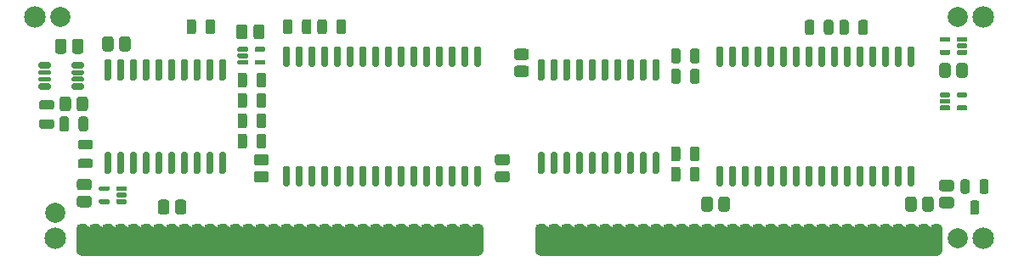
<source format=gts>
G04 #@! TF.GenerationSoftware,KiCad,Pcbnew,(5.1.10-1-10_14)*
G04 #@! TF.CreationDate,2021-07-01T19:14:09-04:00*
G04 #@! TF.ProjectId,MacIIfxRAMSIMM,4d616349-4966-4785-9241-4d53494d4d2e,rev?*
G04 #@! TF.SameCoordinates,Original*
G04 #@! TF.FileFunction,Soldermask,Top*
G04 #@! TF.FilePolarity,Negative*
%FSLAX46Y46*%
G04 Gerber Fmt 4.6, Leading zero omitted, Abs format (unit mm)*
G04 Created by KiCad (PCBNEW (5.1.10-1-10_14)) date 2021-07-01 19:14:09*
%MOMM*%
%LPD*%
G01*
G04 APERTURE LIST*
%ADD10C,0.175000*%
%ADD11C,2.150000*%
%ADD12C,2.000000*%
%ADD13C,0.100000*%
G04 APERTURE END LIST*
D10*
G36*
X163195000Y-127635000D02*
G01*
X123825000Y-127635000D01*
X123317000Y-125031500D01*
X163703000Y-125031500D01*
X163195000Y-127635000D01*
G37*
X163195000Y-127635000D02*
X123825000Y-127635000D01*
X123317000Y-125031500D01*
X163703000Y-125031500D01*
X163195000Y-127635000D01*
G36*
X117475000Y-127635000D02*
G01*
X78105000Y-127635000D01*
X77597000Y-125031500D01*
X117983000Y-125031500D01*
X117475000Y-127635000D01*
G37*
X117475000Y-127635000D02*
X78105000Y-127635000D01*
X77597000Y-125031500D01*
X117983000Y-125031500D01*
X117475000Y-127635000D01*
G36*
X163195000Y-127635000D02*
G01*
X123825000Y-127635000D01*
X123317000Y-125031500D01*
X163703000Y-125031500D01*
X163195000Y-127635000D01*
G37*
X163195000Y-127635000D02*
X123825000Y-127635000D01*
X123317000Y-125031500D01*
X163703000Y-125031500D01*
X163195000Y-127635000D01*
G36*
X117475000Y-127635000D02*
G01*
X78105000Y-127635000D01*
X77597000Y-125031500D01*
X117983000Y-125031500D01*
X117475000Y-127635000D01*
G37*
X117475000Y-127635000D02*
X78105000Y-127635000D01*
X77597000Y-125031500D01*
X117983000Y-125031500D01*
X117475000Y-127635000D01*
G36*
G01*
X77038700Y-108868150D02*
X77038700Y-108531850D01*
G75*
G02*
X77206850Y-108363700I168150J0D01*
G01*
X78093150Y-108363700D01*
G75*
G02*
X78261300Y-108531850I0J-168150D01*
G01*
X78261300Y-108868150D01*
G75*
G02*
X78093150Y-109036300I-168150J0D01*
G01*
X77206850Y-109036300D01*
G75*
G02*
X77038700Y-108868150I0J168150D01*
G01*
G37*
G36*
G01*
X77038700Y-109555650D02*
X77038700Y-109294350D01*
G75*
G02*
X77169350Y-109163700I130650J0D01*
G01*
X78130650Y-109163700D01*
G75*
G02*
X78261300Y-109294350I0J-130650D01*
G01*
X78261300Y-109555650D01*
G75*
G02*
X78130650Y-109686300I-130650J0D01*
G01*
X77169350Y-109686300D01*
G75*
G02*
X77038700Y-109555650I0J130650D01*
G01*
G37*
G36*
G01*
X77038700Y-110205650D02*
X77038700Y-109944350D01*
G75*
G02*
X77169350Y-109813700I130650J0D01*
G01*
X78130650Y-109813700D01*
G75*
G02*
X78261300Y-109944350I0J-130650D01*
G01*
X78261300Y-110205650D01*
G75*
G02*
X78130650Y-110336300I-130650J0D01*
G01*
X77169350Y-110336300D01*
G75*
G02*
X77038700Y-110205650I0J130650D01*
G01*
G37*
G36*
G01*
X77038700Y-110968150D02*
X77038700Y-110631850D01*
G75*
G02*
X77206850Y-110463700I168150J0D01*
G01*
X78093150Y-110463700D01*
G75*
G02*
X78261300Y-110631850I0J-168150D01*
G01*
X78261300Y-110968150D01*
G75*
G02*
X78093150Y-111136300I-168150J0D01*
G01*
X77206850Y-111136300D01*
G75*
G02*
X77038700Y-110968150I0J168150D01*
G01*
G37*
G36*
G01*
X73738700Y-110968150D02*
X73738700Y-110631850D01*
G75*
G02*
X73906850Y-110463700I168150J0D01*
G01*
X74793150Y-110463700D01*
G75*
G02*
X74961300Y-110631850I0J-168150D01*
G01*
X74961300Y-110968150D01*
G75*
G02*
X74793150Y-111136300I-168150J0D01*
G01*
X73906850Y-111136300D01*
G75*
G02*
X73738700Y-110968150I0J168150D01*
G01*
G37*
G36*
G01*
X73738700Y-110193150D02*
X73738700Y-109956850D01*
G75*
G02*
X73856850Y-109838700I118150J0D01*
G01*
X74843150Y-109838700D01*
G75*
G02*
X74961300Y-109956850I0J-118150D01*
G01*
X74961300Y-110193150D01*
G75*
G02*
X74843150Y-110311300I-118150J0D01*
G01*
X73856850Y-110311300D01*
G75*
G02*
X73738700Y-110193150I0J118150D01*
G01*
G37*
G36*
G01*
X73738700Y-109543150D02*
X73738700Y-109306850D01*
G75*
G02*
X73856850Y-109188700I118150J0D01*
G01*
X74843150Y-109188700D01*
G75*
G02*
X74961300Y-109306850I0J-118150D01*
G01*
X74961300Y-109543150D01*
G75*
G02*
X74843150Y-109661300I-118150J0D01*
G01*
X73856850Y-109661300D01*
G75*
G02*
X73738700Y-109543150I0J118150D01*
G01*
G37*
G36*
G01*
X73738700Y-108868150D02*
X73738700Y-108531850D01*
G75*
G02*
X73906850Y-108363700I168150J0D01*
G01*
X74793150Y-108363700D01*
G75*
G02*
X74961300Y-108531850I0J-168150D01*
G01*
X74961300Y-108868150D01*
G75*
G02*
X74793150Y-109036300I-168150J0D01*
G01*
X73906850Y-109036300D01*
G75*
G02*
X73738700Y-108868150I0J168150D01*
G01*
G37*
G36*
G01*
X141780000Y-108825500D02*
X141430000Y-108825500D01*
G75*
G02*
X141255000Y-108650500I0J175000D01*
G01*
X141255000Y-106995500D01*
G75*
G02*
X141430000Y-106820500I175000J0D01*
G01*
X141780000Y-106820500D01*
G75*
G02*
X141955000Y-106995500I0J-175000D01*
G01*
X141955000Y-108650500D01*
G75*
G02*
X141780000Y-108825500I-175000J0D01*
G01*
G37*
G36*
G01*
X143050000Y-108825500D02*
X142700000Y-108825500D01*
G75*
G02*
X142525000Y-108650500I0J175000D01*
G01*
X142525000Y-106995500D01*
G75*
G02*
X142700000Y-106820500I175000J0D01*
G01*
X143050000Y-106820500D01*
G75*
G02*
X143225000Y-106995500I0J-175000D01*
G01*
X143225000Y-108650500D01*
G75*
G02*
X143050000Y-108825500I-175000J0D01*
G01*
G37*
G36*
G01*
X144320000Y-108825500D02*
X143970000Y-108825500D01*
G75*
G02*
X143795000Y-108650500I0J175000D01*
G01*
X143795000Y-106995500D01*
G75*
G02*
X143970000Y-106820500I175000J0D01*
G01*
X144320000Y-106820500D01*
G75*
G02*
X144495000Y-106995500I0J-175000D01*
G01*
X144495000Y-108650500D01*
G75*
G02*
X144320000Y-108825500I-175000J0D01*
G01*
G37*
G36*
G01*
X145590000Y-108825500D02*
X145240000Y-108825500D01*
G75*
G02*
X145065000Y-108650500I0J175000D01*
G01*
X145065000Y-106995500D01*
G75*
G02*
X145240000Y-106820500I175000J0D01*
G01*
X145590000Y-106820500D01*
G75*
G02*
X145765000Y-106995500I0J-175000D01*
G01*
X145765000Y-108650500D01*
G75*
G02*
X145590000Y-108825500I-175000J0D01*
G01*
G37*
G36*
G01*
X146860000Y-108825500D02*
X146510000Y-108825500D01*
G75*
G02*
X146335000Y-108650500I0J175000D01*
G01*
X146335000Y-106995500D01*
G75*
G02*
X146510000Y-106820500I175000J0D01*
G01*
X146860000Y-106820500D01*
G75*
G02*
X147035000Y-106995500I0J-175000D01*
G01*
X147035000Y-108650500D01*
G75*
G02*
X146860000Y-108825500I-175000J0D01*
G01*
G37*
G36*
G01*
X148130000Y-108825500D02*
X147780000Y-108825500D01*
G75*
G02*
X147605000Y-108650500I0J175000D01*
G01*
X147605000Y-106995500D01*
G75*
G02*
X147780000Y-106820500I175000J0D01*
G01*
X148130000Y-106820500D01*
G75*
G02*
X148305000Y-106995500I0J-175000D01*
G01*
X148305000Y-108650500D01*
G75*
G02*
X148130000Y-108825500I-175000J0D01*
G01*
G37*
G36*
G01*
X149400000Y-108825500D02*
X149050000Y-108825500D01*
G75*
G02*
X148875000Y-108650500I0J175000D01*
G01*
X148875000Y-106995500D01*
G75*
G02*
X149050000Y-106820500I175000J0D01*
G01*
X149400000Y-106820500D01*
G75*
G02*
X149575000Y-106995500I0J-175000D01*
G01*
X149575000Y-108650500D01*
G75*
G02*
X149400000Y-108825500I-175000J0D01*
G01*
G37*
G36*
G01*
X150670000Y-108825500D02*
X150320000Y-108825500D01*
G75*
G02*
X150145000Y-108650500I0J175000D01*
G01*
X150145000Y-106995500D01*
G75*
G02*
X150320000Y-106820500I175000J0D01*
G01*
X150670000Y-106820500D01*
G75*
G02*
X150845000Y-106995500I0J-175000D01*
G01*
X150845000Y-108650500D01*
G75*
G02*
X150670000Y-108825500I-175000J0D01*
G01*
G37*
G36*
G01*
X151940000Y-108825500D02*
X151590000Y-108825500D01*
G75*
G02*
X151415000Y-108650500I0J175000D01*
G01*
X151415000Y-106995500D01*
G75*
G02*
X151590000Y-106820500I175000J0D01*
G01*
X151940000Y-106820500D01*
G75*
G02*
X152115000Y-106995500I0J-175000D01*
G01*
X152115000Y-108650500D01*
G75*
G02*
X151940000Y-108825500I-175000J0D01*
G01*
G37*
G36*
G01*
X153210000Y-108825500D02*
X152860000Y-108825500D01*
G75*
G02*
X152685000Y-108650500I0J175000D01*
G01*
X152685000Y-106995500D01*
G75*
G02*
X152860000Y-106820500I175000J0D01*
G01*
X153210000Y-106820500D01*
G75*
G02*
X153385000Y-106995500I0J-175000D01*
G01*
X153385000Y-108650500D01*
G75*
G02*
X153210000Y-108825500I-175000J0D01*
G01*
G37*
G36*
G01*
X154480000Y-108825500D02*
X154130000Y-108825500D01*
G75*
G02*
X153955000Y-108650500I0J175000D01*
G01*
X153955000Y-106995500D01*
G75*
G02*
X154130000Y-106820500I175000J0D01*
G01*
X154480000Y-106820500D01*
G75*
G02*
X154655000Y-106995500I0J-175000D01*
G01*
X154655000Y-108650500D01*
G75*
G02*
X154480000Y-108825500I-175000J0D01*
G01*
G37*
G36*
G01*
X155750000Y-108825500D02*
X155400000Y-108825500D01*
G75*
G02*
X155225000Y-108650500I0J175000D01*
G01*
X155225000Y-106995500D01*
G75*
G02*
X155400000Y-106820500I175000J0D01*
G01*
X155750000Y-106820500D01*
G75*
G02*
X155925000Y-106995500I0J-175000D01*
G01*
X155925000Y-108650500D01*
G75*
G02*
X155750000Y-108825500I-175000J0D01*
G01*
G37*
G36*
G01*
X157020000Y-108825500D02*
X156670000Y-108825500D01*
G75*
G02*
X156495000Y-108650500I0J175000D01*
G01*
X156495000Y-106995500D01*
G75*
G02*
X156670000Y-106820500I175000J0D01*
G01*
X157020000Y-106820500D01*
G75*
G02*
X157195000Y-106995500I0J-175000D01*
G01*
X157195000Y-108650500D01*
G75*
G02*
X157020000Y-108825500I-175000J0D01*
G01*
G37*
G36*
G01*
X158290000Y-108825500D02*
X157940000Y-108825500D01*
G75*
G02*
X157765000Y-108650500I0J175000D01*
G01*
X157765000Y-106995500D01*
G75*
G02*
X157940000Y-106820500I175000J0D01*
G01*
X158290000Y-106820500D01*
G75*
G02*
X158465000Y-106995500I0J-175000D01*
G01*
X158465000Y-108650500D01*
G75*
G02*
X158290000Y-108825500I-175000J0D01*
G01*
G37*
G36*
G01*
X159560000Y-108825500D02*
X159210000Y-108825500D01*
G75*
G02*
X159035000Y-108650500I0J175000D01*
G01*
X159035000Y-106995500D01*
G75*
G02*
X159210000Y-106820500I175000J0D01*
G01*
X159560000Y-106820500D01*
G75*
G02*
X159735000Y-106995500I0J-175000D01*
G01*
X159735000Y-108650500D01*
G75*
G02*
X159560000Y-108825500I-175000J0D01*
G01*
G37*
G36*
G01*
X160830000Y-108825500D02*
X160480000Y-108825500D01*
G75*
G02*
X160305000Y-108650500I0J175000D01*
G01*
X160305000Y-106995500D01*
G75*
G02*
X160480000Y-106820500I175000J0D01*
G01*
X160830000Y-106820500D01*
G75*
G02*
X161005000Y-106995500I0J-175000D01*
G01*
X161005000Y-108650500D01*
G75*
G02*
X160830000Y-108825500I-175000J0D01*
G01*
G37*
G36*
G01*
X160830000Y-120763500D02*
X160480000Y-120763500D01*
G75*
G02*
X160305000Y-120588500I0J175000D01*
G01*
X160305000Y-118933500D01*
G75*
G02*
X160480000Y-118758500I175000J0D01*
G01*
X160830000Y-118758500D01*
G75*
G02*
X161005000Y-118933500I0J-175000D01*
G01*
X161005000Y-120588500D01*
G75*
G02*
X160830000Y-120763500I-175000J0D01*
G01*
G37*
G36*
G01*
X159560000Y-120763500D02*
X159210000Y-120763500D01*
G75*
G02*
X159035000Y-120588500I0J175000D01*
G01*
X159035000Y-118933500D01*
G75*
G02*
X159210000Y-118758500I175000J0D01*
G01*
X159560000Y-118758500D01*
G75*
G02*
X159735000Y-118933500I0J-175000D01*
G01*
X159735000Y-120588500D01*
G75*
G02*
X159560000Y-120763500I-175000J0D01*
G01*
G37*
G36*
G01*
X158290000Y-120763500D02*
X157940000Y-120763500D01*
G75*
G02*
X157765000Y-120588500I0J175000D01*
G01*
X157765000Y-118933500D01*
G75*
G02*
X157940000Y-118758500I175000J0D01*
G01*
X158290000Y-118758500D01*
G75*
G02*
X158465000Y-118933500I0J-175000D01*
G01*
X158465000Y-120588500D01*
G75*
G02*
X158290000Y-120763500I-175000J0D01*
G01*
G37*
G36*
G01*
X157020000Y-120763500D02*
X156670000Y-120763500D01*
G75*
G02*
X156495000Y-120588500I0J175000D01*
G01*
X156495000Y-118933500D01*
G75*
G02*
X156670000Y-118758500I175000J0D01*
G01*
X157020000Y-118758500D01*
G75*
G02*
X157195000Y-118933500I0J-175000D01*
G01*
X157195000Y-120588500D01*
G75*
G02*
X157020000Y-120763500I-175000J0D01*
G01*
G37*
G36*
G01*
X155750000Y-120763500D02*
X155400000Y-120763500D01*
G75*
G02*
X155225000Y-120588500I0J175000D01*
G01*
X155225000Y-118933500D01*
G75*
G02*
X155400000Y-118758500I175000J0D01*
G01*
X155750000Y-118758500D01*
G75*
G02*
X155925000Y-118933500I0J-175000D01*
G01*
X155925000Y-120588500D01*
G75*
G02*
X155750000Y-120763500I-175000J0D01*
G01*
G37*
G36*
G01*
X154480000Y-120763500D02*
X154130000Y-120763500D01*
G75*
G02*
X153955000Y-120588500I0J175000D01*
G01*
X153955000Y-118933500D01*
G75*
G02*
X154130000Y-118758500I175000J0D01*
G01*
X154480000Y-118758500D01*
G75*
G02*
X154655000Y-118933500I0J-175000D01*
G01*
X154655000Y-120588500D01*
G75*
G02*
X154480000Y-120763500I-175000J0D01*
G01*
G37*
G36*
G01*
X153210000Y-120763500D02*
X152860000Y-120763500D01*
G75*
G02*
X152685000Y-120588500I0J175000D01*
G01*
X152685000Y-118933500D01*
G75*
G02*
X152860000Y-118758500I175000J0D01*
G01*
X153210000Y-118758500D01*
G75*
G02*
X153385000Y-118933500I0J-175000D01*
G01*
X153385000Y-120588500D01*
G75*
G02*
X153210000Y-120763500I-175000J0D01*
G01*
G37*
G36*
G01*
X151940000Y-120763500D02*
X151590000Y-120763500D01*
G75*
G02*
X151415000Y-120588500I0J175000D01*
G01*
X151415000Y-118933500D01*
G75*
G02*
X151590000Y-118758500I175000J0D01*
G01*
X151940000Y-118758500D01*
G75*
G02*
X152115000Y-118933500I0J-175000D01*
G01*
X152115000Y-120588500D01*
G75*
G02*
X151940000Y-120763500I-175000J0D01*
G01*
G37*
G36*
G01*
X150670000Y-120763500D02*
X150320000Y-120763500D01*
G75*
G02*
X150145000Y-120588500I0J175000D01*
G01*
X150145000Y-118933500D01*
G75*
G02*
X150320000Y-118758500I175000J0D01*
G01*
X150670000Y-118758500D01*
G75*
G02*
X150845000Y-118933500I0J-175000D01*
G01*
X150845000Y-120588500D01*
G75*
G02*
X150670000Y-120763500I-175000J0D01*
G01*
G37*
G36*
G01*
X149400000Y-120763500D02*
X149050000Y-120763500D01*
G75*
G02*
X148875000Y-120588500I0J175000D01*
G01*
X148875000Y-118933500D01*
G75*
G02*
X149050000Y-118758500I175000J0D01*
G01*
X149400000Y-118758500D01*
G75*
G02*
X149575000Y-118933500I0J-175000D01*
G01*
X149575000Y-120588500D01*
G75*
G02*
X149400000Y-120763500I-175000J0D01*
G01*
G37*
G36*
G01*
X148130000Y-120763500D02*
X147780000Y-120763500D01*
G75*
G02*
X147605000Y-120588500I0J175000D01*
G01*
X147605000Y-118933500D01*
G75*
G02*
X147780000Y-118758500I175000J0D01*
G01*
X148130000Y-118758500D01*
G75*
G02*
X148305000Y-118933500I0J-175000D01*
G01*
X148305000Y-120588500D01*
G75*
G02*
X148130000Y-120763500I-175000J0D01*
G01*
G37*
G36*
G01*
X146860000Y-120763500D02*
X146510000Y-120763500D01*
G75*
G02*
X146335000Y-120588500I0J175000D01*
G01*
X146335000Y-118933500D01*
G75*
G02*
X146510000Y-118758500I175000J0D01*
G01*
X146860000Y-118758500D01*
G75*
G02*
X147035000Y-118933500I0J-175000D01*
G01*
X147035000Y-120588500D01*
G75*
G02*
X146860000Y-120763500I-175000J0D01*
G01*
G37*
G36*
G01*
X145590000Y-120763500D02*
X145240000Y-120763500D01*
G75*
G02*
X145065000Y-120588500I0J175000D01*
G01*
X145065000Y-118933500D01*
G75*
G02*
X145240000Y-118758500I175000J0D01*
G01*
X145590000Y-118758500D01*
G75*
G02*
X145765000Y-118933500I0J-175000D01*
G01*
X145765000Y-120588500D01*
G75*
G02*
X145590000Y-120763500I-175000J0D01*
G01*
G37*
G36*
G01*
X144320000Y-120763500D02*
X143970000Y-120763500D01*
G75*
G02*
X143795000Y-120588500I0J175000D01*
G01*
X143795000Y-118933500D01*
G75*
G02*
X143970000Y-118758500I175000J0D01*
G01*
X144320000Y-118758500D01*
G75*
G02*
X144495000Y-118933500I0J-175000D01*
G01*
X144495000Y-120588500D01*
G75*
G02*
X144320000Y-120763500I-175000J0D01*
G01*
G37*
G36*
G01*
X143050000Y-120763500D02*
X142700000Y-120763500D01*
G75*
G02*
X142525000Y-120588500I0J175000D01*
G01*
X142525000Y-118933500D01*
G75*
G02*
X142700000Y-118758500I175000J0D01*
G01*
X143050000Y-118758500D01*
G75*
G02*
X143225000Y-118933500I0J-175000D01*
G01*
X143225000Y-120588500D01*
G75*
G02*
X143050000Y-120763500I-175000J0D01*
G01*
G37*
G36*
G01*
X141780000Y-120763500D02*
X141430000Y-120763500D01*
G75*
G02*
X141255000Y-120588500I0J175000D01*
G01*
X141255000Y-118933500D01*
G75*
G02*
X141430000Y-118758500I175000J0D01*
G01*
X141780000Y-118758500D01*
G75*
G02*
X141955000Y-118933500I0J-175000D01*
G01*
X141955000Y-120588500D01*
G75*
G02*
X141780000Y-120763500I-175000J0D01*
G01*
G37*
G36*
G01*
X98600000Y-108825500D02*
X98250000Y-108825500D01*
G75*
G02*
X98075000Y-108650500I0J175000D01*
G01*
X98075000Y-106995500D01*
G75*
G02*
X98250000Y-106820500I175000J0D01*
G01*
X98600000Y-106820500D01*
G75*
G02*
X98775000Y-106995500I0J-175000D01*
G01*
X98775000Y-108650500D01*
G75*
G02*
X98600000Y-108825500I-175000J0D01*
G01*
G37*
G36*
G01*
X99870000Y-108825500D02*
X99520000Y-108825500D01*
G75*
G02*
X99345000Y-108650500I0J175000D01*
G01*
X99345000Y-106995500D01*
G75*
G02*
X99520000Y-106820500I175000J0D01*
G01*
X99870000Y-106820500D01*
G75*
G02*
X100045000Y-106995500I0J-175000D01*
G01*
X100045000Y-108650500D01*
G75*
G02*
X99870000Y-108825500I-175000J0D01*
G01*
G37*
G36*
G01*
X101140000Y-108825500D02*
X100790000Y-108825500D01*
G75*
G02*
X100615000Y-108650500I0J175000D01*
G01*
X100615000Y-106995500D01*
G75*
G02*
X100790000Y-106820500I175000J0D01*
G01*
X101140000Y-106820500D01*
G75*
G02*
X101315000Y-106995500I0J-175000D01*
G01*
X101315000Y-108650500D01*
G75*
G02*
X101140000Y-108825500I-175000J0D01*
G01*
G37*
G36*
G01*
X102410000Y-108825500D02*
X102060000Y-108825500D01*
G75*
G02*
X101885000Y-108650500I0J175000D01*
G01*
X101885000Y-106995500D01*
G75*
G02*
X102060000Y-106820500I175000J0D01*
G01*
X102410000Y-106820500D01*
G75*
G02*
X102585000Y-106995500I0J-175000D01*
G01*
X102585000Y-108650500D01*
G75*
G02*
X102410000Y-108825500I-175000J0D01*
G01*
G37*
G36*
G01*
X103680000Y-108825500D02*
X103330000Y-108825500D01*
G75*
G02*
X103155000Y-108650500I0J175000D01*
G01*
X103155000Y-106995500D01*
G75*
G02*
X103330000Y-106820500I175000J0D01*
G01*
X103680000Y-106820500D01*
G75*
G02*
X103855000Y-106995500I0J-175000D01*
G01*
X103855000Y-108650500D01*
G75*
G02*
X103680000Y-108825500I-175000J0D01*
G01*
G37*
G36*
G01*
X104950000Y-108825500D02*
X104600000Y-108825500D01*
G75*
G02*
X104425000Y-108650500I0J175000D01*
G01*
X104425000Y-106995500D01*
G75*
G02*
X104600000Y-106820500I175000J0D01*
G01*
X104950000Y-106820500D01*
G75*
G02*
X105125000Y-106995500I0J-175000D01*
G01*
X105125000Y-108650500D01*
G75*
G02*
X104950000Y-108825500I-175000J0D01*
G01*
G37*
G36*
G01*
X106220000Y-108825500D02*
X105870000Y-108825500D01*
G75*
G02*
X105695000Y-108650500I0J175000D01*
G01*
X105695000Y-106995500D01*
G75*
G02*
X105870000Y-106820500I175000J0D01*
G01*
X106220000Y-106820500D01*
G75*
G02*
X106395000Y-106995500I0J-175000D01*
G01*
X106395000Y-108650500D01*
G75*
G02*
X106220000Y-108825500I-175000J0D01*
G01*
G37*
G36*
G01*
X107490000Y-108825500D02*
X107140000Y-108825500D01*
G75*
G02*
X106965000Y-108650500I0J175000D01*
G01*
X106965000Y-106995500D01*
G75*
G02*
X107140000Y-106820500I175000J0D01*
G01*
X107490000Y-106820500D01*
G75*
G02*
X107665000Y-106995500I0J-175000D01*
G01*
X107665000Y-108650500D01*
G75*
G02*
X107490000Y-108825500I-175000J0D01*
G01*
G37*
G36*
G01*
X108760000Y-108825500D02*
X108410000Y-108825500D01*
G75*
G02*
X108235000Y-108650500I0J175000D01*
G01*
X108235000Y-106995500D01*
G75*
G02*
X108410000Y-106820500I175000J0D01*
G01*
X108760000Y-106820500D01*
G75*
G02*
X108935000Y-106995500I0J-175000D01*
G01*
X108935000Y-108650500D01*
G75*
G02*
X108760000Y-108825500I-175000J0D01*
G01*
G37*
G36*
G01*
X110030000Y-108825500D02*
X109680000Y-108825500D01*
G75*
G02*
X109505000Y-108650500I0J175000D01*
G01*
X109505000Y-106995500D01*
G75*
G02*
X109680000Y-106820500I175000J0D01*
G01*
X110030000Y-106820500D01*
G75*
G02*
X110205000Y-106995500I0J-175000D01*
G01*
X110205000Y-108650500D01*
G75*
G02*
X110030000Y-108825500I-175000J0D01*
G01*
G37*
G36*
G01*
X111300000Y-108825500D02*
X110950000Y-108825500D01*
G75*
G02*
X110775000Y-108650500I0J175000D01*
G01*
X110775000Y-106995500D01*
G75*
G02*
X110950000Y-106820500I175000J0D01*
G01*
X111300000Y-106820500D01*
G75*
G02*
X111475000Y-106995500I0J-175000D01*
G01*
X111475000Y-108650500D01*
G75*
G02*
X111300000Y-108825500I-175000J0D01*
G01*
G37*
G36*
G01*
X112570000Y-108825500D02*
X112220000Y-108825500D01*
G75*
G02*
X112045000Y-108650500I0J175000D01*
G01*
X112045000Y-106995500D01*
G75*
G02*
X112220000Y-106820500I175000J0D01*
G01*
X112570000Y-106820500D01*
G75*
G02*
X112745000Y-106995500I0J-175000D01*
G01*
X112745000Y-108650500D01*
G75*
G02*
X112570000Y-108825500I-175000J0D01*
G01*
G37*
G36*
G01*
X113840000Y-108825500D02*
X113490000Y-108825500D01*
G75*
G02*
X113315000Y-108650500I0J175000D01*
G01*
X113315000Y-106995500D01*
G75*
G02*
X113490000Y-106820500I175000J0D01*
G01*
X113840000Y-106820500D01*
G75*
G02*
X114015000Y-106995500I0J-175000D01*
G01*
X114015000Y-108650500D01*
G75*
G02*
X113840000Y-108825500I-175000J0D01*
G01*
G37*
G36*
G01*
X115110000Y-108825500D02*
X114760000Y-108825500D01*
G75*
G02*
X114585000Y-108650500I0J175000D01*
G01*
X114585000Y-106995500D01*
G75*
G02*
X114760000Y-106820500I175000J0D01*
G01*
X115110000Y-106820500D01*
G75*
G02*
X115285000Y-106995500I0J-175000D01*
G01*
X115285000Y-108650500D01*
G75*
G02*
X115110000Y-108825500I-175000J0D01*
G01*
G37*
G36*
G01*
X116380000Y-108825500D02*
X116030000Y-108825500D01*
G75*
G02*
X115855000Y-108650500I0J175000D01*
G01*
X115855000Y-106995500D01*
G75*
G02*
X116030000Y-106820500I175000J0D01*
G01*
X116380000Y-106820500D01*
G75*
G02*
X116555000Y-106995500I0J-175000D01*
G01*
X116555000Y-108650500D01*
G75*
G02*
X116380000Y-108825500I-175000J0D01*
G01*
G37*
G36*
G01*
X117650000Y-108825500D02*
X117300000Y-108825500D01*
G75*
G02*
X117125000Y-108650500I0J175000D01*
G01*
X117125000Y-106995500D01*
G75*
G02*
X117300000Y-106820500I175000J0D01*
G01*
X117650000Y-106820500D01*
G75*
G02*
X117825000Y-106995500I0J-175000D01*
G01*
X117825000Y-108650500D01*
G75*
G02*
X117650000Y-108825500I-175000J0D01*
G01*
G37*
G36*
G01*
X117650000Y-120763500D02*
X117300000Y-120763500D01*
G75*
G02*
X117125000Y-120588500I0J175000D01*
G01*
X117125000Y-118933500D01*
G75*
G02*
X117300000Y-118758500I175000J0D01*
G01*
X117650000Y-118758500D01*
G75*
G02*
X117825000Y-118933500I0J-175000D01*
G01*
X117825000Y-120588500D01*
G75*
G02*
X117650000Y-120763500I-175000J0D01*
G01*
G37*
G36*
G01*
X116380000Y-120763500D02*
X116030000Y-120763500D01*
G75*
G02*
X115855000Y-120588500I0J175000D01*
G01*
X115855000Y-118933500D01*
G75*
G02*
X116030000Y-118758500I175000J0D01*
G01*
X116380000Y-118758500D01*
G75*
G02*
X116555000Y-118933500I0J-175000D01*
G01*
X116555000Y-120588500D01*
G75*
G02*
X116380000Y-120763500I-175000J0D01*
G01*
G37*
G36*
G01*
X115110000Y-120763500D02*
X114760000Y-120763500D01*
G75*
G02*
X114585000Y-120588500I0J175000D01*
G01*
X114585000Y-118933500D01*
G75*
G02*
X114760000Y-118758500I175000J0D01*
G01*
X115110000Y-118758500D01*
G75*
G02*
X115285000Y-118933500I0J-175000D01*
G01*
X115285000Y-120588500D01*
G75*
G02*
X115110000Y-120763500I-175000J0D01*
G01*
G37*
G36*
G01*
X113840000Y-120763500D02*
X113490000Y-120763500D01*
G75*
G02*
X113315000Y-120588500I0J175000D01*
G01*
X113315000Y-118933500D01*
G75*
G02*
X113490000Y-118758500I175000J0D01*
G01*
X113840000Y-118758500D01*
G75*
G02*
X114015000Y-118933500I0J-175000D01*
G01*
X114015000Y-120588500D01*
G75*
G02*
X113840000Y-120763500I-175000J0D01*
G01*
G37*
G36*
G01*
X112570000Y-120763500D02*
X112220000Y-120763500D01*
G75*
G02*
X112045000Y-120588500I0J175000D01*
G01*
X112045000Y-118933500D01*
G75*
G02*
X112220000Y-118758500I175000J0D01*
G01*
X112570000Y-118758500D01*
G75*
G02*
X112745000Y-118933500I0J-175000D01*
G01*
X112745000Y-120588500D01*
G75*
G02*
X112570000Y-120763500I-175000J0D01*
G01*
G37*
G36*
G01*
X111300000Y-120763500D02*
X110950000Y-120763500D01*
G75*
G02*
X110775000Y-120588500I0J175000D01*
G01*
X110775000Y-118933500D01*
G75*
G02*
X110950000Y-118758500I175000J0D01*
G01*
X111300000Y-118758500D01*
G75*
G02*
X111475000Y-118933500I0J-175000D01*
G01*
X111475000Y-120588500D01*
G75*
G02*
X111300000Y-120763500I-175000J0D01*
G01*
G37*
G36*
G01*
X110030000Y-120763500D02*
X109680000Y-120763500D01*
G75*
G02*
X109505000Y-120588500I0J175000D01*
G01*
X109505000Y-118933500D01*
G75*
G02*
X109680000Y-118758500I175000J0D01*
G01*
X110030000Y-118758500D01*
G75*
G02*
X110205000Y-118933500I0J-175000D01*
G01*
X110205000Y-120588500D01*
G75*
G02*
X110030000Y-120763500I-175000J0D01*
G01*
G37*
G36*
G01*
X108760000Y-120763500D02*
X108410000Y-120763500D01*
G75*
G02*
X108235000Y-120588500I0J175000D01*
G01*
X108235000Y-118933500D01*
G75*
G02*
X108410000Y-118758500I175000J0D01*
G01*
X108760000Y-118758500D01*
G75*
G02*
X108935000Y-118933500I0J-175000D01*
G01*
X108935000Y-120588500D01*
G75*
G02*
X108760000Y-120763500I-175000J0D01*
G01*
G37*
G36*
G01*
X107490000Y-120763500D02*
X107140000Y-120763500D01*
G75*
G02*
X106965000Y-120588500I0J175000D01*
G01*
X106965000Y-118933500D01*
G75*
G02*
X107140000Y-118758500I175000J0D01*
G01*
X107490000Y-118758500D01*
G75*
G02*
X107665000Y-118933500I0J-175000D01*
G01*
X107665000Y-120588500D01*
G75*
G02*
X107490000Y-120763500I-175000J0D01*
G01*
G37*
G36*
G01*
X106220000Y-120763500D02*
X105870000Y-120763500D01*
G75*
G02*
X105695000Y-120588500I0J175000D01*
G01*
X105695000Y-118933500D01*
G75*
G02*
X105870000Y-118758500I175000J0D01*
G01*
X106220000Y-118758500D01*
G75*
G02*
X106395000Y-118933500I0J-175000D01*
G01*
X106395000Y-120588500D01*
G75*
G02*
X106220000Y-120763500I-175000J0D01*
G01*
G37*
G36*
G01*
X104950000Y-120763500D02*
X104600000Y-120763500D01*
G75*
G02*
X104425000Y-120588500I0J175000D01*
G01*
X104425000Y-118933500D01*
G75*
G02*
X104600000Y-118758500I175000J0D01*
G01*
X104950000Y-118758500D01*
G75*
G02*
X105125000Y-118933500I0J-175000D01*
G01*
X105125000Y-120588500D01*
G75*
G02*
X104950000Y-120763500I-175000J0D01*
G01*
G37*
G36*
G01*
X103680000Y-120763500D02*
X103330000Y-120763500D01*
G75*
G02*
X103155000Y-120588500I0J175000D01*
G01*
X103155000Y-118933500D01*
G75*
G02*
X103330000Y-118758500I175000J0D01*
G01*
X103680000Y-118758500D01*
G75*
G02*
X103855000Y-118933500I0J-175000D01*
G01*
X103855000Y-120588500D01*
G75*
G02*
X103680000Y-120763500I-175000J0D01*
G01*
G37*
G36*
G01*
X102410000Y-120763500D02*
X102060000Y-120763500D01*
G75*
G02*
X101885000Y-120588500I0J175000D01*
G01*
X101885000Y-118933500D01*
G75*
G02*
X102060000Y-118758500I175000J0D01*
G01*
X102410000Y-118758500D01*
G75*
G02*
X102585000Y-118933500I0J-175000D01*
G01*
X102585000Y-120588500D01*
G75*
G02*
X102410000Y-120763500I-175000J0D01*
G01*
G37*
G36*
G01*
X101140000Y-120763500D02*
X100790000Y-120763500D01*
G75*
G02*
X100615000Y-120588500I0J175000D01*
G01*
X100615000Y-118933500D01*
G75*
G02*
X100790000Y-118758500I175000J0D01*
G01*
X101140000Y-118758500D01*
G75*
G02*
X101315000Y-118933500I0J-175000D01*
G01*
X101315000Y-120588500D01*
G75*
G02*
X101140000Y-120763500I-175000J0D01*
G01*
G37*
G36*
G01*
X99870000Y-120763500D02*
X99520000Y-120763500D01*
G75*
G02*
X99345000Y-120588500I0J175000D01*
G01*
X99345000Y-118933500D01*
G75*
G02*
X99520000Y-118758500I175000J0D01*
G01*
X99870000Y-118758500D01*
G75*
G02*
X100045000Y-118933500I0J-175000D01*
G01*
X100045000Y-120588500D01*
G75*
G02*
X99870000Y-120763500I-175000J0D01*
G01*
G37*
G36*
G01*
X98600000Y-120763500D02*
X98250000Y-120763500D01*
G75*
G02*
X98075000Y-120588500I0J175000D01*
G01*
X98075000Y-118933500D01*
G75*
G02*
X98250000Y-118758500I175000J0D01*
G01*
X98600000Y-118758500D01*
G75*
G02*
X98775000Y-118933500I0J-175000D01*
G01*
X98775000Y-120588500D01*
G75*
G02*
X98600000Y-120763500I-175000J0D01*
G01*
G37*
G36*
G01*
X155415000Y-105414500D02*
X155415000Y-104389500D01*
G75*
G02*
X155652500Y-104152000I237500J0D01*
G01*
X156127500Y-104152000D01*
G75*
G02*
X156365000Y-104389500I0J-237500D01*
G01*
X156365000Y-105414500D01*
G75*
G02*
X156127500Y-105652000I-237500J0D01*
G01*
X155652500Y-105652000D01*
G75*
G02*
X155415000Y-105414500I0J237500D01*
G01*
G37*
G36*
G01*
X153515000Y-105414500D02*
X153515000Y-104389500D01*
G75*
G02*
X153752500Y-104152000I237500J0D01*
G01*
X154227500Y-104152000D01*
G75*
G02*
X154465000Y-104389500I0J-237500D01*
G01*
X154465000Y-105414500D01*
G75*
G02*
X154227500Y-105652000I-237500J0D01*
G01*
X153752500Y-105652000D01*
G75*
G02*
X153515000Y-105414500I0J237500D01*
G01*
G37*
G36*
G01*
X91341000Y-104326000D02*
X91341000Y-105351000D01*
G75*
G02*
X91103500Y-105588500I-237500J0D01*
G01*
X90628500Y-105588500D01*
G75*
G02*
X90391000Y-105351000I0J237500D01*
G01*
X90391000Y-104326000D01*
G75*
G02*
X90628500Y-104088500I237500J0D01*
G01*
X91103500Y-104088500D01*
G75*
G02*
X91341000Y-104326000I0J-237500D01*
G01*
G37*
G36*
G01*
X89441000Y-104326000D02*
X89441000Y-105351000D01*
G75*
G02*
X89203500Y-105588500I-237500J0D01*
G01*
X88728500Y-105588500D01*
G75*
G02*
X88491000Y-105351000I0J237500D01*
G01*
X88491000Y-104326000D01*
G75*
G02*
X88728500Y-104088500I237500J0D01*
G01*
X89203500Y-104088500D01*
G75*
G02*
X89441000Y-104326000I0J-237500D01*
G01*
G37*
G36*
G01*
X96275000Y-104887500D02*
X96275000Y-105812500D01*
G75*
G02*
X95987500Y-106100000I-287500J0D01*
G01*
X95412500Y-106100000D01*
G75*
G02*
X95125000Y-105812500I0J287500D01*
G01*
X95125000Y-104887500D01*
G75*
G02*
X95412500Y-104600000I287500J0D01*
G01*
X95987500Y-104600000D01*
G75*
G02*
X96275000Y-104887500I0J-287500D01*
G01*
G37*
G36*
G01*
X94575000Y-104887500D02*
X94575000Y-105812500D01*
G75*
G02*
X94287500Y-106100000I-287500J0D01*
G01*
X93712500Y-106100000D01*
G75*
G02*
X93425000Y-105812500I0J287500D01*
G01*
X93425000Y-104887500D01*
G75*
G02*
X93712500Y-104600000I287500J0D01*
G01*
X94287500Y-104600000D01*
G75*
G02*
X94575000Y-104887500I0J-287500D01*
G01*
G37*
G36*
G01*
X99979500Y-105351000D02*
X99979500Y-104326000D01*
G75*
G02*
X100217000Y-104088500I237500J0D01*
G01*
X100692000Y-104088500D01*
G75*
G02*
X100929500Y-104326000I0J-237500D01*
G01*
X100929500Y-105351000D01*
G75*
G02*
X100692000Y-105588500I-237500J0D01*
G01*
X100217000Y-105588500D01*
G75*
G02*
X99979500Y-105351000I0J237500D01*
G01*
G37*
G36*
G01*
X98079500Y-105351000D02*
X98079500Y-104326000D01*
G75*
G02*
X98317000Y-104088500I237500J0D01*
G01*
X98792000Y-104088500D01*
G75*
G02*
X99029500Y-104326000I0J-237500D01*
G01*
X99029500Y-105351000D01*
G75*
G02*
X98792000Y-105588500I-237500J0D01*
G01*
X98317000Y-105588500D01*
G75*
G02*
X98079500Y-105351000I0J237500D01*
G01*
G37*
G36*
G01*
X104358500Y-104326000D02*
X104358500Y-105351000D01*
G75*
G02*
X104121000Y-105588500I-237500J0D01*
G01*
X103646000Y-105588500D01*
G75*
G02*
X103408500Y-105351000I0J237500D01*
G01*
X103408500Y-104326000D01*
G75*
G02*
X103646000Y-104088500I237500J0D01*
G01*
X104121000Y-104088500D01*
G75*
G02*
X104358500Y-104326000I0J-237500D01*
G01*
G37*
G36*
G01*
X102458500Y-104326000D02*
X102458500Y-105351000D01*
G75*
G02*
X102221000Y-105588500I-237500J0D01*
G01*
X101746000Y-105588500D01*
G75*
G02*
X101508500Y-105351000I0J237500D01*
G01*
X101508500Y-104326000D01*
G75*
G02*
X101746000Y-104088500I237500J0D01*
G01*
X102221000Y-104088500D01*
G75*
G02*
X102458500Y-104326000I0J-237500D01*
G01*
G37*
G36*
G01*
X150086000Y-105414500D02*
X150086000Y-104389500D01*
G75*
G02*
X150323500Y-104152000I237500J0D01*
G01*
X150798500Y-104152000D01*
G75*
G02*
X151036000Y-104389500I0J-237500D01*
G01*
X151036000Y-105414500D01*
G75*
G02*
X150798500Y-105652000I-237500J0D01*
G01*
X150323500Y-105652000D01*
G75*
G02*
X150086000Y-105414500I0J237500D01*
G01*
G37*
G36*
G01*
X151986000Y-105414500D02*
X151986000Y-104389500D01*
G75*
G02*
X152223500Y-104152000I237500J0D01*
G01*
X152698500Y-104152000D01*
G75*
G02*
X152936000Y-104389500I0J-237500D01*
G01*
X152936000Y-105414500D01*
G75*
G02*
X152698500Y-105652000I-237500J0D01*
G01*
X152223500Y-105652000D01*
G75*
G02*
X151986000Y-105414500I0J237500D01*
G01*
G37*
G36*
G01*
X93560000Y-108520000D02*
X93560000Y-108280000D01*
G75*
G02*
X93680000Y-108160000I120000J0D01*
G01*
X94520000Y-108160000D01*
G75*
G02*
X94640000Y-108280000I0J-120000D01*
G01*
X94640000Y-108520000D01*
G75*
G02*
X94520000Y-108640000I-120000J0D01*
G01*
X93680000Y-108640000D01*
G75*
G02*
X93560000Y-108520000I0J120000D01*
G01*
G37*
G36*
G01*
X93560000Y-107220000D02*
X93560000Y-106980000D01*
G75*
G02*
X93680000Y-106860000I120000J0D01*
G01*
X94520000Y-106860000D01*
G75*
G02*
X94640000Y-106980000I0J-120000D01*
G01*
X94640000Y-107220000D01*
G75*
G02*
X94520000Y-107340000I-120000J0D01*
G01*
X93680000Y-107340000D01*
G75*
G02*
X93560000Y-107220000I0J120000D01*
G01*
G37*
G36*
G01*
X93560000Y-107870000D02*
X93560000Y-107630000D01*
G75*
G02*
X93680000Y-107510000I120000J0D01*
G01*
X94520000Y-107510000D01*
G75*
G02*
X94640000Y-107630000I0J-120000D01*
G01*
X94640000Y-107870000D01*
G75*
G02*
X94520000Y-107990000I-120000J0D01*
G01*
X93680000Y-107990000D01*
G75*
G02*
X93560000Y-107870000I0J120000D01*
G01*
G37*
G36*
G01*
X95260000Y-108520000D02*
X95260000Y-108280000D01*
G75*
G02*
X95380000Y-108160000I120000J0D01*
G01*
X96220000Y-108160000D01*
G75*
G02*
X96340000Y-108280000I0J-120000D01*
G01*
X96340000Y-108520000D01*
G75*
G02*
X96220000Y-108640000I-120000J0D01*
G01*
X95380000Y-108640000D01*
G75*
G02*
X95260000Y-108520000I0J120000D01*
G01*
G37*
G36*
G01*
X95260000Y-107220000D02*
X95260000Y-106980000D01*
G75*
G02*
X95380000Y-106860000I120000J0D01*
G01*
X96220000Y-106860000D01*
G75*
G02*
X96340000Y-106980000I0J-120000D01*
G01*
X96340000Y-107220000D01*
G75*
G02*
X96220000Y-107340000I-120000J0D01*
G01*
X95380000Y-107340000D01*
G75*
G02*
X95260000Y-107220000I0J120000D01*
G01*
G37*
D11*
X73406000Y-103886000D03*
G36*
G01*
X78912500Y-118975000D02*
X77887500Y-118975000D01*
G75*
G02*
X77650000Y-118737500I0J237500D01*
G01*
X77650000Y-118262500D01*
G75*
G02*
X77887500Y-118025000I237500J0D01*
G01*
X78912500Y-118025000D01*
G75*
G02*
X79150000Y-118262500I0J-237500D01*
G01*
X79150000Y-118737500D01*
G75*
G02*
X78912500Y-118975000I-237500J0D01*
G01*
G37*
G36*
G01*
X78912500Y-117075000D02*
X77887500Y-117075000D01*
G75*
G02*
X77650000Y-116837500I0J237500D01*
G01*
X77650000Y-116362500D01*
G75*
G02*
X77887500Y-116125000I237500J0D01*
G01*
X78912500Y-116125000D01*
G75*
G02*
X79150000Y-116362500I0J-237500D01*
G01*
X79150000Y-116837500D01*
G75*
G02*
X78912500Y-117075000I-237500J0D01*
G01*
G37*
G36*
G01*
X74037500Y-114075000D02*
X75062500Y-114075000D01*
G75*
G02*
X75300000Y-114312500I0J-237500D01*
G01*
X75300000Y-114787500D01*
G75*
G02*
X75062500Y-115025000I-237500J0D01*
G01*
X74037500Y-115025000D01*
G75*
G02*
X73800000Y-114787500I0J237500D01*
G01*
X73800000Y-114312500D01*
G75*
G02*
X74037500Y-114075000I237500J0D01*
G01*
G37*
G36*
G01*
X74037500Y-112175000D02*
X75062500Y-112175000D01*
G75*
G02*
X75300000Y-112412500I0J-237500D01*
G01*
X75300000Y-112887500D01*
G75*
G02*
X75062500Y-113125000I-237500J0D01*
G01*
X74037500Y-113125000D01*
G75*
G02*
X73800000Y-112887500I0J237500D01*
G01*
X73800000Y-112412500D01*
G75*
G02*
X74037500Y-112175000I237500J0D01*
G01*
G37*
G36*
G01*
X162599300Y-127233440D02*
X162599300Y-124988560D01*
G75*
G02*
X163075860Y-124512000I476560J0D01*
G01*
X163314140Y-124512000D01*
G75*
G02*
X163790700Y-124988560I0J-476560D01*
G01*
X163790700Y-127233440D01*
G75*
G02*
X163314140Y-127710000I-476560J0D01*
G01*
X163075860Y-127710000D01*
G75*
G02*
X162599300Y-127233440I0J476560D01*
G01*
G37*
G36*
G01*
X161329300Y-127233440D02*
X161329300Y-124988560D01*
G75*
G02*
X161805860Y-124512000I476560J0D01*
G01*
X162044140Y-124512000D01*
G75*
G02*
X162520700Y-124988560I0J-476560D01*
G01*
X162520700Y-127233440D01*
G75*
G02*
X162044140Y-127710000I-476560J0D01*
G01*
X161805860Y-127710000D01*
G75*
G02*
X161329300Y-127233440I0J476560D01*
G01*
G37*
G36*
G01*
X160059300Y-127233440D02*
X160059300Y-124988560D01*
G75*
G02*
X160535860Y-124512000I476560J0D01*
G01*
X160774140Y-124512000D01*
G75*
G02*
X161250700Y-124988560I0J-476560D01*
G01*
X161250700Y-127233440D01*
G75*
G02*
X160774140Y-127710000I-476560J0D01*
G01*
X160535860Y-127710000D01*
G75*
G02*
X160059300Y-127233440I0J476560D01*
G01*
G37*
G36*
G01*
X158789300Y-127233440D02*
X158789300Y-124988560D01*
G75*
G02*
X159265860Y-124512000I476560J0D01*
G01*
X159504140Y-124512000D01*
G75*
G02*
X159980700Y-124988560I0J-476560D01*
G01*
X159980700Y-127233440D01*
G75*
G02*
X159504140Y-127710000I-476560J0D01*
G01*
X159265860Y-127710000D01*
G75*
G02*
X158789300Y-127233440I0J476560D01*
G01*
G37*
G36*
G01*
X157519300Y-127233440D02*
X157519300Y-124988560D01*
G75*
G02*
X157995860Y-124512000I476560J0D01*
G01*
X158234140Y-124512000D01*
G75*
G02*
X158710700Y-124988560I0J-476560D01*
G01*
X158710700Y-127233440D01*
G75*
G02*
X158234140Y-127710000I-476560J0D01*
G01*
X157995860Y-127710000D01*
G75*
G02*
X157519300Y-127233440I0J476560D01*
G01*
G37*
G36*
G01*
X156249300Y-127233440D02*
X156249300Y-124988560D01*
G75*
G02*
X156725860Y-124512000I476560J0D01*
G01*
X156964140Y-124512000D01*
G75*
G02*
X157440700Y-124988560I0J-476560D01*
G01*
X157440700Y-127233440D01*
G75*
G02*
X156964140Y-127710000I-476560J0D01*
G01*
X156725860Y-127710000D01*
G75*
G02*
X156249300Y-127233440I0J476560D01*
G01*
G37*
G36*
G01*
X154979300Y-127233440D02*
X154979300Y-124988560D01*
G75*
G02*
X155455860Y-124512000I476560J0D01*
G01*
X155694140Y-124512000D01*
G75*
G02*
X156170700Y-124988560I0J-476560D01*
G01*
X156170700Y-127233440D01*
G75*
G02*
X155694140Y-127710000I-476560J0D01*
G01*
X155455860Y-127710000D01*
G75*
G02*
X154979300Y-127233440I0J476560D01*
G01*
G37*
G36*
G01*
X153709300Y-127233440D02*
X153709300Y-124988560D01*
G75*
G02*
X154185860Y-124512000I476560J0D01*
G01*
X154424140Y-124512000D01*
G75*
G02*
X154900700Y-124988560I0J-476560D01*
G01*
X154900700Y-127233440D01*
G75*
G02*
X154424140Y-127710000I-476560J0D01*
G01*
X154185860Y-127710000D01*
G75*
G02*
X153709300Y-127233440I0J476560D01*
G01*
G37*
G36*
G01*
X152439300Y-127233440D02*
X152439300Y-124988560D01*
G75*
G02*
X152915860Y-124512000I476560J0D01*
G01*
X153154140Y-124512000D01*
G75*
G02*
X153630700Y-124988560I0J-476560D01*
G01*
X153630700Y-127233440D01*
G75*
G02*
X153154140Y-127710000I-476560J0D01*
G01*
X152915860Y-127710000D01*
G75*
G02*
X152439300Y-127233440I0J476560D01*
G01*
G37*
G36*
G01*
X151169300Y-127233440D02*
X151169300Y-124988560D01*
G75*
G02*
X151645860Y-124512000I476560J0D01*
G01*
X151884140Y-124512000D01*
G75*
G02*
X152360700Y-124988560I0J-476560D01*
G01*
X152360700Y-127233440D01*
G75*
G02*
X151884140Y-127710000I-476560J0D01*
G01*
X151645860Y-127710000D01*
G75*
G02*
X151169300Y-127233440I0J476560D01*
G01*
G37*
G36*
G01*
X149899300Y-127233440D02*
X149899300Y-124988560D01*
G75*
G02*
X150375860Y-124512000I476560J0D01*
G01*
X150614140Y-124512000D01*
G75*
G02*
X151090700Y-124988560I0J-476560D01*
G01*
X151090700Y-127233440D01*
G75*
G02*
X150614140Y-127710000I-476560J0D01*
G01*
X150375860Y-127710000D01*
G75*
G02*
X149899300Y-127233440I0J476560D01*
G01*
G37*
G36*
G01*
X148629300Y-127233440D02*
X148629300Y-124988560D01*
G75*
G02*
X149105860Y-124512000I476560J0D01*
G01*
X149344140Y-124512000D01*
G75*
G02*
X149820700Y-124988560I0J-476560D01*
G01*
X149820700Y-127233440D01*
G75*
G02*
X149344140Y-127710000I-476560J0D01*
G01*
X149105860Y-127710000D01*
G75*
G02*
X148629300Y-127233440I0J476560D01*
G01*
G37*
G36*
G01*
X147359300Y-127233440D02*
X147359300Y-124988560D01*
G75*
G02*
X147835860Y-124512000I476560J0D01*
G01*
X148074140Y-124512000D01*
G75*
G02*
X148550700Y-124988560I0J-476560D01*
G01*
X148550700Y-127233440D01*
G75*
G02*
X148074140Y-127710000I-476560J0D01*
G01*
X147835860Y-127710000D01*
G75*
G02*
X147359300Y-127233440I0J476560D01*
G01*
G37*
G36*
G01*
X146089300Y-127233440D02*
X146089300Y-124988560D01*
G75*
G02*
X146565860Y-124512000I476560J0D01*
G01*
X146804140Y-124512000D01*
G75*
G02*
X147280700Y-124988560I0J-476560D01*
G01*
X147280700Y-127233440D01*
G75*
G02*
X146804140Y-127710000I-476560J0D01*
G01*
X146565860Y-127710000D01*
G75*
G02*
X146089300Y-127233440I0J476560D01*
G01*
G37*
G36*
G01*
X144819300Y-127233440D02*
X144819300Y-124988560D01*
G75*
G02*
X145295860Y-124512000I476560J0D01*
G01*
X145534140Y-124512000D01*
G75*
G02*
X146010700Y-124988560I0J-476560D01*
G01*
X146010700Y-127233440D01*
G75*
G02*
X145534140Y-127710000I-476560J0D01*
G01*
X145295860Y-127710000D01*
G75*
G02*
X144819300Y-127233440I0J476560D01*
G01*
G37*
G36*
G01*
X143549300Y-127233440D02*
X143549300Y-124988560D01*
G75*
G02*
X144025860Y-124512000I476560J0D01*
G01*
X144264140Y-124512000D01*
G75*
G02*
X144740700Y-124988560I0J-476560D01*
G01*
X144740700Y-127233440D01*
G75*
G02*
X144264140Y-127710000I-476560J0D01*
G01*
X144025860Y-127710000D01*
G75*
G02*
X143549300Y-127233440I0J476560D01*
G01*
G37*
G36*
G01*
X142279300Y-127233440D02*
X142279300Y-124988560D01*
G75*
G02*
X142755860Y-124512000I476560J0D01*
G01*
X142994140Y-124512000D01*
G75*
G02*
X143470700Y-124988560I0J-476560D01*
G01*
X143470700Y-127233440D01*
G75*
G02*
X142994140Y-127710000I-476560J0D01*
G01*
X142755860Y-127710000D01*
G75*
G02*
X142279300Y-127233440I0J476560D01*
G01*
G37*
G36*
G01*
X141009300Y-127233440D02*
X141009300Y-124988560D01*
G75*
G02*
X141485860Y-124512000I476560J0D01*
G01*
X141724140Y-124512000D01*
G75*
G02*
X142200700Y-124988560I0J-476560D01*
G01*
X142200700Y-127233440D01*
G75*
G02*
X141724140Y-127710000I-476560J0D01*
G01*
X141485860Y-127710000D01*
G75*
G02*
X141009300Y-127233440I0J476560D01*
G01*
G37*
G36*
G01*
X139739300Y-127233440D02*
X139739300Y-124988560D01*
G75*
G02*
X140215860Y-124512000I476560J0D01*
G01*
X140454140Y-124512000D01*
G75*
G02*
X140930700Y-124988560I0J-476560D01*
G01*
X140930700Y-127233440D01*
G75*
G02*
X140454140Y-127710000I-476560J0D01*
G01*
X140215860Y-127710000D01*
G75*
G02*
X139739300Y-127233440I0J476560D01*
G01*
G37*
G36*
G01*
X138469300Y-127233440D02*
X138469300Y-124988560D01*
G75*
G02*
X138945860Y-124512000I476560J0D01*
G01*
X139184140Y-124512000D01*
G75*
G02*
X139660700Y-124988560I0J-476560D01*
G01*
X139660700Y-127233440D01*
G75*
G02*
X139184140Y-127710000I-476560J0D01*
G01*
X138945860Y-127710000D01*
G75*
G02*
X138469300Y-127233440I0J476560D01*
G01*
G37*
G36*
G01*
X137199300Y-127233440D02*
X137199300Y-124988560D01*
G75*
G02*
X137675860Y-124512000I476560J0D01*
G01*
X137914140Y-124512000D01*
G75*
G02*
X138390700Y-124988560I0J-476560D01*
G01*
X138390700Y-127233440D01*
G75*
G02*
X137914140Y-127710000I-476560J0D01*
G01*
X137675860Y-127710000D01*
G75*
G02*
X137199300Y-127233440I0J476560D01*
G01*
G37*
G36*
G01*
X135929300Y-127233440D02*
X135929300Y-124988560D01*
G75*
G02*
X136405860Y-124512000I476560J0D01*
G01*
X136644140Y-124512000D01*
G75*
G02*
X137120700Y-124988560I0J-476560D01*
G01*
X137120700Y-127233440D01*
G75*
G02*
X136644140Y-127710000I-476560J0D01*
G01*
X136405860Y-127710000D01*
G75*
G02*
X135929300Y-127233440I0J476560D01*
G01*
G37*
G36*
G01*
X134659300Y-127233440D02*
X134659300Y-124988560D01*
G75*
G02*
X135135860Y-124512000I476560J0D01*
G01*
X135374140Y-124512000D01*
G75*
G02*
X135850700Y-124988560I0J-476560D01*
G01*
X135850700Y-127233440D01*
G75*
G02*
X135374140Y-127710000I-476560J0D01*
G01*
X135135860Y-127710000D01*
G75*
G02*
X134659300Y-127233440I0J476560D01*
G01*
G37*
G36*
G01*
X133389300Y-127233440D02*
X133389300Y-124988560D01*
G75*
G02*
X133865860Y-124512000I476560J0D01*
G01*
X134104140Y-124512000D01*
G75*
G02*
X134580700Y-124988560I0J-476560D01*
G01*
X134580700Y-127233440D01*
G75*
G02*
X134104140Y-127710000I-476560J0D01*
G01*
X133865860Y-127710000D01*
G75*
G02*
X133389300Y-127233440I0J476560D01*
G01*
G37*
G36*
G01*
X132119300Y-127233440D02*
X132119300Y-124988560D01*
G75*
G02*
X132595860Y-124512000I476560J0D01*
G01*
X132834140Y-124512000D01*
G75*
G02*
X133310700Y-124988560I0J-476560D01*
G01*
X133310700Y-127233440D01*
G75*
G02*
X132834140Y-127710000I-476560J0D01*
G01*
X132595860Y-127710000D01*
G75*
G02*
X132119300Y-127233440I0J476560D01*
G01*
G37*
G36*
G01*
X130849300Y-127233440D02*
X130849300Y-124988560D01*
G75*
G02*
X131325860Y-124512000I476560J0D01*
G01*
X131564140Y-124512000D01*
G75*
G02*
X132040700Y-124988560I0J-476560D01*
G01*
X132040700Y-127233440D01*
G75*
G02*
X131564140Y-127710000I-476560J0D01*
G01*
X131325860Y-127710000D01*
G75*
G02*
X130849300Y-127233440I0J476560D01*
G01*
G37*
G36*
G01*
X129579300Y-127233440D02*
X129579300Y-124988560D01*
G75*
G02*
X130055860Y-124512000I476560J0D01*
G01*
X130294140Y-124512000D01*
G75*
G02*
X130770700Y-124988560I0J-476560D01*
G01*
X130770700Y-127233440D01*
G75*
G02*
X130294140Y-127710000I-476560J0D01*
G01*
X130055860Y-127710000D01*
G75*
G02*
X129579300Y-127233440I0J476560D01*
G01*
G37*
G36*
G01*
X128309300Y-127233440D02*
X128309300Y-124988560D01*
G75*
G02*
X128785860Y-124512000I476560J0D01*
G01*
X129024140Y-124512000D01*
G75*
G02*
X129500700Y-124988560I0J-476560D01*
G01*
X129500700Y-127233440D01*
G75*
G02*
X129024140Y-127710000I-476560J0D01*
G01*
X128785860Y-127710000D01*
G75*
G02*
X128309300Y-127233440I0J476560D01*
G01*
G37*
G36*
G01*
X127039300Y-127233440D02*
X127039300Y-124988560D01*
G75*
G02*
X127515860Y-124512000I476560J0D01*
G01*
X127754140Y-124512000D01*
G75*
G02*
X128230700Y-124988560I0J-476560D01*
G01*
X128230700Y-127233440D01*
G75*
G02*
X127754140Y-127710000I-476560J0D01*
G01*
X127515860Y-127710000D01*
G75*
G02*
X127039300Y-127233440I0J476560D01*
G01*
G37*
G36*
G01*
X125769300Y-127233440D02*
X125769300Y-124988560D01*
G75*
G02*
X126245860Y-124512000I476560J0D01*
G01*
X126484140Y-124512000D01*
G75*
G02*
X126960700Y-124988560I0J-476560D01*
G01*
X126960700Y-127233440D01*
G75*
G02*
X126484140Y-127710000I-476560J0D01*
G01*
X126245860Y-127710000D01*
G75*
G02*
X125769300Y-127233440I0J476560D01*
G01*
G37*
G36*
G01*
X124499300Y-127233440D02*
X124499300Y-124988560D01*
G75*
G02*
X124975860Y-124512000I476560J0D01*
G01*
X125214140Y-124512000D01*
G75*
G02*
X125690700Y-124988560I0J-476560D01*
G01*
X125690700Y-127233440D01*
G75*
G02*
X125214140Y-127710000I-476560J0D01*
G01*
X124975860Y-127710000D01*
G75*
G02*
X124499300Y-127233440I0J476560D01*
G01*
G37*
G36*
G01*
X123229300Y-127233440D02*
X123229300Y-124988560D01*
G75*
G02*
X123705860Y-124512000I476560J0D01*
G01*
X123944140Y-124512000D01*
G75*
G02*
X124420700Y-124988560I0J-476560D01*
G01*
X124420700Y-127233440D01*
G75*
G02*
X123944140Y-127710000I-476560J0D01*
G01*
X123705860Y-127710000D01*
G75*
G02*
X123229300Y-127233440I0J476560D01*
G01*
G37*
G36*
G01*
X116879300Y-127233440D02*
X116879300Y-124988560D01*
G75*
G02*
X117355860Y-124512000I476560J0D01*
G01*
X117594140Y-124512000D01*
G75*
G02*
X118070700Y-124988560I0J-476560D01*
G01*
X118070700Y-127233440D01*
G75*
G02*
X117594140Y-127710000I-476560J0D01*
G01*
X117355860Y-127710000D01*
G75*
G02*
X116879300Y-127233440I0J476560D01*
G01*
G37*
G36*
G01*
X115609300Y-127233440D02*
X115609300Y-124988560D01*
G75*
G02*
X116085860Y-124512000I476560J0D01*
G01*
X116324140Y-124512000D01*
G75*
G02*
X116800700Y-124988560I0J-476560D01*
G01*
X116800700Y-127233440D01*
G75*
G02*
X116324140Y-127710000I-476560J0D01*
G01*
X116085860Y-127710000D01*
G75*
G02*
X115609300Y-127233440I0J476560D01*
G01*
G37*
G36*
G01*
X114339300Y-127233440D02*
X114339300Y-124988560D01*
G75*
G02*
X114815860Y-124512000I476560J0D01*
G01*
X115054140Y-124512000D01*
G75*
G02*
X115530700Y-124988560I0J-476560D01*
G01*
X115530700Y-127233440D01*
G75*
G02*
X115054140Y-127710000I-476560J0D01*
G01*
X114815860Y-127710000D01*
G75*
G02*
X114339300Y-127233440I0J476560D01*
G01*
G37*
G36*
G01*
X113069300Y-127233440D02*
X113069300Y-124988560D01*
G75*
G02*
X113545860Y-124512000I476560J0D01*
G01*
X113784140Y-124512000D01*
G75*
G02*
X114260700Y-124988560I0J-476560D01*
G01*
X114260700Y-127233440D01*
G75*
G02*
X113784140Y-127710000I-476560J0D01*
G01*
X113545860Y-127710000D01*
G75*
G02*
X113069300Y-127233440I0J476560D01*
G01*
G37*
G36*
G01*
X111799300Y-127233440D02*
X111799300Y-124988560D01*
G75*
G02*
X112275860Y-124512000I476560J0D01*
G01*
X112514140Y-124512000D01*
G75*
G02*
X112990700Y-124988560I0J-476560D01*
G01*
X112990700Y-127233440D01*
G75*
G02*
X112514140Y-127710000I-476560J0D01*
G01*
X112275860Y-127710000D01*
G75*
G02*
X111799300Y-127233440I0J476560D01*
G01*
G37*
G36*
G01*
X110529300Y-127233440D02*
X110529300Y-124988560D01*
G75*
G02*
X111005860Y-124512000I476560J0D01*
G01*
X111244140Y-124512000D01*
G75*
G02*
X111720700Y-124988560I0J-476560D01*
G01*
X111720700Y-127233440D01*
G75*
G02*
X111244140Y-127710000I-476560J0D01*
G01*
X111005860Y-127710000D01*
G75*
G02*
X110529300Y-127233440I0J476560D01*
G01*
G37*
G36*
G01*
X109259300Y-127233440D02*
X109259300Y-124988560D01*
G75*
G02*
X109735860Y-124512000I476560J0D01*
G01*
X109974140Y-124512000D01*
G75*
G02*
X110450700Y-124988560I0J-476560D01*
G01*
X110450700Y-127233440D01*
G75*
G02*
X109974140Y-127710000I-476560J0D01*
G01*
X109735860Y-127710000D01*
G75*
G02*
X109259300Y-127233440I0J476560D01*
G01*
G37*
G36*
G01*
X107989300Y-127233440D02*
X107989300Y-124988560D01*
G75*
G02*
X108465860Y-124512000I476560J0D01*
G01*
X108704140Y-124512000D01*
G75*
G02*
X109180700Y-124988560I0J-476560D01*
G01*
X109180700Y-127233440D01*
G75*
G02*
X108704140Y-127710000I-476560J0D01*
G01*
X108465860Y-127710000D01*
G75*
G02*
X107989300Y-127233440I0J476560D01*
G01*
G37*
G36*
G01*
X106719300Y-127233440D02*
X106719300Y-124988560D01*
G75*
G02*
X107195860Y-124512000I476560J0D01*
G01*
X107434140Y-124512000D01*
G75*
G02*
X107910700Y-124988560I0J-476560D01*
G01*
X107910700Y-127233440D01*
G75*
G02*
X107434140Y-127710000I-476560J0D01*
G01*
X107195860Y-127710000D01*
G75*
G02*
X106719300Y-127233440I0J476560D01*
G01*
G37*
G36*
G01*
X105449300Y-127233440D02*
X105449300Y-124988560D01*
G75*
G02*
X105925860Y-124512000I476560J0D01*
G01*
X106164140Y-124512000D01*
G75*
G02*
X106640700Y-124988560I0J-476560D01*
G01*
X106640700Y-127233440D01*
G75*
G02*
X106164140Y-127710000I-476560J0D01*
G01*
X105925860Y-127710000D01*
G75*
G02*
X105449300Y-127233440I0J476560D01*
G01*
G37*
G36*
G01*
X104179300Y-127233440D02*
X104179300Y-124988560D01*
G75*
G02*
X104655860Y-124512000I476560J0D01*
G01*
X104894140Y-124512000D01*
G75*
G02*
X105370700Y-124988560I0J-476560D01*
G01*
X105370700Y-127233440D01*
G75*
G02*
X104894140Y-127710000I-476560J0D01*
G01*
X104655860Y-127710000D01*
G75*
G02*
X104179300Y-127233440I0J476560D01*
G01*
G37*
G36*
G01*
X102909300Y-127233440D02*
X102909300Y-124988560D01*
G75*
G02*
X103385860Y-124512000I476560J0D01*
G01*
X103624140Y-124512000D01*
G75*
G02*
X104100700Y-124988560I0J-476560D01*
G01*
X104100700Y-127233440D01*
G75*
G02*
X103624140Y-127710000I-476560J0D01*
G01*
X103385860Y-127710000D01*
G75*
G02*
X102909300Y-127233440I0J476560D01*
G01*
G37*
G36*
G01*
X101639300Y-127233440D02*
X101639300Y-124988560D01*
G75*
G02*
X102115860Y-124512000I476560J0D01*
G01*
X102354140Y-124512000D01*
G75*
G02*
X102830700Y-124988560I0J-476560D01*
G01*
X102830700Y-127233440D01*
G75*
G02*
X102354140Y-127710000I-476560J0D01*
G01*
X102115860Y-127710000D01*
G75*
G02*
X101639300Y-127233440I0J476560D01*
G01*
G37*
G36*
G01*
X100369300Y-127233440D02*
X100369300Y-124988560D01*
G75*
G02*
X100845860Y-124512000I476560J0D01*
G01*
X101084140Y-124512000D01*
G75*
G02*
X101560700Y-124988560I0J-476560D01*
G01*
X101560700Y-127233440D01*
G75*
G02*
X101084140Y-127710000I-476560J0D01*
G01*
X100845860Y-127710000D01*
G75*
G02*
X100369300Y-127233440I0J476560D01*
G01*
G37*
G36*
G01*
X99099300Y-127233440D02*
X99099300Y-124988560D01*
G75*
G02*
X99575860Y-124512000I476560J0D01*
G01*
X99814140Y-124512000D01*
G75*
G02*
X100290700Y-124988560I0J-476560D01*
G01*
X100290700Y-127233440D01*
G75*
G02*
X99814140Y-127710000I-476560J0D01*
G01*
X99575860Y-127710000D01*
G75*
G02*
X99099300Y-127233440I0J476560D01*
G01*
G37*
G36*
G01*
X97829300Y-127233440D02*
X97829300Y-124988560D01*
G75*
G02*
X98305860Y-124512000I476560J0D01*
G01*
X98544140Y-124512000D01*
G75*
G02*
X99020700Y-124988560I0J-476560D01*
G01*
X99020700Y-127233440D01*
G75*
G02*
X98544140Y-127710000I-476560J0D01*
G01*
X98305860Y-127710000D01*
G75*
G02*
X97829300Y-127233440I0J476560D01*
G01*
G37*
G36*
G01*
X96559300Y-127233440D02*
X96559300Y-124988560D01*
G75*
G02*
X97035860Y-124512000I476560J0D01*
G01*
X97274140Y-124512000D01*
G75*
G02*
X97750700Y-124988560I0J-476560D01*
G01*
X97750700Y-127233440D01*
G75*
G02*
X97274140Y-127710000I-476560J0D01*
G01*
X97035860Y-127710000D01*
G75*
G02*
X96559300Y-127233440I0J476560D01*
G01*
G37*
G36*
G01*
X95289300Y-127233440D02*
X95289300Y-124988560D01*
G75*
G02*
X95765860Y-124512000I476560J0D01*
G01*
X96004140Y-124512000D01*
G75*
G02*
X96480700Y-124988560I0J-476560D01*
G01*
X96480700Y-127233440D01*
G75*
G02*
X96004140Y-127710000I-476560J0D01*
G01*
X95765860Y-127710000D01*
G75*
G02*
X95289300Y-127233440I0J476560D01*
G01*
G37*
G36*
G01*
X94019300Y-127233440D02*
X94019300Y-124988560D01*
G75*
G02*
X94495860Y-124512000I476560J0D01*
G01*
X94734140Y-124512000D01*
G75*
G02*
X95210700Y-124988560I0J-476560D01*
G01*
X95210700Y-127233440D01*
G75*
G02*
X94734140Y-127710000I-476560J0D01*
G01*
X94495860Y-127710000D01*
G75*
G02*
X94019300Y-127233440I0J476560D01*
G01*
G37*
G36*
G01*
X92749300Y-127233440D02*
X92749300Y-124988560D01*
G75*
G02*
X93225860Y-124512000I476560J0D01*
G01*
X93464140Y-124512000D01*
G75*
G02*
X93940700Y-124988560I0J-476560D01*
G01*
X93940700Y-127233440D01*
G75*
G02*
X93464140Y-127710000I-476560J0D01*
G01*
X93225860Y-127710000D01*
G75*
G02*
X92749300Y-127233440I0J476560D01*
G01*
G37*
G36*
G01*
X91479300Y-127233440D02*
X91479300Y-124988560D01*
G75*
G02*
X91955860Y-124512000I476560J0D01*
G01*
X92194140Y-124512000D01*
G75*
G02*
X92670700Y-124988560I0J-476560D01*
G01*
X92670700Y-127233440D01*
G75*
G02*
X92194140Y-127710000I-476560J0D01*
G01*
X91955860Y-127710000D01*
G75*
G02*
X91479300Y-127233440I0J476560D01*
G01*
G37*
G36*
G01*
X90209300Y-127233440D02*
X90209300Y-124988560D01*
G75*
G02*
X90685860Y-124512000I476560J0D01*
G01*
X90924140Y-124512000D01*
G75*
G02*
X91400700Y-124988560I0J-476560D01*
G01*
X91400700Y-127233440D01*
G75*
G02*
X90924140Y-127710000I-476560J0D01*
G01*
X90685860Y-127710000D01*
G75*
G02*
X90209300Y-127233440I0J476560D01*
G01*
G37*
G36*
G01*
X88939300Y-127233440D02*
X88939300Y-124988560D01*
G75*
G02*
X89415860Y-124512000I476560J0D01*
G01*
X89654140Y-124512000D01*
G75*
G02*
X90130700Y-124988560I0J-476560D01*
G01*
X90130700Y-127233440D01*
G75*
G02*
X89654140Y-127710000I-476560J0D01*
G01*
X89415860Y-127710000D01*
G75*
G02*
X88939300Y-127233440I0J476560D01*
G01*
G37*
G36*
G01*
X87669300Y-127233440D02*
X87669300Y-124988560D01*
G75*
G02*
X88145860Y-124512000I476560J0D01*
G01*
X88384140Y-124512000D01*
G75*
G02*
X88860700Y-124988560I0J-476560D01*
G01*
X88860700Y-127233440D01*
G75*
G02*
X88384140Y-127710000I-476560J0D01*
G01*
X88145860Y-127710000D01*
G75*
G02*
X87669300Y-127233440I0J476560D01*
G01*
G37*
G36*
G01*
X86399300Y-127233440D02*
X86399300Y-124988560D01*
G75*
G02*
X86875860Y-124512000I476560J0D01*
G01*
X87114140Y-124512000D01*
G75*
G02*
X87590700Y-124988560I0J-476560D01*
G01*
X87590700Y-127233440D01*
G75*
G02*
X87114140Y-127710000I-476560J0D01*
G01*
X86875860Y-127710000D01*
G75*
G02*
X86399300Y-127233440I0J476560D01*
G01*
G37*
G36*
G01*
X85129300Y-127233440D02*
X85129300Y-124988560D01*
G75*
G02*
X85605860Y-124512000I476560J0D01*
G01*
X85844140Y-124512000D01*
G75*
G02*
X86320700Y-124988560I0J-476560D01*
G01*
X86320700Y-127233440D01*
G75*
G02*
X85844140Y-127710000I-476560J0D01*
G01*
X85605860Y-127710000D01*
G75*
G02*
X85129300Y-127233440I0J476560D01*
G01*
G37*
G36*
G01*
X83859300Y-127233440D02*
X83859300Y-124988560D01*
G75*
G02*
X84335860Y-124512000I476560J0D01*
G01*
X84574140Y-124512000D01*
G75*
G02*
X85050700Y-124988560I0J-476560D01*
G01*
X85050700Y-127233440D01*
G75*
G02*
X84574140Y-127710000I-476560J0D01*
G01*
X84335860Y-127710000D01*
G75*
G02*
X83859300Y-127233440I0J476560D01*
G01*
G37*
G36*
G01*
X82589300Y-127233440D02*
X82589300Y-124988560D01*
G75*
G02*
X83065860Y-124512000I476560J0D01*
G01*
X83304140Y-124512000D01*
G75*
G02*
X83780700Y-124988560I0J-476560D01*
G01*
X83780700Y-127233440D01*
G75*
G02*
X83304140Y-127710000I-476560J0D01*
G01*
X83065860Y-127710000D01*
G75*
G02*
X82589300Y-127233440I0J476560D01*
G01*
G37*
G36*
G01*
X81319300Y-127233440D02*
X81319300Y-124988560D01*
G75*
G02*
X81795860Y-124512000I476560J0D01*
G01*
X82034140Y-124512000D01*
G75*
G02*
X82510700Y-124988560I0J-476560D01*
G01*
X82510700Y-127233440D01*
G75*
G02*
X82034140Y-127710000I-476560J0D01*
G01*
X81795860Y-127710000D01*
G75*
G02*
X81319300Y-127233440I0J476560D01*
G01*
G37*
G36*
G01*
X80049300Y-127233440D02*
X80049300Y-124988560D01*
G75*
G02*
X80525860Y-124512000I476560J0D01*
G01*
X80764140Y-124512000D01*
G75*
G02*
X81240700Y-124988560I0J-476560D01*
G01*
X81240700Y-127233440D01*
G75*
G02*
X80764140Y-127710000I-476560J0D01*
G01*
X80525860Y-127710000D01*
G75*
G02*
X80049300Y-127233440I0J476560D01*
G01*
G37*
G36*
G01*
X78779300Y-127233440D02*
X78779300Y-124988560D01*
G75*
G02*
X79255860Y-124512000I476560J0D01*
G01*
X79494140Y-124512000D01*
G75*
G02*
X79970700Y-124988560I0J-476560D01*
G01*
X79970700Y-127233440D01*
G75*
G02*
X79494140Y-127710000I-476560J0D01*
G01*
X79255860Y-127710000D01*
G75*
G02*
X78779300Y-127233440I0J476560D01*
G01*
G37*
G36*
G01*
X77509300Y-127233440D02*
X77509300Y-124988560D01*
G75*
G02*
X77985860Y-124512000I476560J0D01*
G01*
X78224140Y-124512000D01*
G75*
G02*
X78700700Y-124988560I0J-476560D01*
G01*
X78700700Y-127233440D01*
G75*
G02*
X78224140Y-127710000I-476560J0D01*
G01*
X77985860Y-127710000D01*
G75*
G02*
X77509300Y-127233440I0J476560D01*
G01*
G37*
G36*
G01*
X163737500Y-120125000D02*
X164662500Y-120125000D01*
G75*
G02*
X164950000Y-120412500I0J-287500D01*
G01*
X164950000Y-120987500D01*
G75*
G02*
X164662500Y-121275000I-287500J0D01*
G01*
X163737500Y-121275000D01*
G75*
G02*
X163450000Y-120987500I0J287500D01*
G01*
X163450000Y-120412500D01*
G75*
G02*
X163737500Y-120125000I287500J0D01*
G01*
G37*
G36*
G01*
X163737500Y-121825000D02*
X164662500Y-121825000D01*
G75*
G02*
X164950000Y-122112500I0J-287500D01*
G01*
X164950000Y-122687500D01*
G75*
G02*
X164662500Y-122975000I-287500J0D01*
G01*
X163737500Y-122975000D01*
G75*
G02*
X163450000Y-122687500I0J287500D01*
G01*
X163450000Y-122112500D01*
G75*
G02*
X163737500Y-121825000I287500J0D01*
G01*
G37*
G36*
G01*
X85625000Y-123312500D02*
X85625000Y-122387500D01*
G75*
G02*
X85912500Y-122100000I287500J0D01*
G01*
X86487500Y-122100000D01*
G75*
G02*
X86775000Y-122387500I0J-287500D01*
G01*
X86775000Y-123312500D01*
G75*
G02*
X86487500Y-123600000I-287500J0D01*
G01*
X85912500Y-123600000D01*
G75*
G02*
X85625000Y-123312500I0J287500D01*
G01*
G37*
G36*
G01*
X87325000Y-123312500D02*
X87325000Y-122387500D01*
G75*
G02*
X87612500Y-122100000I287500J0D01*
G01*
X88187500Y-122100000D01*
G75*
G02*
X88475000Y-122387500I0J-287500D01*
G01*
X88475000Y-123312500D01*
G75*
G02*
X88187500Y-123600000I-287500J0D01*
G01*
X87612500Y-123600000D01*
G75*
G02*
X87325000Y-123312500I0J287500D01*
G01*
G37*
G36*
G01*
X167725000Y-120075000D02*
X168175000Y-120075000D01*
G75*
G02*
X168400000Y-120300000I0J-225000D01*
G01*
X168400000Y-121300000D01*
G75*
G02*
X168175000Y-121525000I-225000J0D01*
G01*
X167725000Y-121525000D01*
G75*
G02*
X167500000Y-121300000I0J225000D01*
G01*
X167500000Y-120300000D01*
G75*
G02*
X167725000Y-120075000I225000J0D01*
G01*
G37*
G36*
G01*
X165825000Y-120075000D02*
X166275000Y-120075000D01*
G75*
G02*
X166500000Y-120300000I0J-225000D01*
G01*
X166500000Y-121300000D01*
G75*
G02*
X166275000Y-121525000I-225000J0D01*
G01*
X165825000Y-121525000D01*
G75*
G02*
X165600000Y-121300000I0J225000D01*
G01*
X165600000Y-120300000D01*
G75*
G02*
X165825000Y-120075000I225000J0D01*
G01*
G37*
G36*
G01*
X166775000Y-122175000D02*
X167225000Y-122175000D01*
G75*
G02*
X167450000Y-122400000I0J-225000D01*
G01*
X167450000Y-123400000D01*
G75*
G02*
X167225000Y-123625000I-225000J0D01*
G01*
X166775000Y-123625000D01*
G75*
G02*
X166550000Y-123400000I0J225000D01*
G01*
X166550000Y-122400000D01*
G75*
G02*
X166775000Y-122175000I225000J0D01*
G01*
G37*
G36*
G01*
X124000000Y-110217000D02*
X123650000Y-110217000D01*
G75*
G02*
X123475000Y-110042000I0J175000D01*
G01*
X123475000Y-108242000D01*
G75*
G02*
X123650000Y-108067000I175000J0D01*
G01*
X124000000Y-108067000D01*
G75*
G02*
X124175000Y-108242000I0J-175000D01*
G01*
X124175000Y-110042000D01*
G75*
G02*
X124000000Y-110217000I-175000J0D01*
G01*
G37*
G36*
G01*
X125270000Y-110217000D02*
X124920000Y-110217000D01*
G75*
G02*
X124745000Y-110042000I0J175000D01*
G01*
X124745000Y-108242000D01*
G75*
G02*
X124920000Y-108067000I175000J0D01*
G01*
X125270000Y-108067000D01*
G75*
G02*
X125445000Y-108242000I0J-175000D01*
G01*
X125445000Y-110042000D01*
G75*
G02*
X125270000Y-110217000I-175000J0D01*
G01*
G37*
G36*
G01*
X126540000Y-110217000D02*
X126190000Y-110217000D01*
G75*
G02*
X126015000Y-110042000I0J175000D01*
G01*
X126015000Y-108242000D01*
G75*
G02*
X126190000Y-108067000I175000J0D01*
G01*
X126540000Y-108067000D01*
G75*
G02*
X126715000Y-108242000I0J-175000D01*
G01*
X126715000Y-110042000D01*
G75*
G02*
X126540000Y-110217000I-175000J0D01*
G01*
G37*
G36*
G01*
X127810000Y-110217000D02*
X127460000Y-110217000D01*
G75*
G02*
X127285000Y-110042000I0J175000D01*
G01*
X127285000Y-108242000D01*
G75*
G02*
X127460000Y-108067000I175000J0D01*
G01*
X127810000Y-108067000D01*
G75*
G02*
X127985000Y-108242000I0J-175000D01*
G01*
X127985000Y-110042000D01*
G75*
G02*
X127810000Y-110217000I-175000J0D01*
G01*
G37*
G36*
G01*
X129080000Y-110217000D02*
X128730000Y-110217000D01*
G75*
G02*
X128555000Y-110042000I0J175000D01*
G01*
X128555000Y-108242000D01*
G75*
G02*
X128730000Y-108067000I175000J0D01*
G01*
X129080000Y-108067000D01*
G75*
G02*
X129255000Y-108242000I0J-175000D01*
G01*
X129255000Y-110042000D01*
G75*
G02*
X129080000Y-110217000I-175000J0D01*
G01*
G37*
G36*
G01*
X130350000Y-110217000D02*
X130000000Y-110217000D01*
G75*
G02*
X129825000Y-110042000I0J175000D01*
G01*
X129825000Y-108242000D01*
G75*
G02*
X130000000Y-108067000I175000J0D01*
G01*
X130350000Y-108067000D01*
G75*
G02*
X130525000Y-108242000I0J-175000D01*
G01*
X130525000Y-110042000D01*
G75*
G02*
X130350000Y-110217000I-175000J0D01*
G01*
G37*
G36*
G01*
X131620000Y-110217000D02*
X131270000Y-110217000D01*
G75*
G02*
X131095000Y-110042000I0J175000D01*
G01*
X131095000Y-108242000D01*
G75*
G02*
X131270000Y-108067000I175000J0D01*
G01*
X131620000Y-108067000D01*
G75*
G02*
X131795000Y-108242000I0J-175000D01*
G01*
X131795000Y-110042000D01*
G75*
G02*
X131620000Y-110217000I-175000J0D01*
G01*
G37*
G36*
G01*
X132890000Y-110217000D02*
X132540000Y-110217000D01*
G75*
G02*
X132365000Y-110042000I0J175000D01*
G01*
X132365000Y-108242000D01*
G75*
G02*
X132540000Y-108067000I175000J0D01*
G01*
X132890000Y-108067000D01*
G75*
G02*
X133065000Y-108242000I0J-175000D01*
G01*
X133065000Y-110042000D01*
G75*
G02*
X132890000Y-110217000I-175000J0D01*
G01*
G37*
G36*
G01*
X134160000Y-110217000D02*
X133810000Y-110217000D01*
G75*
G02*
X133635000Y-110042000I0J175000D01*
G01*
X133635000Y-108242000D01*
G75*
G02*
X133810000Y-108067000I175000J0D01*
G01*
X134160000Y-108067000D01*
G75*
G02*
X134335000Y-108242000I0J-175000D01*
G01*
X134335000Y-110042000D01*
G75*
G02*
X134160000Y-110217000I-175000J0D01*
G01*
G37*
G36*
G01*
X135430000Y-110217000D02*
X135080000Y-110217000D01*
G75*
G02*
X134905000Y-110042000I0J175000D01*
G01*
X134905000Y-108242000D01*
G75*
G02*
X135080000Y-108067000I175000J0D01*
G01*
X135430000Y-108067000D01*
G75*
G02*
X135605000Y-108242000I0J-175000D01*
G01*
X135605000Y-110042000D01*
G75*
G02*
X135430000Y-110217000I-175000J0D01*
G01*
G37*
G36*
G01*
X135430000Y-119517000D02*
X135080000Y-119517000D01*
G75*
G02*
X134905000Y-119342000I0J175000D01*
G01*
X134905000Y-117542000D01*
G75*
G02*
X135080000Y-117367000I175000J0D01*
G01*
X135430000Y-117367000D01*
G75*
G02*
X135605000Y-117542000I0J-175000D01*
G01*
X135605000Y-119342000D01*
G75*
G02*
X135430000Y-119517000I-175000J0D01*
G01*
G37*
G36*
G01*
X134160000Y-119517000D02*
X133810000Y-119517000D01*
G75*
G02*
X133635000Y-119342000I0J175000D01*
G01*
X133635000Y-117542000D01*
G75*
G02*
X133810000Y-117367000I175000J0D01*
G01*
X134160000Y-117367000D01*
G75*
G02*
X134335000Y-117542000I0J-175000D01*
G01*
X134335000Y-119342000D01*
G75*
G02*
X134160000Y-119517000I-175000J0D01*
G01*
G37*
G36*
G01*
X132890000Y-119517000D02*
X132540000Y-119517000D01*
G75*
G02*
X132365000Y-119342000I0J175000D01*
G01*
X132365000Y-117542000D01*
G75*
G02*
X132540000Y-117367000I175000J0D01*
G01*
X132890000Y-117367000D01*
G75*
G02*
X133065000Y-117542000I0J-175000D01*
G01*
X133065000Y-119342000D01*
G75*
G02*
X132890000Y-119517000I-175000J0D01*
G01*
G37*
G36*
G01*
X131620000Y-119517000D02*
X131270000Y-119517000D01*
G75*
G02*
X131095000Y-119342000I0J175000D01*
G01*
X131095000Y-117542000D01*
G75*
G02*
X131270000Y-117367000I175000J0D01*
G01*
X131620000Y-117367000D01*
G75*
G02*
X131795000Y-117542000I0J-175000D01*
G01*
X131795000Y-119342000D01*
G75*
G02*
X131620000Y-119517000I-175000J0D01*
G01*
G37*
G36*
G01*
X130350000Y-119517000D02*
X130000000Y-119517000D01*
G75*
G02*
X129825000Y-119342000I0J175000D01*
G01*
X129825000Y-117542000D01*
G75*
G02*
X130000000Y-117367000I175000J0D01*
G01*
X130350000Y-117367000D01*
G75*
G02*
X130525000Y-117542000I0J-175000D01*
G01*
X130525000Y-119342000D01*
G75*
G02*
X130350000Y-119517000I-175000J0D01*
G01*
G37*
G36*
G01*
X129080000Y-119517000D02*
X128730000Y-119517000D01*
G75*
G02*
X128555000Y-119342000I0J175000D01*
G01*
X128555000Y-117542000D01*
G75*
G02*
X128730000Y-117367000I175000J0D01*
G01*
X129080000Y-117367000D01*
G75*
G02*
X129255000Y-117542000I0J-175000D01*
G01*
X129255000Y-119342000D01*
G75*
G02*
X129080000Y-119517000I-175000J0D01*
G01*
G37*
G36*
G01*
X127810000Y-119517000D02*
X127460000Y-119517000D01*
G75*
G02*
X127285000Y-119342000I0J175000D01*
G01*
X127285000Y-117542000D01*
G75*
G02*
X127460000Y-117367000I175000J0D01*
G01*
X127810000Y-117367000D01*
G75*
G02*
X127985000Y-117542000I0J-175000D01*
G01*
X127985000Y-119342000D01*
G75*
G02*
X127810000Y-119517000I-175000J0D01*
G01*
G37*
G36*
G01*
X126540000Y-119517000D02*
X126190000Y-119517000D01*
G75*
G02*
X126015000Y-119342000I0J175000D01*
G01*
X126015000Y-117542000D01*
G75*
G02*
X126190000Y-117367000I175000J0D01*
G01*
X126540000Y-117367000D01*
G75*
G02*
X126715000Y-117542000I0J-175000D01*
G01*
X126715000Y-119342000D01*
G75*
G02*
X126540000Y-119517000I-175000J0D01*
G01*
G37*
G36*
G01*
X125270000Y-119517000D02*
X124920000Y-119517000D01*
G75*
G02*
X124745000Y-119342000I0J175000D01*
G01*
X124745000Y-117542000D01*
G75*
G02*
X124920000Y-117367000I175000J0D01*
G01*
X125270000Y-117367000D01*
G75*
G02*
X125445000Y-117542000I0J-175000D01*
G01*
X125445000Y-119342000D01*
G75*
G02*
X125270000Y-119517000I-175000J0D01*
G01*
G37*
G36*
G01*
X124000000Y-119517000D02*
X123650000Y-119517000D01*
G75*
G02*
X123475000Y-119342000I0J175000D01*
G01*
X123475000Y-117542000D01*
G75*
G02*
X123650000Y-117367000I175000J0D01*
G01*
X124000000Y-117367000D01*
G75*
G02*
X124175000Y-117542000I0J-175000D01*
G01*
X124175000Y-119342000D01*
G75*
G02*
X124000000Y-119517000I-175000J0D01*
G01*
G37*
G36*
G01*
X165175000Y-109662500D02*
X165175000Y-108737500D01*
G75*
G02*
X165462500Y-108450000I287500J0D01*
G01*
X166037500Y-108450000D01*
G75*
G02*
X166325000Y-108737500I0J-287500D01*
G01*
X166325000Y-109662500D01*
G75*
G02*
X166037500Y-109950000I-287500J0D01*
G01*
X165462500Y-109950000D01*
G75*
G02*
X165175000Y-109662500I0J287500D01*
G01*
G37*
G36*
G01*
X163475000Y-109662500D02*
X163475000Y-108737500D01*
G75*
G02*
X163762500Y-108450000I287500J0D01*
G01*
X164337500Y-108450000D01*
G75*
G02*
X164625000Y-108737500I0J-287500D01*
G01*
X164625000Y-109662500D01*
G75*
G02*
X164337500Y-109950000I-287500J0D01*
G01*
X163762500Y-109950000D01*
G75*
G02*
X163475000Y-109662500I0J287500D01*
G01*
G37*
G36*
G01*
X142624500Y-122092500D02*
X142624500Y-123017500D01*
G75*
G02*
X142337000Y-123305000I-287500J0D01*
G01*
X141762000Y-123305000D01*
G75*
G02*
X141474500Y-123017500I0J287500D01*
G01*
X141474500Y-122092500D01*
G75*
G02*
X141762000Y-121805000I287500J0D01*
G01*
X142337000Y-121805000D01*
G75*
G02*
X142624500Y-122092500I0J-287500D01*
G01*
G37*
G36*
G01*
X140924500Y-122092500D02*
X140924500Y-123017500D01*
G75*
G02*
X140637000Y-123305000I-287500J0D01*
G01*
X140062000Y-123305000D01*
G75*
G02*
X139774500Y-123017500I0J287500D01*
G01*
X139774500Y-122092500D01*
G75*
G02*
X140062000Y-121805000I287500J0D01*
G01*
X140637000Y-121805000D01*
G75*
G02*
X140924500Y-122092500I0J-287500D01*
G01*
G37*
D12*
X75946000Y-103886000D03*
G36*
G01*
X136751000Y-120083000D02*
X136751000Y-119058000D01*
G75*
G02*
X136988500Y-118820500I237500J0D01*
G01*
X137463500Y-118820500D01*
G75*
G02*
X137701000Y-119058000I0J-237500D01*
G01*
X137701000Y-120083000D01*
G75*
G02*
X137463500Y-120320500I-237500J0D01*
G01*
X136988500Y-120320500D01*
G75*
G02*
X136751000Y-120083000I0J237500D01*
G01*
G37*
G36*
G01*
X138651000Y-120083000D02*
X138651000Y-119058000D01*
G75*
G02*
X138888500Y-118820500I237500J0D01*
G01*
X139363500Y-118820500D01*
G75*
G02*
X139601000Y-119058000I0J-237500D01*
G01*
X139601000Y-120083000D01*
G75*
G02*
X139363500Y-120320500I-237500J0D01*
G01*
X138888500Y-120320500D01*
G75*
G02*
X138651000Y-120083000I0J237500D01*
G01*
G37*
G36*
G01*
X138651000Y-118051000D02*
X138651000Y-117026000D01*
G75*
G02*
X138888500Y-116788500I237500J0D01*
G01*
X139363500Y-116788500D01*
G75*
G02*
X139601000Y-117026000I0J-237500D01*
G01*
X139601000Y-118051000D01*
G75*
G02*
X139363500Y-118288500I-237500J0D01*
G01*
X138888500Y-118288500D01*
G75*
G02*
X138651000Y-118051000I0J237500D01*
G01*
G37*
G36*
G01*
X136751000Y-118051000D02*
X136751000Y-117026000D01*
G75*
G02*
X136988500Y-116788500I237500J0D01*
G01*
X137463500Y-116788500D01*
G75*
G02*
X137701000Y-117026000I0J-237500D01*
G01*
X137701000Y-118051000D01*
G75*
G02*
X137463500Y-118288500I-237500J0D01*
G01*
X136988500Y-118288500D01*
G75*
G02*
X136751000Y-118051000I0J237500D01*
G01*
G37*
G36*
G01*
X138651000Y-108272000D02*
X138651000Y-107247000D01*
G75*
G02*
X138888500Y-107009500I237500J0D01*
G01*
X139363500Y-107009500D01*
G75*
G02*
X139601000Y-107247000I0J-237500D01*
G01*
X139601000Y-108272000D01*
G75*
G02*
X139363500Y-108509500I-237500J0D01*
G01*
X138888500Y-108509500D01*
G75*
G02*
X138651000Y-108272000I0J237500D01*
G01*
G37*
G36*
G01*
X136751000Y-108272000D02*
X136751000Y-107247000D01*
G75*
G02*
X136988500Y-107009500I237500J0D01*
G01*
X137463500Y-107009500D01*
G75*
G02*
X137701000Y-107247000I0J-237500D01*
G01*
X137701000Y-108272000D01*
G75*
G02*
X137463500Y-108509500I-237500J0D01*
G01*
X136988500Y-108509500D01*
G75*
G02*
X136751000Y-108272000I0J237500D01*
G01*
G37*
G36*
G01*
X136751000Y-110304000D02*
X136751000Y-109279000D01*
G75*
G02*
X136988500Y-109041500I237500J0D01*
G01*
X137463500Y-109041500D01*
G75*
G02*
X137701000Y-109279000I0J-237500D01*
G01*
X137701000Y-110304000D01*
G75*
G02*
X137463500Y-110541500I-237500J0D01*
G01*
X136988500Y-110541500D01*
G75*
G02*
X136751000Y-110304000I0J237500D01*
G01*
G37*
G36*
G01*
X138651000Y-110304000D02*
X138651000Y-109279000D01*
G75*
G02*
X138888500Y-109041500I237500J0D01*
G01*
X139363500Y-109041500D01*
G75*
G02*
X139601000Y-109279000I0J-237500D01*
G01*
X139601000Y-110304000D01*
G75*
G02*
X139363500Y-110541500I-237500J0D01*
G01*
X138888500Y-110541500D01*
G75*
G02*
X138651000Y-110304000I0J237500D01*
G01*
G37*
G36*
G01*
X95471000Y-110685000D02*
X95471000Y-109660000D01*
G75*
G02*
X95708500Y-109422500I237500J0D01*
G01*
X96183500Y-109422500D01*
G75*
G02*
X96421000Y-109660000I0J-237500D01*
G01*
X96421000Y-110685000D01*
G75*
G02*
X96183500Y-110922500I-237500J0D01*
G01*
X95708500Y-110922500D01*
G75*
G02*
X95471000Y-110685000I0J237500D01*
G01*
G37*
G36*
G01*
X93571000Y-110685000D02*
X93571000Y-109660000D01*
G75*
G02*
X93808500Y-109422500I237500J0D01*
G01*
X94283500Y-109422500D01*
G75*
G02*
X94521000Y-109660000I0J-237500D01*
G01*
X94521000Y-110685000D01*
G75*
G02*
X94283500Y-110922500I-237500J0D01*
G01*
X93808500Y-110922500D01*
G75*
G02*
X93571000Y-110685000I0J237500D01*
G01*
G37*
G36*
G01*
X95471000Y-114749000D02*
X95471000Y-113724000D01*
G75*
G02*
X95708500Y-113486500I237500J0D01*
G01*
X96183500Y-113486500D01*
G75*
G02*
X96421000Y-113724000I0J-237500D01*
G01*
X96421000Y-114749000D01*
G75*
G02*
X96183500Y-114986500I-237500J0D01*
G01*
X95708500Y-114986500D01*
G75*
G02*
X95471000Y-114749000I0J237500D01*
G01*
G37*
G36*
G01*
X93571000Y-114749000D02*
X93571000Y-113724000D01*
G75*
G02*
X93808500Y-113486500I237500J0D01*
G01*
X94283500Y-113486500D01*
G75*
G02*
X94521000Y-113724000I0J-237500D01*
G01*
X94521000Y-114749000D01*
G75*
G02*
X94283500Y-114986500I-237500J0D01*
G01*
X93808500Y-114986500D01*
G75*
G02*
X93571000Y-114749000I0J237500D01*
G01*
G37*
G36*
G01*
X93571000Y-116781000D02*
X93571000Y-115756000D01*
G75*
G02*
X93808500Y-115518500I237500J0D01*
G01*
X94283500Y-115518500D01*
G75*
G02*
X94521000Y-115756000I0J-237500D01*
G01*
X94521000Y-116781000D01*
G75*
G02*
X94283500Y-117018500I-237500J0D01*
G01*
X93808500Y-117018500D01*
G75*
G02*
X93571000Y-116781000I0J237500D01*
G01*
G37*
G36*
G01*
X95471000Y-116781000D02*
X95471000Y-115756000D01*
G75*
G02*
X95708500Y-115518500I237500J0D01*
G01*
X96183500Y-115518500D01*
G75*
G02*
X96421000Y-115756000I0J-237500D01*
G01*
X96421000Y-116781000D01*
G75*
G02*
X96183500Y-117018500I-237500J0D01*
G01*
X95708500Y-117018500D01*
G75*
G02*
X95471000Y-116781000I0J237500D01*
G01*
G37*
G36*
G01*
X95471000Y-112717000D02*
X95471000Y-111692000D01*
G75*
G02*
X95708500Y-111454500I237500J0D01*
G01*
X96183500Y-111454500D01*
G75*
G02*
X96421000Y-111692000I0J-237500D01*
G01*
X96421000Y-112717000D01*
G75*
G02*
X96183500Y-112954500I-237500J0D01*
G01*
X95708500Y-112954500D01*
G75*
G02*
X95471000Y-112717000I0J237500D01*
G01*
G37*
G36*
G01*
X93571000Y-112717000D02*
X93571000Y-111692000D01*
G75*
G02*
X93808500Y-111454500I237500J0D01*
G01*
X94283500Y-111454500D01*
G75*
G02*
X94521000Y-111692000I0J-237500D01*
G01*
X94521000Y-112717000D01*
G75*
G02*
X94283500Y-112954500I-237500J0D01*
G01*
X93808500Y-112954500D01*
G75*
G02*
X93571000Y-112717000I0J237500D01*
G01*
G37*
X75438000Y-123444000D03*
X165354000Y-125984000D03*
X165354000Y-103886000D03*
D11*
X75438000Y-125984000D03*
X167894000Y-125984000D03*
X167894000Y-103886000D03*
G36*
G01*
X165210000Y-111770000D02*
X165210000Y-111530000D01*
G75*
G02*
X165330000Y-111410000I120000J0D01*
G01*
X166170000Y-111410000D01*
G75*
G02*
X166290000Y-111530000I0J-120000D01*
G01*
X166290000Y-111770000D01*
G75*
G02*
X166170000Y-111890000I-120000J0D01*
G01*
X165330000Y-111890000D01*
G75*
G02*
X165210000Y-111770000I0J120000D01*
G01*
G37*
G36*
G01*
X165210000Y-113070000D02*
X165210000Y-112830000D01*
G75*
G02*
X165330000Y-112710000I120000J0D01*
G01*
X166170000Y-112710000D01*
G75*
G02*
X166290000Y-112830000I0J-120000D01*
G01*
X166290000Y-113070000D01*
G75*
G02*
X166170000Y-113190000I-120000J0D01*
G01*
X165330000Y-113190000D01*
G75*
G02*
X165210000Y-113070000I0J120000D01*
G01*
G37*
G36*
G01*
X163510000Y-112420000D02*
X163510000Y-112180000D01*
G75*
G02*
X163630000Y-112060000I120000J0D01*
G01*
X164470000Y-112060000D01*
G75*
G02*
X164590000Y-112180000I0J-120000D01*
G01*
X164590000Y-112420000D01*
G75*
G02*
X164470000Y-112540000I-120000J0D01*
G01*
X163630000Y-112540000D01*
G75*
G02*
X163510000Y-112420000I0J120000D01*
G01*
G37*
G36*
G01*
X163510000Y-111770000D02*
X163510000Y-111530000D01*
G75*
G02*
X163630000Y-111410000I120000J0D01*
G01*
X164470000Y-111410000D01*
G75*
G02*
X164590000Y-111530000I0J-120000D01*
G01*
X164590000Y-111770000D01*
G75*
G02*
X164470000Y-111890000I-120000J0D01*
G01*
X163630000Y-111890000D01*
G75*
G02*
X163510000Y-111770000I0J120000D01*
G01*
G37*
G36*
G01*
X163510000Y-113070000D02*
X163510000Y-112830000D01*
G75*
G02*
X163630000Y-112710000I120000J0D01*
G01*
X164470000Y-112710000D01*
G75*
G02*
X164590000Y-112830000I0J-120000D01*
G01*
X164590000Y-113070000D01*
G75*
G02*
X164470000Y-113190000I-120000J0D01*
G01*
X163630000Y-113190000D01*
G75*
G02*
X163510000Y-113070000I0J120000D01*
G01*
G37*
G36*
G01*
X82540000Y-120880000D02*
X82540000Y-121120000D01*
G75*
G02*
X82420000Y-121240000I-120000J0D01*
G01*
X81580000Y-121240000D01*
G75*
G02*
X81460000Y-121120000I0J120000D01*
G01*
X81460000Y-120880000D01*
G75*
G02*
X81580000Y-120760000I120000J0D01*
G01*
X82420000Y-120760000D01*
G75*
G02*
X82540000Y-120880000I0J-120000D01*
G01*
G37*
G36*
G01*
X82540000Y-122180000D02*
X82540000Y-122420000D01*
G75*
G02*
X82420000Y-122540000I-120000J0D01*
G01*
X81580000Y-122540000D01*
G75*
G02*
X81460000Y-122420000I0J120000D01*
G01*
X81460000Y-122180000D01*
G75*
G02*
X81580000Y-122060000I120000J0D01*
G01*
X82420000Y-122060000D01*
G75*
G02*
X82540000Y-122180000I0J-120000D01*
G01*
G37*
G36*
G01*
X82540000Y-121530000D02*
X82540000Y-121770000D01*
G75*
G02*
X82420000Y-121890000I-120000J0D01*
G01*
X81580000Y-121890000D01*
G75*
G02*
X81460000Y-121770000I0J120000D01*
G01*
X81460000Y-121530000D01*
G75*
G02*
X81580000Y-121410000I120000J0D01*
G01*
X82420000Y-121410000D01*
G75*
G02*
X82540000Y-121530000I0J-120000D01*
G01*
G37*
G36*
G01*
X80840000Y-120880000D02*
X80840000Y-121120000D01*
G75*
G02*
X80720000Y-121240000I-120000J0D01*
G01*
X79880000Y-121240000D01*
G75*
G02*
X79760000Y-121120000I0J120000D01*
G01*
X79760000Y-120880000D01*
G75*
G02*
X79880000Y-120760000I120000J0D01*
G01*
X80720000Y-120760000D01*
G75*
G02*
X80840000Y-120880000I0J-120000D01*
G01*
G37*
G36*
G01*
X80840000Y-122180000D02*
X80840000Y-122420000D01*
G75*
G02*
X80720000Y-122540000I-120000J0D01*
G01*
X79880000Y-122540000D01*
G75*
G02*
X79760000Y-122420000I0J120000D01*
G01*
X79760000Y-122180000D01*
G75*
G02*
X79880000Y-122060000I120000J0D01*
G01*
X80720000Y-122060000D01*
G75*
G02*
X80840000Y-122180000I0J-120000D01*
G01*
G37*
G36*
G01*
X166290000Y-105980000D02*
X166290000Y-106220000D01*
G75*
G02*
X166170000Y-106340000I-120000J0D01*
G01*
X165330000Y-106340000D01*
G75*
G02*
X165210000Y-106220000I0J120000D01*
G01*
X165210000Y-105980000D01*
G75*
G02*
X165330000Y-105860000I120000J0D01*
G01*
X166170000Y-105860000D01*
G75*
G02*
X166290000Y-105980000I0J-120000D01*
G01*
G37*
G36*
G01*
X166290000Y-107280000D02*
X166290000Y-107520000D01*
G75*
G02*
X166170000Y-107640000I-120000J0D01*
G01*
X165330000Y-107640000D01*
G75*
G02*
X165210000Y-107520000I0J120000D01*
G01*
X165210000Y-107280000D01*
G75*
G02*
X165330000Y-107160000I120000J0D01*
G01*
X166170000Y-107160000D01*
G75*
G02*
X166290000Y-107280000I0J-120000D01*
G01*
G37*
G36*
G01*
X166290000Y-106630000D02*
X166290000Y-106870000D01*
G75*
G02*
X166170000Y-106990000I-120000J0D01*
G01*
X165330000Y-106990000D01*
G75*
G02*
X165210000Y-106870000I0J120000D01*
G01*
X165210000Y-106630000D01*
G75*
G02*
X165330000Y-106510000I120000J0D01*
G01*
X166170000Y-106510000D01*
G75*
G02*
X166290000Y-106630000I0J-120000D01*
G01*
G37*
G36*
G01*
X164590000Y-105980000D02*
X164590000Y-106220000D01*
G75*
G02*
X164470000Y-106340000I-120000J0D01*
G01*
X163630000Y-106340000D01*
G75*
G02*
X163510000Y-106220000I0J120000D01*
G01*
X163510000Y-105980000D01*
G75*
G02*
X163630000Y-105860000I120000J0D01*
G01*
X164470000Y-105860000D01*
G75*
G02*
X164590000Y-105980000I0J-120000D01*
G01*
G37*
G36*
G01*
X164590000Y-107280000D02*
X164590000Y-107520000D01*
G75*
G02*
X164470000Y-107640000I-120000J0D01*
G01*
X163630000Y-107640000D01*
G75*
G02*
X163510000Y-107520000I0J120000D01*
G01*
X163510000Y-107280000D01*
G75*
G02*
X163630000Y-107160000I120000J0D01*
G01*
X164470000Y-107160000D01*
G75*
G02*
X164590000Y-107280000I0J-120000D01*
G01*
G37*
G36*
G01*
X80820000Y-119517000D02*
X80470000Y-119517000D01*
G75*
G02*
X80295000Y-119342000I0J175000D01*
G01*
X80295000Y-117542000D01*
G75*
G02*
X80470000Y-117367000I175000J0D01*
G01*
X80820000Y-117367000D01*
G75*
G02*
X80995000Y-117542000I0J-175000D01*
G01*
X80995000Y-119342000D01*
G75*
G02*
X80820000Y-119517000I-175000J0D01*
G01*
G37*
G36*
G01*
X82090000Y-119517000D02*
X81740000Y-119517000D01*
G75*
G02*
X81565000Y-119342000I0J175000D01*
G01*
X81565000Y-117542000D01*
G75*
G02*
X81740000Y-117367000I175000J0D01*
G01*
X82090000Y-117367000D01*
G75*
G02*
X82265000Y-117542000I0J-175000D01*
G01*
X82265000Y-119342000D01*
G75*
G02*
X82090000Y-119517000I-175000J0D01*
G01*
G37*
G36*
G01*
X83360000Y-119517000D02*
X83010000Y-119517000D01*
G75*
G02*
X82835000Y-119342000I0J175000D01*
G01*
X82835000Y-117542000D01*
G75*
G02*
X83010000Y-117367000I175000J0D01*
G01*
X83360000Y-117367000D01*
G75*
G02*
X83535000Y-117542000I0J-175000D01*
G01*
X83535000Y-119342000D01*
G75*
G02*
X83360000Y-119517000I-175000J0D01*
G01*
G37*
G36*
G01*
X84630000Y-119517000D02*
X84280000Y-119517000D01*
G75*
G02*
X84105000Y-119342000I0J175000D01*
G01*
X84105000Y-117542000D01*
G75*
G02*
X84280000Y-117367000I175000J0D01*
G01*
X84630000Y-117367000D01*
G75*
G02*
X84805000Y-117542000I0J-175000D01*
G01*
X84805000Y-119342000D01*
G75*
G02*
X84630000Y-119517000I-175000J0D01*
G01*
G37*
G36*
G01*
X85900000Y-119517000D02*
X85550000Y-119517000D01*
G75*
G02*
X85375000Y-119342000I0J175000D01*
G01*
X85375000Y-117542000D01*
G75*
G02*
X85550000Y-117367000I175000J0D01*
G01*
X85900000Y-117367000D01*
G75*
G02*
X86075000Y-117542000I0J-175000D01*
G01*
X86075000Y-119342000D01*
G75*
G02*
X85900000Y-119517000I-175000J0D01*
G01*
G37*
G36*
G01*
X87170000Y-119517000D02*
X86820000Y-119517000D01*
G75*
G02*
X86645000Y-119342000I0J175000D01*
G01*
X86645000Y-117542000D01*
G75*
G02*
X86820000Y-117367000I175000J0D01*
G01*
X87170000Y-117367000D01*
G75*
G02*
X87345000Y-117542000I0J-175000D01*
G01*
X87345000Y-119342000D01*
G75*
G02*
X87170000Y-119517000I-175000J0D01*
G01*
G37*
G36*
G01*
X88440000Y-119517000D02*
X88090000Y-119517000D01*
G75*
G02*
X87915000Y-119342000I0J175000D01*
G01*
X87915000Y-117542000D01*
G75*
G02*
X88090000Y-117367000I175000J0D01*
G01*
X88440000Y-117367000D01*
G75*
G02*
X88615000Y-117542000I0J-175000D01*
G01*
X88615000Y-119342000D01*
G75*
G02*
X88440000Y-119517000I-175000J0D01*
G01*
G37*
G36*
G01*
X89710000Y-119517000D02*
X89360000Y-119517000D01*
G75*
G02*
X89185000Y-119342000I0J175000D01*
G01*
X89185000Y-117542000D01*
G75*
G02*
X89360000Y-117367000I175000J0D01*
G01*
X89710000Y-117367000D01*
G75*
G02*
X89885000Y-117542000I0J-175000D01*
G01*
X89885000Y-119342000D01*
G75*
G02*
X89710000Y-119517000I-175000J0D01*
G01*
G37*
G36*
G01*
X90980000Y-119517000D02*
X90630000Y-119517000D01*
G75*
G02*
X90455000Y-119342000I0J175000D01*
G01*
X90455000Y-117542000D01*
G75*
G02*
X90630000Y-117367000I175000J0D01*
G01*
X90980000Y-117367000D01*
G75*
G02*
X91155000Y-117542000I0J-175000D01*
G01*
X91155000Y-119342000D01*
G75*
G02*
X90980000Y-119517000I-175000J0D01*
G01*
G37*
G36*
G01*
X92250000Y-119517000D02*
X91900000Y-119517000D01*
G75*
G02*
X91725000Y-119342000I0J175000D01*
G01*
X91725000Y-117542000D01*
G75*
G02*
X91900000Y-117367000I175000J0D01*
G01*
X92250000Y-117367000D01*
G75*
G02*
X92425000Y-117542000I0J-175000D01*
G01*
X92425000Y-119342000D01*
G75*
G02*
X92250000Y-119517000I-175000J0D01*
G01*
G37*
G36*
G01*
X92250000Y-110217000D02*
X91900000Y-110217000D01*
G75*
G02*
X91725000Y-110042000I0J175000D01*
G01*
X91725000Y-108242000D01*
G75*
G02*
X91900000Y-108067000I175000J0D01*
G01*
X92250000Y-108067000D01*
G75*
G02*
X92425000Y-108242000I0J-175000D01*
G01*
X92425000Y-110042000D01*
G75*
G02*
X92250000Y-110217000I-175000J0D01*
G01*
G37*
G36*
G01*
X90980000Y-110217000D02*
X90630000Y-110217000D01*
G75*
G02*
X90455000Y-110042000I0J175000D01*
G01*
X90455000Y-108242000D01*
G75*
G02*
X90630000Y-108067000I175000J0D01*
G01*
X90980000Y-108067000D01*
G75*
G02*
X91155000Y-108242000I0J-175000D01*
G01*
X91155000Y-110042000D01*
G75*
G02*
X90980000Y-110217000I-175000J0D01*
G01*
G37*
G36*
G01*
X89710000Y-110217000D02*
X89360000Y-110217000D01*
G75*
G02*
X89185000Y-110042000I0J175000D01*
G01*
X89185000Y-108242000D01*
G75*
G02*
X89360000Y-108067000I175000J0D01*
G01*
X89710000Y-108067000D01*
G75*
G02*
X89885000Y-108242000I0J-175000D01*
G01*
X89885000Y-110042000D01*
G75*
G02*
X89710000Y-110217000I-175000J0D01*
G01*
G37*
G36*
G01*
X88440000Y-110217000D02*
X88090000Y-110217000D01*
G75*
G02*
X87915000Y-110042000I0J175000D01*
G01*
X87915000Y-108242000D01*
G75*
G02*
X88090000Y-108067000I175000J0D01*
G01*
X88440000Y-108067000D01*
G75*
G02*
X88615000Y-108242000I0J-175000D01*
G01*
X88615000Y-110042000D01*
G75*
G02*
X88440000Y-110217000I-175000J0D01*
G01*
G37*
G36*
G01*
X87170000Y-110217000D02*
X86820000Y-110217000D01*
G75*
G02*
X86645000Y-110042000I0J175000D01*
G01*
X86645000Y-108242000D01*
G75*
G02*
X86820000Y-108067000I175000J0D01*
G01*
X87170000Y-108067000D01*
G75*
G02*
X87345000Y-108242000I0J-175000D01*
G01*
X87345000Y-110042000D01*
G75*
G02*
X87170000Y-110217000I-175000J0D01*
G01*
G37*
G36*
G01*
X85900000Y-110217000D02*
X85550000Y-110217000D01*
G75*
G02*
X85375000Y-110042000I0J175000D01*
G01*
X85375000Y-108242000D01*
G75*
G02*
X85550000Y-108067000I175000J0D01*
G01*
X85900000Y-108067000D01*
G75*
G02*
X86075000Y-108242000I0J-175000D01*
G01*
X86075000Y-110042000D01*
G75*
G02*
X85900000Y-110217000I-175000J0D01*
G01*
G37*
G36*
G01*
X84630000Y-110217000D02*
X84280000Y-110217000D01*
G75*
G02*
X84105000Y-110042000I0J175000D01*
G01*
X84105000Y-108242000D01*
G75*
G02*
X84280000Y-108067000I175000J0D01*
G01*
X84630000Y-108067000D01*
G75*
G02*
X84805000Y-108242000I0J-175000D01*
G01*
X84805000Y-110042000D01*
G75*
G02*
X84630000Y-110217000I-175000J0D01*
G01*
G37*
G36*
G01*
X83360000Y-110217000D02*
X83010000Y-110217000D01*
G75*
G02*
X82835000Y-110042000I0J175000D01*
G01*
X82835000Y-108242000D01*
G75*
G02*
X83010000Y-108067000I175000J0D01*
G01*
X83360000Y-108067000D01*
G75*
G02*
X83535000Y-108242000I0J-175000D01*
G01*
X83535000Y-110042000D01*
G75*
G02*
X83360000Y-110217000I-175000J0D01*
G01*
G37*
G36*
G01*
X82090000Y-110217000D02*
X81740000Y-110217000D01*
G75*
G02*
X81565000Y-110042000I0J175000D01*
G01*
X81565000Y-108242000D01*
G75*
G02*
X81740000Y-108067000I175000J0D01*
G01*
X82090000Y-108067000D01*
G75*
G02*
X82265000Y-108242000I0J-175000D01*
G01*
X82265000Y-110042000D01*
G75*
G02*
X82090000Y-110217000I-175000J0D01*
G01*
G37*
G36*
G01*
X80820000Y-110217000D02*
X80470000Y-110217000D01*
G75*
G02*
X80295000Y-110042000I0J175000D01*
G01*
X80295000Y-108242000D01*
G75*
G02*
X80470000Y-108067000I175000J0D01*
G01*
X80820000Y-108067000D01*
G75*
G02*
X80995000Y-108242000I0J-175000D01*
G01*
X80995000Y-110042000D01*
G75*
G02*
X80820000Y-110217000I-175000J0D01*
G01*
G37*
G36*
G01*
X75825000Y-115062500D02*
X75825000Y-114037500D01*
G75*
G02*
X76062500Y-113800000I237500J0D01*
G01*
X76537500Y-113800000D01*
G75*
G02*
X76775000Y-114037500I0J-237500D01*
G01*
X76775000Y-115062500D01*
G75*
G02*
X76537500Y-115300000I-237500J0D01*
G01*
X76062500Y-115300000D01*
G75*
G02*
X75825000Y-115062500I0J237500D01*
G01*
G37*
G36*
G01*
X77725000Y-115062500D02*
X77725000Y-114037500D01*
G75*
G02*
X77962500Y-113800000I237500J0D01*
G01*
X78437500Y-113800000D01*
G75*
G02*
X78675000Y-114037500I0J-237500D01*
G01*
X78675000Y-115062500D01*
G75*
G02*
X78437500Y-115300000I-237500J0D01*
G01*
X77962500Y-115300000D01*
G75*
G02*
X77725000Y-115062500I0J237500D01*
G01*
G37*
G36*
G01*
X96411000Y-118699500D02*
X95486000Y-118699500D01*
G75*
G02*
X95198500Y-118412000I0J287500D01*
G01*
X95198500Y-117837000D01*
G75*
G02*
X95486000Y-117549500I287500J0D01*
G01*
X96411000Y-117549500D01*
G75*
G02*
X96698500Y-117837000I0J-287500D01*
G01*
X96698500Y-118412000D01*
G75*
G02*
X96411000Y-118699500I-287500J0D01*
G01*
G37*
G36*
G01*
X96411000Y-120399500D02*
X95486000Y-120399500D01*
G75*
G02*
X95198500Y-120112000I0J287500D01*
G01*
X95198500Y-119537000D01*
G75*
G02*
X95486000Y-119249500I287500J0D01*
G01*
X96411000Y-119249500D01*
G75*
G02*
X96698500Y-119537000I0J-287500D01*
G01*
X96698500Y-120112000D01*
G75*
G02*
X96411000Y-120399500I-287500J0D01*
G01*
G37*
G36*
G01*
X120414000Y-118699500D02*
X119489000Y-118699500D01*
G75*
G02*
X119201500Y-118412000I0J287500D01*
G01*
X119201500Y-117837000D01*
G75*
G02*
X119489000Y-117549500I287500J0D01*
G01*
X120414000Y-117549500D01*
G75*
G02*
X120701500Y-117837000I0J-287500D01*
G01*
X120701500Y-118412000D01*
G75*
G02*
X120414000Y-118699500I-287500J0D01*
G01*
G37*
G36*
G01*
X120414000Y-120399500D02*
X119489000Y-120399500D01*
G75*
G02*
X119201500Y-120112000I0J287500D01*
G01*
X119201500Y-119537000D01*
G75*
G02*
X119489000Y-119249500I287500J0D01*
G01*
X120414000Y-119249500D01*
G75*
G02*
X120701500Y-119537000I0J-287500D01*
G01*
X120701500Y-120112000D01*
G75*
G02*
X120414000Y-120399500I-287500J0D01*
G01*
G37*
G36*
G01*
X160080000Y-123017500D02*
X160080000Y-122092500D01*
G75*
G02*
X160367500Y-121805000I287500J0D01*
G01*
X160942500Y-121805000D01*
G75*
G02*
X161230000Y-122092500I0J-287500D01*
G01*
X161230000Y-123017500D01*
G75*
G02*
X160942500Y-123305000I-287500J0D01*
G01*
X160367500Y-123305000D01*
G75*
G02*
X160080000Y-123017500I0J287500D01*
G01*
G37*
G36*
G01*
X161780000Y-123017500D02*
X161780000Y-122092500D01*
G75*
G02*
X162067500Y-121805000I287500J0D01*
G01*
X162642500Y-121805000D01*
G75*
G02*
X162930000Y-122092500I0J-287500D01*
G01*
X162930000Y-123017500D01*
G75*
G02*
X162642500Y-123305000I-287500J0D01*
G01*
X162067500Y-123305000D01*
G75*
G02*
X161780000Y-123017500I0J287500D01*
G01*
G37*
G36*
G01*
X81770000Y-107015500D02*
X81770000Y-106090500D01*
G75*
G02*
X82057500Y-105803000I287500J0D01*
G01*
X82632500Y-105803000D01*
G75*
G02*
X82920000Y-106090500I0J-287500D01*
G01*
X82920000Y-107015500D01*
G75*
G02*
X82632500Y-107303000I-287500J0D01*
G01*
X82057500Y-107303000D01*
G75*
G02*
X81770000Y-107015500I0J287500D01*
G01*
G37*
G36*
G01*
X80070000Y-107015500D02*
X80070000Y-106090500D01*
G75*
G02*
X80357500Y-105803000I287500J0D01*
G01*
X80932500Y-105803000D01*
G75*
G02*
X81220000Y-106090500I0J-287500D01*
G01*
X81220000Y-107015500D01*
G75*
G02*
X80932500Y-107303000I-287500J0D01*
G01*
X80357500Y-107303000D01*
G75*
G02*
X80070000Y-107015500I0J287500D01*
G01*
G37*
G36*
G01*
X122319000Y-108183000D02*
X121394000Y-108183000D01*
G75*
G02*
X121106500Y-107895500I0J287500D01*
G01*
X121106500Y-107320500D01*
G75*
G02*
X121394000Y-107033000I287500J0D01*
G01*
X122319000Y-107033000D01*
G75*
G02*
X122606500Y-107320500I0J-287500D01*
G01*
X122606500Y-107895500D01*
G75*
G02*
X122319000Y-108183000I-287500J0D01*
G01*
G37*
G36*
G01*
X122319000Y-109883000D02*
X121394000Y-109883000D01*
G75*
G02*
X121106500Y-109595500I0J287500D01*
G01*
X121106500Y-109020500D01*
G75*
G02*
X121394000Y-108733000I287500J0D01*
G01*
X122319000Y-108733000D01*
G75*
G02*
X122606500Y-109020500I0J-287500D01*
G01*
X122606500Y-109595500D01*
G75*
G02*
X122319000Y-109883000I-287500J0D01*
G01*
G37*
G36*
G01*
X75825000Y-113012500D02*
X75825000Y-112087500D01*
G75*
G02*
X76112500Y-111800000I287500J0D01*
G01*
X76687500Y-111800000D01*
G75*
G02*
X76975000Y-112087500I0J-287500D01*
G01*
X76975000Y-113012500D01*
G75*
G02*
X76687500Y-113300000I-287500J0D01*
G01*
X76112500Y-113300000D01*
G75*
G02*
X75825000Y-113012500I0J287500D01*
G01*
G37*
G36*
G01*
X77525000Y-113012500D02*
X77525000Y-112087500D01*
G75*
G02*
X77812500Y-111800000I287500J0D01*
G01*
X78387500Y-111800000D01*
G75*
G02*
X78675000Y-112087500I0J-287500D01*
G01*
X78675000Y-113012500D01*
G75*
G02*
X78387500Y-113300000I-287500J0D01*
G01*
X77812500Y-113300000D01*
G75*
G02*
X77525000Y-113012500I0J287500D01*
G01*
G37*
G36*
G01*
X78762500Y-122875000D02*
X77837500Y-122875000D01*
G75*
G02*
X77550000Y-122587500I0J287500D01*
G01*
X77550000Y-122012500D01*
G75*
G02*
X77837500Y-121725000I287500J0D01*
G01*
X78762500Y-121725000D01*
G75*
G02*
X79050000Y-122012500I0J-287500D01*
G01*
X79050000Y-122587500D01*
G75*
G02*
X78762500Y-122875000I-287500J0D01*
G01*
G37*
G36*
G01*
X78762500Y-121175000D02*
X77837500Y-121175000D01*
G75*
G02*
X77550000Y-120887500I0J287500D01*
G01*
X77550000Y-120312500D01*
G75*
G02*
X77837500Y-120025000I287500J0D01*
G01*
X78762500Y-120025000D01*
G75*
G02*
X79050000Y-120312500I0J-287500D01*
G01*
X79050000Y-120887500D01*
G75*
G02*
X78762500Y-121175000I-287500J0D01*
G01*
G37*
G36*
G01*
X76525000Y-106337500D02*
X76525000Y-107262500D01*
G75*
G02*
X76237500Y-107550000I-287500J0D01*
G01*
X75662500Y-107550000D01*
G75*
G02*
X75375000Y-107262500I0J287500D01*
G01*
X75375000Y-106337500D01*
G75*
G02*
X75662500Y-106050000I287500J0D01*
G01*
X76237500Y-106050000D01*
G75*
G02*
X76525000Y-106337500I0J-287500D01*
G01*
G37*
G36*
G01*
X78225000Y-106337500D02*
X78225000Y-107262500D01*
G75*
G02*
X77937500Y-107550000I-287500J0D01*
G01*
X77362500Y-107550000D01*
G75*
G02*
X77075000Y-107262500I0J287500D01*
G01*
X77075000Y-106337500D01*
G75*
G02*
X77362500Y-106050000I287500J0D01*
G01*
X77937500Y-106050000D01*
G75*
G02*
X78225000Y-106337500I0J-287500D01*
G01*
G37*
D13*
G36*
X126491882Y-124510010D02*
G01*
X126585310Y-124519212D01*
X126585695Y-124519288D01*
X126673175Y-124545825D01*
X126673537Y-124545975D01*
X126754153Y-124589065D01*
X126754479Y-124589283D01*
X126825145Y-124647278D01*
X126825422Y-124647555D01*
X126883417Y-124718221D01*
X126883635Y-124718547D01*
X126926725Y-124799163D01*
X126926875Y-124799525D01*
X126954040Y-124889077D01*
X126957678Y-124897858D01*
X126962904Y-124905681D01*
X126969555Y-124912332D01*
X126977378Y-124917558D01*
X126986068Y-124921158D01*
X126995298Y-124922994D01*
X127004702Y-124922994D01*
X127013932Y-124921158D01*
X127022622Y-124917558D01*
X127030445Y-124912332D01*
X127037096Y-124905681D01*
X127042322Y-124897858D01*
X127045960Y-124889077D01*
X127073125Y-124799525D01*
X127073275Y-124799163D01*
X127116365Y-124718547D01*
X127116583Y-124718221D01*
X127174578Y-124647555D01*
X127174855Y-124647278D01*
X127245521Y-124589283D01*
X127245847Y-124589065D01*
X127326463Y-124545975D01*
X127326825Y-124545825D01*
X127414305Y-124519288D01*
X127414690Y-124519212D01*
X127508118Y-124510010D01*
X127508314Y-124510000D01*
X127515860Y-124510000D01*
X127517592Y-124511000D01*
X127517592Y-124513000D01*
X127516056Y-124513990D01*
X127423283Y-124523127D01*
X127334257Y-124550133D01*
X127252213Y-124593986D01*
X127180302Y-124653002D01*
X127121286Y-124724913D01*
X127077433Y-124806957D01*
X127050427Y-124895983D01*
X127041300Y-124988654D01*
X127041300Y-127233346D01*
X127050427Y-127326017D01*
X127077433Y-127415043D01*
X127121286Y-127497087D01*
X127180302Y-127568998D01*
X127252213Y-127628014D01*
X127334257Y-127671867D01*
X127423283Y-127698873D01*
X127516056Y-127708010D01*
X127517682Y-127709175D01*
X127517486Y-127711165D01*
X127515860Y-127712000D01*
X127508314Y-127712000D01*
X127508118Y-127711990D01*
X127414690Y-127702788D01*
X127414305Y-127702712D01*
X127326825Y-127676175D01*
X127326463Y-127676025D01*
X127245847Y-127632935D01*
X127245521Y-127632717D01*
X127174855Y-127574722D01*
X127174578Y-127574445D01*
X127116583Y-127503779D01*
X127116365Y-127503453D01*
X127073275Y-127422837D01*
X127073125Y-127422475D01*
X127045960Y-127332923D01*
X127042322Y-127324142D01*
X127037096Y-127316319D01*
X127030445Y-127309668D01*
X127022622Y-127304442D01*
X127013932Y-127300842D01*
X127004702Y-127299006D01*
X126995298Y-127299006D01*
X126986068Y-127300842D01*
X126977378Y-127304442D01*
X126969555Y-127309668D01*
X126962904Y-127316319D01*
X126957678Y-127324142D01*
X126954040Y-127332923D01*
X126926875Y-127422475D01*
X126926725Y-127422837D01*
X126883635Y-127503453D01*
X126883417Y-127503779D01*
X126825422Y-127574445D01*
X126825145Y-127574722D01*
X126754479Y-127632717D01*
X126754153Y-127632935D01*
X126673537Y-127676025D01*
X126673175Y-127676175D01*
X126585695Y-127702712D01*
X126585310Y-127702788D01*
X126491882Y-127711990D01*
X126491686Y-127712000D01*
X126484140Y-127712000D01*
X126482408Y-127711000D01*
X126482408Y-127709000D01*
X126483944Y-127708010D01*
X126576717Y-127698873D01*
X126665743Y-127671867D01*
X126747787Y-127628014D01*
X126819698Y-127568998D01*
X126878714Y-127497087D01*
X126922567Y-127415043D01*
X126949573Y-127326017D01*
X126958700Y-127233346D01*
X126958700Y-124988654D01*
X126949573Y-124895983D01*
X126922567Y-124806957D01*
X126878714Y-124724913D01*
X126819698Y-124653002D01*
X126747787Y-124593986D01*
X126665743Y-124550133D01*
X126576717Y-124523127D01*
X126483944Y-124513990D01*
X126482318Y-124512825D01*
X126482514Y-124510835D01*
X126484140Y-124510000D01*
X126491686Y-124510000D01*
X126491882Y-124510010D01*
G37*
G36*
X103631882Y-124510010D02*
G01*
X103725310Y-124519212D01*
X103725695Y-124519288D01*
X103813175Y-124545825D01*
X103813537Y-124545975D01*
X103894153Y-124589065D01*
X103894479Y-124589283D01*
X103965145Y-124647278D01*
X103965422Y-124647555D01*
X104023417Y-124718221D01*
X104023635Y-124718547D01*
X104066725Y-124799163D01*
X104066875Y-124799525D01*
X104094040Y-124889077D01*
X104097678Y-124897858D01*
X104102904Y-124905681D01*
X104109555Y-124912332D01*
X104117378Y-124917558D01*
X104126068Y-124921158D01*
X104135298Y-124922994D01*
X104144702Y-124922994D01*
X104153932Y-124921158D01*
X104162622Y-124917558D01*
X104170445Y-124912332D01*
X104177096Y-124905681D01*
X104182322Y-124897858D01*
X104185960Y-124889077D01*
X104213125Y-124799525D01*
X104213275Y-124799163D01*
X104256365Y-124718547D01*
X104256583Y-124718221D01*
X104314578Y-124647555D01*
X104314855Y-124647278D01*
X104385521Y-124589283D01*
X104385847Y-124589065D01*
X104466463Y-124545975D01*
X104466825Y-124545825D01*
X104554305Y-124519288D01*
X104554690Y-124519212D01*
X104648118Y-124510010D01*
X104648314Y-124510000D01*
X104655860Y-124510000D01*
X104657592Y-124511000D01*
X104657592Y-124513000D01*
X104656056Y-124513990D01*
X104563283Y-124523127D01*
X104474257Y-124550133D01*
X104392213Y-124593986D01*
X104320302Y-124653002D01*
X104261286Y-124724913D01*
X104217433Y-124806957D01*
X104190427Y-124895983D01*
X104181300Y-124988654D01*
X104181300Y-127233346D01*
X104190427Y-127326017D01*
X104217433Y-127415043D01*
X104261286Y-127497087D01*
X104320302Y-127568998D01*
X104392213Y-127628014D01*
X104474257Y-127671867D01*
X104563283Y-127698873D01*
X104656056Y-127708010D01*
X104657682Y-127709175D01*
X104657486Y-127711165D01*
X104655860Y-127712000D01*
X104648314Y-127712000D01*
X104648118Y-127711990D01*
X104554690Y-127702788D01*
X104554305Y-127702712D01*
X104466825Y-127676175D01*
X104466463Y-127676025D01*
X104385847Y-127632935D01*
X104385521Y-127632717D01*
X104314855Y-127574722D01*
X104314578Y-127574445D01*
X104256583Y-127503779D01*
X104256365Y-127503453D01*
X104213275Y-127422837D01*
X104213125Y-127422475D01*
X104185960Y-127332923D01*
X104182322Y-127324142D01*
X104177096Y-127316319D01*
X104170445Y-127309668D01*
X104162622Y-127304442D01*
X104153932Y-127300842D01*
X104144702Y-127299006D01*
X104135298Y-127299006D01*
X104126068Y-127300842D01*
X104117378Y-127304442D01*
X104109555Y-127309668D01*
X104102904Y-127316319D01*
X104097678Y-127324142D01*
X104094040Y-127332923D01*
X104066875Y-127422475D01*
X104066725Y-127422837D01*
X104023635Y-127503453D01*
X104023417Y-127503779D01*
X103965422Y-127574445D01*
X103965145Y-127574722D01*
X103894479Y-127632717D01*
X103894153Y-127632935D01*
X103813537Y-127676025D01*
X103813175Y-127676175D01*
X103725695Y-127702712D01*
X103725310Y-127702788D01*
X103631882Y-127711990D01*
X103631686Y-127712000D01*
X103624140Y-127712000D01*
X103622408Y-127711000D01*
X103622408Y-127709000D01*
X103623944Y-127708010D01*
X103716717Y-127698873D01*
X103805743Y-127671867D01*
X103887787Y-127628014D01*
X103959698Y-127568998D01*
X104018714Y-127497087D01*
X104062567Y-127415043D01*
X104089573Y-127326017D01*
X104098700Y-127233346D01*
X104098700Y-124988654D01*
X104089573Y-124895983D01*
X104062567Y-124806957D01*
X104018714Y-124724913D01*
X103959698Y-124653002D01*
X103887787Y-124593986D01*
X103805743Y-124550133D01*
X103716717Y-124523127D01*
X103623944Y-124513990D01*
X103622318Y-124512825D01*
X103622514Y-124510835D01*
X103624140Y-124510000D01*
X103631686Y-124510000D01*
X103631882Y-124510010D01*
G37*
G36*
X127761882Y-124510010D02*
G01*
X127855310Y-124519212D01*
X127855695Y-124519288D01*
X127943175Y-124545825D01*
X127943537Y-124545975D01*
X128024153Y-124589065D01*
X128024479Y-124589283D01*
X128095145Y-124647278D01*
X128095422Y-124647555D01*
X128153417Y-124718221D01*
X128153635Y-124718547D01*
X128196725Y-124799163D01*
X128196875Y-124799525D01*
X128224040Y-124889077D01*
X128227678Y-124897858D01*
X128232904Y-124905681D01*
X128239555Y-124912332D01*
X128247378Y-124917558D01*
X128256068Y-124921158D01*
X128265298Y-124922994D01*
X128274702Y-124922994D01*
X128283932Y-124921158D01*
X128292622Y-124917558D01*
X128300445Y-124912332D01*
X128307096Y-124905681D01*
X128312322Y-124897858D01*
X128315960Y-124889077D01*
X128343125Y-124799525D01*
X128343275Y-124799163D01*
X128386365Y-124718547D01*
X128386583Y-124718221D01*
X128444578Y-124647555D01*
X128444855Y-124647278D01*
X128515521Y-124589283D01*
X128515847Y-124589065D01*
X128596463Y-124545975D01*
X128596825Y-124545825D01*
X128684305Y-124519288D01*
X128684690Y-124519212D01*
X128778118Y-124510010D01*
X128778314Y-124510000D01*
X128785860Y-124510000D01*
X128787592Y-124511000D01*
X128787592Y-124513000D01*
X128786056Y-124513990D01*
X128693283Y-124523127D01*
X128604257Y-124550133D01*
X128522213Y-124593986D01*
X128450302Y-124653002D01*
X128391286Y-124724913D01*
X128347433Y-124806957D01*
X128320427Y-124895983D01*
X128311300Y-124988654D01*
X128311300Y-127233346D01*
X128320427Y-127326017D01*
X128347433Y-127415043D01*
X128391286Y-127497087D01*
X128450302Y-127568998D01*
X128522213Y-127628014D01*
X128604257Y-127671867D01*
X128693283Y-127698873D01*
X128786056Y-127708010D01*
X128787682Y-127709175D01*
X128787486Y-127711165D01*
X128785860Y-127712000D01*
X128778314Y-127712000D01*
X128778118Y-127711990D01*
X128684690Y-127702788D01*
X128684305Y-127702712D01*
X128596825Y-127676175D01*
X128596463Y-127676025D01*
X128515847Y-127632935D01*
X128515521Y-127632717D01*
X128444855Y-127574722D01*
X128444578Y-127574445D01*
X128386583Y-127503779D01*
X128386365Y-127503453D01*
X128343275Y-127422837D01*
X128343125Y-127422475D01*
X128315960Y-127332923D01*
X128312322Y-127324142D01*
X128307096Y-127316319D01*
X128300445Y-127309668D01*
X128292622Y-127304442D01*
X128283932Y-127300842D01*
X128274702Y-127299006D01*
X128265298Y-127299006D01*
X128256068Y-127300842D01*
X128247378Y-127304442D01*
X128239555Y-127309668D01*
X128232904Y-127316319D01*
X128227678Y-127324142D01*
X128224040Y-127332923D01*
X128196875Y-127422475D01*
X128196725Y-127422837D01*
X128153635Y-127503453D01*
X128153417Y-127503779D01*
X128095422Y-127574445D01*
X128095145Y-127574722D01*
X128024479Y-127632717D01*
X128024153Y-127632935D01*
X127943537Y-127676025D01*
X127943175Y-127676175D01*
X127855695Y-127702712D01*
X127855310Y-127702788D01*
X127761882Y-127711990D01*
X127761686Y-127712000D01*
X127754140Y-127712000D01*
X127752408Y-127711000D01*
X127752408Y-127709000D01*
X127753944Y-127708010D01*
X127846717Y-127698873D01*
X127935743Y-127671867D01*
X128017787Y-127628014D01*
X128089698Y-127568998D01*
X128148714Y-127497087D01*
X128192567Y-127415043D01*
X128219573Y-127326017D01*
X128228700Y-127233346D01*
X128228700Y-124988654D01*
X128219573Y-124895983D01*
X128192567Y-124806957D01*
X128148714Y-124724913D01*
X128089698Y-124653002D01*
X128017787Y-124593986D01*
X127935743Y-124550133D01*
X127846717Y-124523127D01*
X127753944Y-124513990D01*
X127752318Y-124512825D01*
X127752514Y-124510835D01*
X127754140Y-124510000D01*
X127761686Y-124510000D01*
X127761882Y-124510010D01*
G37*
G36*
X125221882Y-124510010D02*
G01*
X125315310Y-124519212D01*
X125315695Y-124519288D01*
X125403175Y-124545825D01*
X125403537Y-124545975D01*
X125484153Y-124589065D01*
X125484479Y-124589283D01*
X125555145Y-124647278D01*
X125555422Y-124647555D01*
X125613417Y-124718221D01*
X125613635Y-124718547D01*
X125656725Y-124799163D01*
X125656875Y-124799525D01*
X125684040Y-124889077D01*
X125687678Y-124897858D01*
X125692904Y-124905681D01*
X125699555Y-124912332D01*
X125707378Y-124917558D01*
X125716068Y-124921158D01*
X125725298Y-124922994D01*
X125734702Y-124922994D01*
X125743932Y-124921158D01*
X125752622Y-124917558D01*
X125760445Y-124912332D01*
X125767096Y-124905681D01*
X125772322Y-124897858D01*
X125775960Y-124889077D01*
X125803125Y-124799525D01*
X125803275Y-124799163D01*
X125846365Y-124718547D01*
X125846583Y-124718221D01*
X125904578Y-124647555D01*
X125904855Y-124647278D01*
X125975521Y-124589283D01*
X125975847Y-124589065D01*
X126056463Y-124545975D01*
X126056825Y-124545825D01*
X126144305Y-124519288D01*
X126144690Y-124519212D01*
X126238118Y-124510010D01*
X126238314Y-124510000D01*
X126245860Y-124510000D01*
X126247592Y-124511000D01*
X126247592Y-124513000D01*
X126246056Y-124513990D01*
X126153283Y-124523127D01*
X126064257Y-124550133D01*
X125982213Y-124593986D01*
X125910302Y-124653002D01*
X125851286Y-124724913D01*
X125807433Y-124806957D01*
X125780427Y-124895983D01*
X125771300Y-124988654D01*
X125771300Y-127233346D01*
X125780427Y-127326017D01*
X125807433Y-127415043D01*
X125851286Y-127497087D01*
X125910302Y-127568998D01*
X125982213Y-127628014D01*
X126064257Y-127671867D01*
X126153283Y-127698873D01*
X126246056Y-127708010D01*
X126247682Y-127709175D01*
X126247486Y-127711165D01*
X126245860Y-127712000D01*
X126238314Y-127712000D01*
X126238118Y-127711990D01*
X126144690Y-127702788D01*
X126144305Y-127702712D01*
X126056825Y-127676175D01*
X126056463Y-127676025D01*
X125975847Y-127632935D01*
X125975521Y-127632717D01*
X125904855Y-127574722D01*
X125904578Y-127574445D01*
X125846583Y-127503779D01*
X125846365Y-127503453D01*
X125803275Y-127422837D01*
X125803125Y-127422475D01*
X125775960Y-127332923D01*
X125772322Y-127324142D01*
X125767096Y-127316319D01*
X125760445Y-127309668D01*
X125752622Y-127304442D01*
X125743932Y-127300842D01*
X125734702Y-127299006D01*
X125725298Y-127299006D01*
X125716068Y-127300842D01*
X125707378Y-127304442D01*
X125699555Y-127309668D01*
X125692904Y-127316319D01*
X125687678Y-127324142D01*
X125684040Y-127332923D01*
X125656875Y-127422475D01*
X125656725Y-127422837D01*
X125613635Y-127503453D01*
X125613417Y-127503779D01*
X125555422Y-127574445D01*
X125555145Y-127574722D01*
X125484479Y-127632717D01*
X125484153Y-127632935D01*
X125403537Y-127676025D01*
X125403175Y-127676175D01*
X125315695Y-127702712D01*
X125315310Y-127702788D01*
X125221882Y-127711990D01*
X125221686Y-127712000D01*
X125214140Y-127712000D01*
X125212408Y-127711000D01*
X125212408Y-127709000D01*
X125213944Y-127708010D01*
X125306717Y-127698873D01*
X125395743Y-127671867D01*
X125477787Y-127628014D01*
X125549698Y-127568998D01*
X125608714Y-127497087D01*
X125652567Y-127415043D01*
X125679573Y-127326017D01*
X125688700Y-127233346D01*
X125688700Y-124988654D01*
X125679573Y-124895983D01*
X125652567Y-124806957D01*
X125608714Y-124724913D01*
X125549698Y-124653002D01*
X125477787Y-124593986D01*
X125395743Y-124550133D01*
X125306717Y-124523127D01*
X125213944Y-124513990D01*
X125212318Y-124512825D01*
X125212514Y-124510835D01*
X125214140Y-124510000D01*
X125221686Y-124510000D01*
X125221882Y-124510010D01*
G37*
G36*
X129031882Y-124510010D02*
G01*
X129125310Y-124519212D01*
X129125695Y-124519288D01*
X129213175Y-124545825D01*
X129213537Y-124545975D01*
X129294153Y-124589065D01*
X129294479Y-124589283D01*
X129365145Y-124647278D01*
X129365422Y-124647555D01*
X129423417Y-124718221D01*
X129423635Y-124718547D01*
X129466725Y-124799163D01*
X129466875Y-124799525D01*
X129494040Y-124889077D01*
X129497678Y-124897858D01*
X129502904Y-124905681D01*
X129509555Y-124912332D01*
X129517378Y-124917558D01*
X129526068Y-124921158D01*
X129535298Y-124922994D01*
X129544702Y-124922994D01*
X129553932Y-124921158D01*
X129562622Y-124917558D01*
X129570445Y-124912332D01*
X129577096Y-124905681D01*
X129582322Y-124897858D01*
X129585960Y-124889077D01*
X129613125Y-124799525D01*
X129613275Y-124799163D01*
X129656365Y-124718547D01*
X129656583Y-124718221D01*
X129714578Y-124647555D01*
X129714855Y-124647278D01*
X129785521Y-124589283D01*
X129785847Y-124589065D01*
X129866463Y-124545975D01*
X129866825Y-124545825D01*
X129954305Y-124519288D01*
X129954690Y-124519212D01*
X130048118Y-124510010D01*
X130048314Y-124510000D01*
X130055860Y-124510000D01*
X130057592Y-124511000D01*
X130057592Y-124513000D01*
X130056056Y-124513990D01*
X129963283Y-124523127D01*
X129874257Y-124550133D01*
X129792213Y-124593986D01*
X129720302Y-124653002D01*
X129661286Y-124724913D01*
X129617433Y-124806957D01*
X129590427Y-124895983D01*
X129581300Y-124988654D01*
X129581300Y-127233346D01*
X129590427Y-127326017D01*
X129617433Y-127415043D01*
X129661286Y-127497087D01*
X129720302Y-127568998D01*
X129792213Y-127628014D01*
X129874257Y-127671867D01*
X129963283Y-127698873D01*
X130056056Y-127708010D01*
X130057682Y-127709175D01*
X130057486Y-127711165D01*
X130055860Y-127712000D01*
X130048314Y-127712000D01*
X130048118Y-127711990D01*
X129954690Y-127702788D01*
X129954305Y-127702712D01*
X129866825Y-127676175D01*
X129866463Y-127676025D01*
X129785847Y-127632935D01*
X129785521Y-127632717D01*
X129714855Y-127574722D01*
X129714578Y-127574445D01*
X129656583Y-127503779D01*
X129656365Y-127503453D01*
X129613275Y-127422837D01*
X129613125Y-127422475D01*
X129585960Y-127332923D01*
X129582322Y-127324142D01*
X129577096Y-127316319D01*
X129570445Y-127309668D01*
X129562622Y-127304442D01*
X129553932Y-127300842D01*
X129544702Y-127299006D01*
X129535298Y-127299006D01*
X129526068Y-127300842D01*
X129517378Y-127304442D01*
X129509555Y-127309668D01*
X129502904Y-127316319D01*
X129497678Y-127324142D01*
X129494040Y-127332923D01*
X129466875Y-127422475D01*
X129466725Y-127422837D01*
X129423635Y-127503453D01*
X129423417Y-127503779D01*
X129365422Y-127574445D01*
X129365145Y-127574722D01*
X129294479Y-127632717D01*
X129294153Y-127632935D01*
X129213537Y-127676025D01*
X129213175Y-127676175D01*
X129125695Y-127702712D01*
X129125310Y-127702788D01*
X129031882Y-127711990D01*
X129031686Y-127712000D01*
X129024140Y-127712000D01*
X129022408Y-127711000D01*
X129022408Y-127709000D01*
X129023944Y-127708010D01*
X129116717Y-127698873D01*
X129205743Y-127671867D01*
X129287787Y-127628014D01*
X129359698Y-127568998D01*
X129418714Y-127497087D01*
X129462567Y-127415043D01*
X129489573Y-127326017D01*
X129498700Y-127233346D01*
X129498700Y-124988654D01*
X129489573Y-124895983D01*
X129462567Y-124806957D01*
X129418714Y-124724913D01*
X129359698Y-124653002D01*
X129287787Y-124593986D01*
X129205743Y-124550133D01*
X129116717Y-124523127D01*
X129023944Y-124513990D01*
X129022318Y-124512825D01*
X129022514Y-124510835D01*
X129024140Y-124510000D01*
X129031686Y-124510000D01*
X129031882Y-124510010D01*
G37*
G36*
X123951882Y-124510010D02*
G01*
X124045310Y-124519212D01*
X124045695Y-124519288D01*
X124133175Y-124545825D01*
X124133537Y-124545975D01*
X124214153Y-124589065D01*
X124214479Y-124589283D01*
X124285145Y-124647278D01*
X124285422Y-124647555D01*
X124343417Y-124718221D01*
X124343635Y-124718547D01*
X124386725Y-124799163D01*
X124386875Y-124799525D01*
X124414040Y-124889077D01*
X124417678Y-124897858D01*
X124422904Y-124905681D01*
X124429555Y-124912332D01*
X124437378Y-124917558D01*
X124446068Y-124921158D01*
X124455298Y-124922994D01*
X124464702Y-124922994D01*
X124473932Y-124921158D01*
X124482622Y-124917558D01*
X124490445Y-124912332D01*
X124497096Y-124905681D01*
X124502322Y-124897858D01*
X124505960Y-124889077D01*
X124533125Y-124799525D01*
X124533275Y-124799163D01*
X124576365Y-124718547D01*
X124576583Y-124718221D01*
X124634578Y-124647555D01*
X124634855Y-124647278D01*
X124705521Y-124589283D01*
X124705847Y-124589065D01*
X124786463Y-124545975D01*
X124786825Y-124545825D01*
X124874305Y-124519288D01*
X124874690Y-124519212D01*
X124968118Y-124510010D01*
X124968314Y-124510000D01*
X124975860Y-124510000D01*
X124977592Y-124511000D01*
X124977592Y-124513000D01*
X124976056Y-124513990D01*
X124883283Y-124523127D01*
X124794257Y-124550133D01*
X124712213Y-124593986D01*
X124640302Y-124653002D01*
X124581286Y-124724913D01*
X124537433Y-124806957D01*
X124510427Y-124895983D01*
X124501300Y-124988654D01*
X124501300Y-127233346D01*
X124510427Y-127326017D01*
X124537433Y-127415043D01*
X124581286Y-127497087D01*
X124640302Y-127568998D01*
X124712213Y-127628014D01*
X124794257Y-127671867D01*
X124883283Y-127698873D01*
X124976056Y-127708010D01*
X124977682Y-127709175D01*
X124977486Y-127711165D01*
X124975860Y-127712000D01*
X124968314Y-127712000D01*
X124968118Y-127711990D01*
X124874690Y-127702788D01*
X124874305Y-127702712D01*
X124786825Y-127676175D01*
X124786463Y-127676025D01*
X124705847Y-127632935D01*
X124705521Y-127632717D01*
X124634855Y-127574722D01*
X124634578Y-127574445D01*
X124576583Y-127503779D01*
X124576365Y-127503453D01*
X124533275Y-127422837D01*
X124533125Y-127422475D01*
X124505960Y-127332923D01*
X124502322Y-127324142D01*
X124497096Y-127316319D01*
X124490445Y-127309668D01*
X124482622Y-127304442D01*
X124473932Y-127300842D01*
X124464702Y-127299006D01*
X124455298Y-127299006D01*
X124446068Y-127300842D01*
X124437378Y-127304442D01*
X124429555Y-127309668D01*
X124422904Y-127316319D01*
X124417678Y-127324142D01*
X124414040Y-127332923D01*
X124386875Y-127422475D01*
X124386725Y-127422837D01*
X124343635Y-127503453D01*
X124343417Y-127503779D01*
X124285422Y-127574445D01*
X124285145Y-127574722D01*
X124214479Y-127632717D01*
X124214153Y-127632935D01*
X124133537Y-127676025D01*
X124133175Y-127676175D01*
X124045695Y-127702712D01*
X124045310Y-127702788D01*
X123951882Y-127711990D01*
X123951686Y-127712000D01*
X123944140Y-127712000D01*
X123942408Y-127711000D01*
X123942408Y-127709000D01*
X123943944Y-127708010D01*
X124036717Y-127698873D01*
X124125743Y-127671867D01*
X124207787Y-127628014D01*
X124279698Y-127568998D01*
X124338714Y-127497087D01*
X124382567Y-127415043D01*
X124409573Y-127326017D01*
X124418700Y-127233346D01*
X124418700Y-124988654D01*
X124409573Y-124895983D01*
X124382567Y-124806957D01*
X124338714Y-124724913D01*
X124279698Y-124653002D01*
X124207787Y-124593986D01*
X124125743Y-124550133D01*
X124036717Y-124523127D01*
X123943944Y-124513990D01*
X123942318Y-124512825D01*
X123942514Y-124510835D01*
X123944140Y-124510000D01*
X123951686Y-124510000D01*
X123951882Y-124510010D01*
G37*
G36*
X130301882Y-124510010D02*
G01*
X130395310Y-124519212D01*
X130395695Y-124519288D01*
X130483175Y-124545825D01*
X130483537Y-124545975D01*
X130564153Y-124589065D01*
X130564479Y-124589283D01*
X130635145Y-124647278D01*
X130635422Y-124647555D01*
X130693417Y-124718221D01*
X130693635Y-124718547D01*
X130736725Y-124799163D01*
X130736875Y-124799525D01*
X130764040Y-124889077D01*
X130767678Y-124897858D01*
X130772904Y-124905681D01*
X130779555Y-124912332D01*
X130787378Y-124917558D01*
X130796068Y-124921158D01*
X130805298Y-124922994D01*
X130814702Y-124922994D01*
X130823932Y-124921158D01*
X130832622Y-124917558D01*
X130840445Y-124912332D01*
X130847096Y-124905681D01*
X130852322Y-124897858D01*
X130855960Y-124889077D01*
X130883125Y-124799525D01*
X130883275Y-124799163D01*
X130926365Y-124718547D01*
X130926583Y-124718221D01*
X130984578Y-124647555D01*
X130984855Y-124647278D01*
X131055521Y-124589283D01*
X131055847Y-124589065D01*
X131136463Y-124545975D01*
X131136825Y-124545825D01*
X131224305Y-124519288D01*
X131224690Y-124519212D01*
X131318118Y-124510010D01*
X131318314Y-124510000D01*
X131325860Y-124510000D01*
X131327592Y-124511000D01*
X131327592Y-124513000D01*
X131326056Y-124513990D01*
X131233283Y-124523127D01*
X131144257Y-124550133D01*
X131062213Y-124593986D01*
X130990302Y-124653002D01*
X130931286Y-124724913D01*
X130887433Y-124806957D01*
X130860427Y-124895983D01*
X130851300Y-124988654D01*
X130851300Y-127233346D01*
X130860427Y-127326017D01*
X130887433Y-127415043D01*
X130931286Y-127497087D01*
X130990302Y-127568998D01*
X131062213Y-127628014D01*
X131144257Y-127671867D01*
X131233283Y-127698873D01*
X131326056Y-127708010D01*
X131327682Y-127709175D01*
X131327486Y-127711165D01*
X131325860Y-127712000D01*
X131318314Y-127712000D01*
X131318118Y-127711990D01*
X131224690Y-127702788D01*
X131224305Y-127702712D01*
X131136825Y-127676175D01*
X131136463Y-127676025D01*
X131055847Y-127632935D01*
X131055521Y-127632717D01*
X130984855Y-127574722D01*
X130984578Y-127574445D01*
X130926583Y-127503779D01*
X130926365Y-127503453D01*
X130883275Y-127422837D01*
X130883125Y-127422475D01*
X130855960Y-127332923D01*
X130852322Y-127324142D01*
X130847096Y-127316319D01*
X130840445Y-127309668D01*
X130832622Y-127304442D01*
X130823932Y-127300842D01*
X130814702Y-127299006D01*
X130805298Y-127299006D01*
X130796068Y-127300842D01*
X130787378Y-127304442D01*
X130779555Y-127309668D01*
X130772904Y-127316319D01*
X130767678Y-127324142D01*
X130764040Y-127332923D01*
X130736875Y-127422475D01*
X130736725Y-127422837D01*
X130693635Y-127503453D01*
X130693417Y-127503779D01*
X130635422Y-127574445D01*
X130635145Y-127574722D01*
X130564479Y-127632717D01*
X130564153Y-127632935D01*
X130483537Y-127676025D01*
X130483175Y-127676175D01*
X130395695Y-127702712D01*
X130395310Y-127702788D01*
X130301882Y-127711990D01*
X130301686Y-127712000D01*
X130294140Y-127712000D01*
X130292408Y-127711000D01*
X130292408Y-127709000D01*
X130293944Y-127708010D01*
X130386717Y-127698873D01*
X130475743Y-127671867D01*
X130557787Y-127628014D01*
X130629698Y-127568998D01*
X130688714Y-127497087D01*
X130732567Y-127415043D01*
X130759573Y-127326017D01*
X130768700Y-127233346D01*
X130768700Y-124988654D01*
X130759573Y-124895983D01*
X130732567Y-124806957D01*
X130688714Y-124724913D01*
X130629698Y-124653002D01*
X130557787Y-124593986D01*
X130475743Y-124550133D01*
X130386717Y-124523127D01*
X130293944Y-124513990D01*
X130292318Y-124512825D01*
X130292514Y-124510835D01*
X130294140Y-124510000D01*
X130301686Y-124510000D01*
X130301882Y-124510010D01*
G37*
G36*
X116331882Y-124510010D02*
G01*
X116425310Y-124519212D01*
X116425695Y-124519288D01*
X116513175Y-124545825D01*
X116513537Y-124545975D01*
X116594153Y-124589065D01*
X116594479Y-124589283D01*
X116665145Y-124647278D01*
X116665422Y-124647555D01*
X116723417Y-124718221D01*
X116723635Y-124718547D01*
X116766725Y-124799163D01*
X116766875Y-124799525D01*
X116794040Y-124889077D01*
X116797678Y-124897858D01*
X116802904Y-124905681D01*
X116809555Y-124912332D01*
X116817378Y-124917558D01*
X116826068Y-124921158D01*
X116835298Y-124922994D01*
X116844702Y-124922994D01*
X116853932Y-124921158D01*
X116862622Y-124917558D01*
X116870445Y-124912332D01*
X116877096Y-124905681D01*
X116882322Y-124897858D01*
X116885960Y-124889077D01*
X116913125Y-124799525D01*
X116913275Y-124799163D01*
X116956365Y-124718547D01*
X116956583Y-124718221D01*
X117014578Y-124647555D01*
X117014855Y-124647278D01*
X117085521Y-124589283D01*
X117085847Y-124589065D01*
X117166463Y-124545975D01*
X117166825Y-124545825D01*
X117254305Y-124519288D01*
X117254690Y-124519212D01*
X117348118Y-124510010D01*
X117348314Y-124510000D01*
X117355860Y-124510000D01*
X117357592Y-124511000D01*
X117357592Y-124513000D01*
X117356056Y-124513990D01*
X117263283Y-124523127D01*
X117174257Y-124550133D01*
X117092213Y-124593986D01*
X117020302Y-124653002D01*
X116961286Y-124724913D01*
X116917433Y-124806957D01*
X116890427Y-124895983D01*
X116881300Y-124988654D01*
X116881300Y-127233346D01*
X116890427Y-127326017D01*
X116917433Y-127415043D01*
X116961286Y-127497087D01*
X117020302Y-127568998D01*
X117092213Y-127628014D01*
X117174257Y-127671867D01*
X117263283Y-127698873D01*
X117356056Y-127708010D01*
X117357682Y-127709175D01*
X117357486Y-127711165D01*
X117355860Y-127712000D01*
X117348314Y-127712000D01*
X117348118Y-127711990D01*
X117254690Y-127702788D01*
X117254305Y-127702712D01*
X117166825Y-127676175D01*
X117166463Y-127676025D01*
X117085847Y-127632935D01*
X117085521Y-127632717D01*
X117014855Y-127574722D01*
X117014578Y-127574445D01*
X116956583Y-127503779D01*
X116956365Y-127503453D01*
X116913275Y-127422837D01*
X116913125Y-127422475D01*
X116885960Y-127332923D01*
X116882322Y-127324142D01*
X116877096Y-127316319D01*
X116870445Y-127309668D01*
X116862622Y-127304442D01*
X116853932Y-127300842D01*
X116844702Y-127299006D01*
X116835298Y-127299006D01*
X116826068Y-127300842D01*
X116817378Y-127304442D01*
X116809555Y-127309668D01*
X116802904Y-127316319D01*
X116797678Y-127324142D01*
X116794040Y-127332923D01*
X116766875Y-127422475D01*
X116766725Y-127422837D01*
X116723635Y-127503453D01*
X116723417Y-127503779D01*
X116665422Y-127574445D01*
X116665145Y-127574722D01*
X116594479Y-127632717D01*
X116594153Y-127632935D01*
X116513537Y-127676025D01*
X116513175Y-127676175D01*
X116425695Y-127702712D01*
X116425310Y-127702788D01*
X116331882Y-127711990D01*
X116331686Y-127712000D01*
X116324140Y-127712000D01*
X116322408Y-127711000D01*
X116322408Y-127709000D01*
X116323944Y-127708010D01*
X116416717Y-127698873D01*
X116505743Y-127671867D01*
X116587787Y-127628014D01*
X116659698Y-127568998D01*
X116718714Y-127497087D01*
X116762567Y-127415043D01*
X116789573Y-127326017D01*
X116798700Y-127233346D01*
X116798700Y-124988654D01*
X116789573Y-124895983D01*
X116762567Y-124806957D01*
X116718714Y-124724913D01*
X116659698Y-124653002D01*
X116587787Y-124593986D01*
X116505743Y-124550133D01*
X116416717Y-124523127D01*
X116323944Y-124513990D01*
X116322318Y-124512825D01*
X116322514Y-124510835D01*
X116324140Y-124510000D01*
X116331686Y-124510000D01*
X116331882Y-124510010D01*
G37*
G36*
X97281882Y-124510010D02*
G01*
X97375310Y-124519212D01*
X97375695Y-124519288D01*
X97463175Y-124545825D01*
X97463537Y-124545975D01*
X97544153Y-124589065D01*
X97544479Y-124589283D01*
X97615145Y-124647278D01*
X97615422Y-124647555D01*
X97673417Y-124718221D01*
X97673635Y-124718547D01*
X97716725Y-124799163D01*
X97716875Y-124799525D01*
X97744040Y-124889077D01*
X97747678Y-124897858D01*
X97752904Y-124905681D01*
X97759555Y-124912332D01*
X97767378Y-124917558D01*
X97776068Y-124921158D01*
X97785298Y-124922994D01*
X97794702Y-124922994D01*
X97803932Y-124921158D01*
X97812622Y-124917558D01*
X97820445Y-124912332D01*
X97827096Y-124905681D01*
X97832322Y-124897858D01*
X97835960Y-124889077D01*
X97863125Y-124799525D01*
X97863275Y-124799163D01*
X97906365Y-124718547D01*
X97906583Y-124718221D01*
X97964578Y-124647555D01*
X97964855Y-124647278D01*
X98035521Y-124589283D01*
X98035847Y-124589065D01*
X98116463Y-124545975D01*
X98116825Y-124545825D01*
X98204305Y-124519288D01*
X98204690Y-124519212D01*
X98298118Y-124510010D01*
X98298314Y-124510000D01*
X98305860Y-124510000D01*
X98307592Y-124511000D01*
X98307592Y-124513000D01*
X98306056Y-124513990D01*
X98213283Y-124523127D01*
X98124257Y-124550133D01*
X98042213Y-124593986D01*
X97970302Y-124653002D01*
X97911286Y-124724913D01*
X97867433Y-124806957D01*
X97840427Y-124895983D01*
X97831300Y-124988654D01*
X97831300Y-127233346D01*
X97840427Y-127326017D01*
X97867433Y-127415043D01*
X97911286Y-127497087D01*
X97970302Y-127568998D01*
X98042213Y-127628014D01*
X98124257Y-127671867D01*
X98213283Y-127698873D01*
X98306056Y-127708010D01*
X98307682Y-127709175D01*
X98307486Y-127711165D01*
X98305860Y-127712000D01*
X98298314Y-127712000D01*
X98298118Y-127711990D01*
X98204690Y-127702788D01*
X98204305Y-127702712D01*
X98116825Y-127676175D01*
X98116463Y-127676025D01*
X98035847Y-127632935D01*
X98035521Y-127632717D01*
X97964855Y-127574722D01*
X97964578Y-127574445D01*
X97906583Y-127503779D01*
X97906365Y-127503453D01*
X97863275Y-127422837D01*
X97863125Y-127422475D01*
X97835960Y-127332923D01*
X97832322Y-127324142D01*
X97827096Y-127316319D01*
X97820445Y-127309668D01*
X97812622Y-127304442D01*
X97803932Y-127300842D01*
X97794702Y-127299006D01*
X97785298Y-127299006D01*
X97776068Y-127300842D01*
X97767378Y-127304442D01*
X97759555Y-127309668D01*
X97752904Y-127316319D01*
X97747678Y-127324142D01*
X97744040Y-127332923D01*
X97716875Y-127422475D01*
X97716725Y-127422837D01*
X97673635Y-127503453D01*
X97673417Y-127503779D01*
X97615422Y-127574445D01*
X97615145Y-127574722D01*
X97544479Y-127632717D01*
X97544153Y-127632935D01*
X97463537Y-127676025D01*
X97463175Y-127676175D01*
X97375695Y-127702712D01*
X97375310Y-127702788D01*
X97281882Y-127711990D01*
X97281686Y-127712000D01*
X97274140Y-127712000D01*
X97272408Y-127711000D01*
X97272408Y-127709000D01*
X97273944Y-127708010D01*
X97366717Y-127698873D01*
X97455743Y-127671867D01*
X97537787Y-127628014D01*
X97609698Y-127568998D01*
X97668714Y-127497087D01*
X97712567Y-127415043D01*
X97739573Y-127326017D01*
X97748700Y-127233346D01*
X97748700Y-124988654D01*
X97739573Y-124895983D01*
X97712567Y-124806957D01*
X97668714Y-124724913D01*
X97609698Y-124653002D01*
X97537787Y-124593986D01*
X97455743Y-124550133D01*
X97366717Y-124523127D01*
X97273944Y-124513990D01*
X97272318Y-124512825D01*
X97272514Y-124510835D01*
X97274140Y-124510000D01*
X97281686Y-124510000D01*
X97281882Y-124510010D01*
G37*
G36*
X140461882Y-124510010D02*
G01*
X140555310Y-124519212D01*
X140555695Y-124519288D01*
X140643175Y-124545825D01*
X140643537Y-124545975D01*
X140724153Y-124589065D01*
X140724479Y-124589283D01*
X140795145Y-124647278D01*
X140795422Y-124647555D01*
X140853417Y-124718221D01*
X140853635Y-124718547D01*
X140896725Y-124799163D01*
X140896875Y-124799525D01*
X140924040Y-124889077D01*
X140927678Y-124897858D01*
X140932904Y-124905681D01*
X140939555Y-124912332D01*
X140947378Y-124917558D01*
X140956068Y-124921158D01*
X140965298Y-124922994D01*
X140974702Y-124922994D01*
X140983932Y-124921158D01*
X140992622Y-124917558D01*
X141000445Y-124912332D01*
X141007096Y-124905681D01*
X141012322Y-124897858D01*
X141015960Y-124889077D01*
X141043125Y-124799525D01*
X141043275Y-124799163D01*
X141086365Y-124718547D01*
X141086583Y-124718221D01*
X141144578Y-124647555D01*
X141144855Y-124647278D01*
X141215521Y-124589283D01*
X141215847Y-124589065D01*
X141296463Y-124545975D01*
X141296825Y-124545825D01*
X141384305Y-124519288D01*
X141384690Y-124519212D01*
X141478118Y-124510010D01*
X141478314Y-124510000D01*
X141485860Y-124510000D01*
X141487592Y-124511000D01*
X141487592Y-124513000D01*
X141486056Y-124513990D01*
X141393283Y-124523127D01*
X141304257Y-124550133D01*
X141222213Y-124593986D01*
X141150302Y-124653002D01*
X141091286Y-124724913D01*
X141047433Y-124806957D01*
X141020427Y-124895983D01*
X141011300Y-124988654D01*
X141011300Y-127233346D01*
X141020427Y-127326017D01*
X141047433Y-127415043D01*
X141091286Y-127497087D01*
X141150302Y-127568998D01*
X141222213Y-127628014D01*
X141304257Y-127671867D01*
X141393283Y-127698873D01*
X141486056Y-127708010D01*
X141487682Y-127709175D01*
X141487486Y-127711165D01*
X141485860Y-127712000D01*
X141478314Y-127712000D01*
X141478118Y-127711990D01*
X141384690Y-127702788D01*
X141384305Y-127702712D01*
X141296825Y-127676175D01*
X141296463Y-127676025D01*
X141215847Y-127632935D01*
X141215521Y-127632717D01*
X141144855Y-127574722D01*
X141144578Y-127574445D01*
X141086583Y-127503779D01*
X141086365Y-127503453D01*
X141043275Y-127422837D01*
X141043125Y-127422475D01*
X141015960Y-127332923D01*
X141012322Y-127324142D01*
X141007096Y-127316319D01*
X141000445Y-127309668D01*
X140992622Y-127304442D01*
X140983932Y-127300842D01*
X140974702Y-127299006D01*
X140965298Y-127299006D01*
X140956068Y-127300842D01*
X140947378Y-127304442D01*
X140939555Y-127309668D01*
X140932904Y-127316319D01*
X140927678Y-127324142D01*
X140924040Y-127332923D01*
X140896875Y-127422475D01*
X140896725Y-127422837D01*
X140853635Y-127503453D01*
X140853417Y-127503779D01*
X140795422Y-127574445D01*
X140795145Y-127574722D01*
X140724479Y-127632717D01*
X140724153Y-127632935D01*
X140643537Y-127676025D01*
X140643175Y-127676175D01*
X140555695Y-127702712D01*
X140555310Y-127702788D01*
X140461882Y-127711990D01*
X140461686Y-127712000D01*
X140454140Y-127712000D01*
X140452408Y-127711000D01*
X140452408Y-127709000D01*
X140453944Y-127708010D01*
X140546717Y-127698873D01*
X140635743Y-127671867D01*
X140717787Y-127628014D01*
X140789698Y-127568998D01*
X140848714Y-127497087D01*
X140892567Y-127415043D01*
X140919573Y-127326017D01*
X140928700Y-127233346D01*
X140928700Y-124988654D01*
X140919573Y-124895983D01*
X140892567Y-124806957D01*
X140848714Y-124724913D01*
X140789698Y-124653002D01*
X140717787Y-124593986D01*
X140635743Y-124550133D01*
X140546717Y-124523127D01*
X140453944Y-124513990D01*
X140452318Y-124512825D01*
X140452514Y-124510835D01*
X140454140Y-124510000D01*
X140461686Y-124510000D01*
X140461882Y-124510010D01*
G37*
G36*
X106171882Y-124510010D02*
G01*
X106265310Y-124519212D01*
X106265695Y-124519288D01*
X106353175Y-124545825D01*
X106353537Y-124545975D01*
X106434153Y-124589065D01*
X106434479Y-124589283D01*
X106505145Y-124647278D01*
X106505422Y-124647555D01*
X106563417Y-124718221D01*
X106563635Y-124718547D01*
X106606725Y-124799163D01*
X106606875Y-124799525D01*
X106634040Y-124889077D01*
X106637678Y-124897858D01*
X106642904Y-124905681D01*
X106649555Y-124912332D01*
X106657378Y-124917558D01*
X106666068Y-124921158D01*
X106675298Y-124922994D01*
X106684702Y-124922994D01*
X106693932Y-124921158D01*
X106702622Y-124917558D01*
X106710445Y-124912332D01*
X106717096Y-124905681D01*
X106722322Y-124897858D01*
X106725960Y-124889077D01*
X106753125Y-124799525D01*
X106753275Y-124799163D01*
X106796365Y-124718547D01*
X106796583Y-124718221D01*
X106854578Y-124647555D01*
X106854855Y-124647278D01*
X106925521Y-124589283D01*
X106925847Y-124589065D01*
X107006463Y-124545975D01*
X107006825Y-124545825D01*
X107094305Y-124519288D01*
X107094690Y-124519212D01*
X107188118Y-124510010D01*
X107188314Y-124510000D01*
X107195860Y-124510000D01*
X107197592Y-124511000D01*
X107197592Y-124513000D01*
X107196056Y-124513990D01*
X107103283Y-124523127D01*
X107014257Y-124550133D01*
X106932213Y-124593986D01*
X106860302Y-124653002D01*
X106801286Y-124724913D01*
X106757433Y-124806957D01*
X106730427Y-124895983D01*
X106721300Y-124988654D01*
X106721300Y-127233346D01*
X106730427Y-127326017D01*
X106757433Y-127415043D01*
X106801286Y-127497087D01*
X106860302Y-127568998D01*
X106932213Y-127628014D01*
X107014257Y-127671867D01*
X107103283Y-127698873D01*
X107196056Y-127708010D01*
X107197682Y-127709175D01*
X107197486Y-127711165D01*
X107195860Y-127712000D01*
X107188314Y-127712000D01*
X107188118Y-127711990D01*
X107094690Y-127702788D01*
X107094305Y-127702712D01*
X107006825Y-127676175D01*
X107006463Y-127676025D01*
X106925847Y-127632935D01*
X106925521Y-127632717D01*
X106854855Y-127574722D01*
X106854578Y-127574445D01*
X106796583Y-127503779D01*
X106796365Y-127503453D01*
X106753275Y-127422837D01*
X106753125Y-127422475D01*
X106725960Y-127332923D01*
X106722322Y-127324142D01*
X106717096Y-127316319D01*
X106710445Y-127309668D01*
X106702622Y-127304442D01*
X106693932Y-127300842D01*
X106684702Y-127299006D01*
X106675298Y-127299006D01*
X106666068Y-127300842D01*
X106657378Y-127304442D01*
X106649555Y-127309668D01*
X106642904Y-127316319D01*
X106637678Y-127324142D01*
X106634040Y-127332923D01*
X106606875Y-127422475D01*
X106606725Y-127422837D01*
X106563635Y-127503453D01*
X106563417Y-127503779D01*
X106505422Y-127574445D01*
X106505145Y-127574722D01*
X106434479Y-127632717D01*
X106434153Y-127632935D01*
X106353537Y-127676025D01*
X106353175Y-127676175D01*
X106265695Y-127702712D01*
X106265310Y-127702788D01*
X106171882Y-127711990D01*
X106171686Y-127712000D01*
X106164140Y-127712000D01*
X106162408Y-127711000D01*
X106162408Y-127709000D01*
X106163944Y-127708010D01*
X106256717Y-127698873D01*
X106345743Y-127671867D01*
X106427787Y-127628014D01*
X106499698Y-127568998D01*
X106558714Y-127497087D01*
X106602567Y-127415043D01*
X106629573Y-127326017D01*
X106638700Y-127233346D01*
X106638700Y-124988654D01*
X106629573Y-124895983D01*
X106602567Y-124806957D01*
X106558714Y-124724913D01*
X106499698Y-124653002D01*
X106427787Y-124593986D01*
X106345743Y-124550133D01*
X106256717Y-124523127D01*
X106163944Y-124513990D01*
X106162318Y-124512825D01*
X106162514Y-124510835D01*
X106164140Y-124510000D01*
X106171686Y-124510000D01*
X106171882Y-124510010D01*
G37*
G36*
X141731882Y-124510010D02*
G01*
X141825310Y-124519212D01*
X141825695Y-124519288D01*
X141913175Y-124545825D01*
X141913537Y-124545975D01*
X141994153Y-124589065D01*
X141994479Y-124589283D01*
X142065145Y-124647278D01*
X142065422Y-124647555D01*
X142123417Y-124718221D01*
X142123635Y-124718547D01*
X142166725Y-124799163D01*
X142166875Y-124799525D01*
X142194040Y-124889077D01*
X142197678Y-124897858D01*
X142202904Y-124905681D01*
X142209555Y-124912332D01*
X142217378Y-124917558D01*
X142226068Y-124921158D01*
X142235298Y-124922994D01*
X142244702Y-124922994D01*
X142253932Y-124921158D01*
X142262622Y-124917558D01*
X142270445Y-124912332D01*
X142277096Y-124905681D01*
X142282322Y-124897858D01*
X142285960Y-124889077D01*
X142313125Y-124799525D01*
X142313275Y-124799163D01*
X142356365Y-124718547D01*
X142356583Y-124718221D01*
X142414578Y-124647555D01*
X142414855Y-124647278D01*
X142485521Y-124589283D01*
X142485847Y-124589065D01*
X142566463Y-124545975D01*
X142566825Y-124545825D01*
X142654305Y-124519288D01*
X142654690Y-124519212D01*
X142748118Y-124510010D01*
X142748314Y-124510000D01*
X142755860Y-124510000D01*
X142757592Y-124511000D01*
X142757592Y-124513000D01*
X142756056Y-124513990D01*
X142663283Y-124523127D01*
X142574257Y-124550133D01*
X142492213Y-124593986D01*
X142420302Y-124653002D01*
X142361286Y-124724913D01*
X142317433Y-124806957D01*
X142290427Y-124895983D01*
X142281300Y-124988654D01*
X142281300Y-127233346D01*
X142290427Y-127326017D01*
X142317433Y-127415043D01*
X142361286Y-127497087D01*
X142420302Y-127568998D01*
X142492213Y-127628014D01*
X142574257Y-127671867D01*
X142663283Y-127698873D01*
X142756056Y-127708010D01*
X142757682Y-127709175D01*
X142757486Y-127711165D01*
X142755860Y-127712000D01*
X142748314Y-127712000D01*
X142748118Y-127711990D01*
X142654690Y-127702788D01*
X142654305Y-127702712D01*
X142566825Y-127676175D01*
X142566463Y-127676025D01*
X142485847Y-127632935D01*
X142485521Y-127632717D01*
X142414855Y-127574722D01*
X142414578Y-127574445D01*
X142356583Y-127503779D01*
X142356365Y-127503453D01*
X142313275Y-127422837D01*
X142313125Y-127422475D01*
X142285960Y-127332923D01*
X142282322Y-127324142D01*
X142277096Y-127316319D01*
X142270445Y-127309668D01*
X142262622Y-127304442D01*
X142253932Y-127300842D01*
X142244702Y-127299006D01*
X142235298Y-127299006D01*
X142226068Y-127300842D01*
X142217378Y-127304442D01*
X142209555Y-127309668D01*
X142202904Y-127316319D01*
X142197678Y-127324142D01*
X142194040Y-127332923D01*
X142166875Y-127422475D01*
X142166725Y-127422837D01*
X142123635Y-127503453D01*
X142123417Y-127503779D01*
X142065422Y-127574445D01*
X142065145Y-127574722D01*
X141994479Y-127632717D01*
X141994153Y-127632935D01*
X141913537Y-127676025D01*
X141913175Y-127676175D01*
X141825695Y-127702712D01*
X141825310Y-127702788D01*
X141731882Y-127711990D01*
X141731686Y-127712000D01*
X141724140Y-127712000D01*
X141722408Y-127711000D01*
X141722408Y-127709000D01*
X141723944Y-127708010D01*
X141816717Y-127698873D01*
X141905743Y-127671867D01*
X141987787Y-127628014D01*
X142059698Y-127568998D01*
X142118714Y-127497087D01*
X142162567Y-127415043D01*
X142189573Y-127326017D01*
X142198700Y-127233346D01*
X142198700Y-124988654D01*
X142189573Y-124895983D01*
X142162567Y-124806957D01*
X142118714Y-124724913D01*
X142059698Y-124653002D01*
X141987787Y-124593986D01*
X141905743Y-124550133D01*
X141816717Y-124523127D01*
X141723944Y-124513990D01*
X141722318Y-124512825D01*
X141722514Y-124510835D01*
X141724140Y-124510000D01*
X141731686Y-124510000D01*
X141731882Y-124510010D01*
G37*
G36*
X96011882Y-124510010D02*
G01*
X96105310Y-124519212D01*
X96105695Y-124519288D01*
X96193175Y-124545825D01*
X96193537Y-124545975D01*
X96274153Y-124589065D01*
X96274479Y-124589283D01*
X96345145Y-124647278D01*
X96345422Y-124647555D01*
X96403417Y-124718221D01*
X96403635Y-124718547D01*
X96446725Y-124799163D01*
X96446875Y-124799525D01*
X96474040Y-124889077D01*
X96477678Y-124897858D01*
X96482904Y-124905681D01*
X96489555Y-124912332D01*
X96497378Y-124917558D01*
X96506068Y-124921158D01*
X96515298Y-124922994D01*
X96524702Y-124922994D01*
X96533932Y-124921158D01*
X96542622Y-124917558D01*
X96550445Y-124912332D01*
X96557096Y-124905681D01*
X96562322Y-124897858D01*
X96565960Y-124889077D01*
X96593125Y-124799525D01*
X96593275Y-124799163D01*
X96636365Y-124718547D01*
X96636583Y-124718221D01*
X96694578Y-124647555D01*
X96694855Y-124647278D01*
X96765521Y-124589283D01*
X96765847Y-124589065D01*
X96846463Y-124545975D01*
X96846825Y-124545825D01*
X96934305Y-124519288D01*
X96934690Y-124519212D01*
X97028118Y-124510010D01*
X97028314Y-124510000D01*
X97035860Y-124510000D01*
X97037592Y-124511000D01*
X97037592Y-124513000D01*
X97036056Y-124513990D01*
X96943283Y-124523127D01*
X96854257Y-124550133D01*
X96772213Y-124593986D01*
X96700302Y-124653002D01*
X96641286Y-124724913D01*
X96597433Y-124806957D01*
X96570427Y-124895983D01*
X96561300Y-124988654D01*
X96561300Y-127233346D01*
X96570427Y-127326017D01*
X96597433Y-127415043D01*
X96641286Y-127497087D01*
X96700302Y-127568998D01*
X96772213Y-127628014D01*
X96854257Y-127671867D01*
X96943283Y-127698873D01*
X97036056Y-127708010D01*
X97037682Y-127709175D01*
X97037486Y-127711165D01*
X97035860Y-127712000D01*
X97028314Y-127712000D01*
X97028118Y-127711990D01*
X96934690Y-127702788D01*
X96934305Y-127702712D01*
X96846825Y-127676175D01*
X96846463Y-127676025D01*
X96765847Y-127632935D01*
X96765521Y-127632717D01*
X96694855Y-127574722D01*
X96694578Y-127574445D01*
X96636583Y-127503779D01*
X96636365Y-127503453D01*
X96593275Y-127422837D01*
X96593125Y-127422475D01*
X96565960Y-127332923D01*
X96562322Y-127324142D01*
X96557096Y-127316319D01*
X96550445Y-127309668D01*
X96542622Y-127304442D01*
X96533932Y-127300842D01*
X96524702Y-127299006D01*
X96515298Y-127299006D01*
X96506068Y-127300842D01*
X96497378Y-127304442D01*
X96489555Y-127309668D01*
X96482904Y-127316319D01*
X96477678Y-127324142D01*
X96474040Y-127332923D01*
X96446875Y-127422475D01*
X96446725Y-127422837D01*
X96403635Y-127503453D01*
X96403417Y-127503779D01*
X96345422Y-127574445D01*
X96345145Y-127574722D01*
X96274479Y-127632717D01*
X96274153Y-127632935D01*
X96193537Y-127676025D01*
X96193175Y-127676175D01*
X96105695Y-127702712D01*
X96105310Y-127702788D01*
X96011882Y-127711990D01*
X96011686Y-127712000D01*
X96004140Y-127712000D01*
X96002408Y-127711000D01*
X96002408Y-127709000D01*
X96003944Y-127708010D01*
X96096717Y-127698873D01*
X96185743Y-127671867D01*
X96267787Y-127628014D01*
X96339698Y-127568998D01*
X96398714Y-127497087D01*
X96442567Y-127415043D01*
X96469573Y-127326017D01*
X96478700Y-127233346D01*
X96478700Y-124988654D01*
X96469573Y-124895983D01*
X96442567Y-124806957D01*
X96398714Y-124724913D01*
X96339698Y-124653002D01*
X96267787Y-124593986D01*
X96185743Y-124550133D01*
X96096717Y-124523127D01*
X96003944Y-124513990D01*
X96002318Y-124512825D01*
X96002514Y-124510835D01*
X96004140Y-124510000D01*
X96011686Y-124510000D01*
X96011882Y-124510010D01*
G37*
G36*
X131571882Y-124510010D02*
G01*
X131665310Y-124519212D01*
X131665695Y-124519288D01*
X131753175Y-124545825D01*
X131753537Y-124545975D01*
X131834153Y-124589065D01*
X131834479Y-124589283D01*
X131905145Y-124647278D01*
X131905422Y-124647555D01*
X131963417Y-124718221D01*
X131963635Y-124718547D01*
X132006725Y-124799163D01*
X132006875Y-124799525D01*
X132034040Y-124889077D01*
X132037678Y-124897858D01*
X132042904Y-124905681D01*
X132049555Y-124912332D01*
X132057378Y-124917558D01*
X132066068Y-124921158D01*
X132075298Y-124922994D01*
X132084702Y-124922994D01*
X132093932Y-124921158D01*
X132102622Y-124917558D01*
X132110445Y-124912332D01*
X132117096Y-124905681D01*
X132122322Y-124897858D01*
X132125960Y-124889077D01*
X132153125Y-124799525D01*
X132153275Y-124799163D01*
X132196365Y-124718547D01*
X132196583Y-124718221D01*
X132254578Y-124647555D01*
X132254855Y-124647278D01*
X132325521Y-124589283D01*
X132325847Y-124589065D01*
X132406463Y-124545975D01*
X132406825Y-124545825D01*
X132494305Y-124519288D01*
X132494690Y-124519212D01*
X132588118Y-124510010D01*
X132588314Y-124510000D01*
X132595860Y-124510000D01*
X132597592Y-124511000D01*
X132597592Y-124513000D01*
X132596056Y-124513990D01*
X132503283Y-124523127D01*
X132414257Y-124550133D01*
X132332213Y-124593986D01*
X132260302Y-124653002D01*
X132201286Y-124724913D01*
X132157433Y-124806957D01*
X132130427Y-124895983D01*
X132121300Y-124988654D01*
X132121300Y-127233346D01*
X132130427Y-127326017D01*
X132157433Y-127415043D01*
X132201286Y-127497087D01*
X132260302Y-127568998D01*
X132332213Y-127628014D01*
X132414257Y-127671867D01*
X132503283Y-127698873D01*
X132596056Y-127708010D01*
X132597682Y-127709175D01*
X132597486Y-127711165D01*
X132595860Y-127712000D01*
X132588314Y-127712000D01*
X132588118Y-127711990D01*
X132494690Y-127702788D01*
X132494305Y-127702712D01*
X132406825Y-127676175D01*
X132406463Y-127676025D01*
X132325847Y-127632935D01*
X132325521Y-127632717D01*
X132254855Y-127574722D01*
X132254578Y-127574445D01*
X132196583Y-127503779D01*
X132196365Y-127503453D01*
X132153275Y-127422837D01*
X132153125Y-127422475D01*
X132125960Y-127332923D01*
X132122322Y-127324142D01*
X132117096Y-127316319D01*
X132110445Y-127309668D01*
X132102622Y-127304442D01*
X132093932Y-127300842D01*
X132084702Y-127299006D01*
X132075298Y-127299006D01*
X132066068Y-127300842D01*
X132057378Y-127304442D01*
X132049555Y-127309668D01*
X132042904Y-127316319D01*
X132037678Y-127324142D01*
X132034040Y-127332923D01*
X132006875Y-127422475D01*
X132006725Y-127422837D01*
X131963635Y-127503453D01*
X131963417Y-127503779D01*
X131905422Y-127574445D01*
X131905145Y-127574722D01*
X131834479Y-127632717D01*
X131834153Y-127632935D01*
X131753537Y-127676025D01*
X131753175Y-127676175D01*
X131665695Y-127702712D01*
X131665310Y-127702788D01*
X131571882Y-127711990D01*
X131571686Y-127712000D01*
X131564140Y-127712000D01*
X131562408Y-127711000D01*
X131562408Y-127709000D01*
X131563944Y-127708010D01*
X131656717Y-127698873D01*
X131745743Y-127671867D01*
X131827787Y-127628014D01*
X131899698Y-127568998D01*
X131958714Y-127497087D01*
X132002567Y-127415043D01*
X132029573Y-127326017D01*
X132038700Y-127233346D01*
X132038700Y-124988654D01*
X132029573Y-124895983D01*
X132002567Y-124806957D01*
X131958714Y-124724913D01*
X131899698Y-124653002D01*
X131827787Y-124593986D01*
X131745743Y-124550133D01*
X131656717Y-124523127D01*
X131563944Y-124513990D01*
X131562318Y-124512825D01*
X131562514Y-124510835D01*
X131564140Y-124510000D01*
X131571686Y-124510000D01*
X131571882Y-124510010D01*
G37*
G36*
X78231882Y-124510010D02*
G01*
X78325310Y-124519212D01*
X78325695Y-124519288D01*
X78413175Y-124545825D01*
X78413537Y-124545975D01*
X78494153Y-124589065D01*
X78494479Y-124589283D01*
X78565145Y-124647278D01*
X78565422Y-124647555D01*
X78623417Y-124718221D01*
X78623635Y-124718547D01*
X78666725Y-124799163D01*
X78666875Y-124799525D01*
X78694040Y-124889077D01*
X78697678Y-124897858D01*
X78702904Y-124905681D01*
X78709555Y-124912332D01*
X78717378Y-124917558D01*
X78726068Y-124921158D01*
X78735298Y-124922994D01*
X78744702Y-124922994D01*
X78753932Y-124921158D01*
X78762622Y-124917558D01*
X78770445Y-124912332D01*
X78777096Y-124905681D01*
X78782322Y-124897858D01*
X78785960Y-124889077D01*
X78813125Y-124799525D01*
X78813275Y-124799163D01*
X78856365Y-124718547D01*
X78856583Y-124718221D01*
X78914578Y-124647555D01*
X78914855Y-124647278D01*
X78985521Y-124589283D01*
X78985847Y-124589065D01*
X79066463Y-124545975D01*
X79066825Y-124545825D01*
X79154305Y-124519288D01*
X79154690Y-124519212D01*
X79248118Y-124510010D01*
X79248314Y-124510000D01*
X79255860Y-124510000D01*
X79257592Y-124511000D01*
X79257592Y-124513000D01*
X79256056Y-124513990D01*
X79163283Y-124523127D01*
X79074257Y-124550133D01*
X78992213Y-124593986D01*
X78920302Y-124653002D01*
X78861286Y-124724913D01*
X78817433Y-124806957D01*
X78790427Y-124895983D01*
X78781300Y-124988654D01*
X78781300Y-127233346D01*
X78790427Y-127326017D01*
X78817433Y-127415043D01*
X78861286Y-127497087D01*
X78920302Y-127568998D01*
X78992213Y-127628014D01*
X79074257Y-127671867D01*
X79163283Y-127698873D01*
X79256056Y-127708010D01*
X79257682Y-127709175D01*
X79257486Y-127711165D01*
X79255860Y-127712000D01*
X79248314Y-127712000D01*
X79248118Y-127711990D01*
X79154690Y-127702788D01*
X79154305Y-127702712D01*
X79066825Y-127676175D01*
X79066463Y-127676025D01*
X78985847Y-127632935D01*
X78985521Y-127632717D01*
X78914855Y-127574722D01*
X78914578Y-127574445D01*
X78856583Y-127503779D01*
X78856365Y-127503453D01*
X78813275Y-127422837D01*
X78813125Y-127422475D01*
X78785960Y-127332923D01*
X78782322Y-127324142D01*
X78777096Y-127316319D01*
X78770445Y-127309668D01*
X78762622Y-127304442D01*
X78753932Y-127300842D01*
X78744702Y-127299006D01*
X78735298Y-127299006D01*
X78726068Y-127300842D01*
X78717378Y-127304442D01*
X78709555Y-127309668D01*
X78702904Y-127316319D01*
X78697678Y-127324142D01*
X78694040Y-127332923D01*
X78666875Y-127422475D01*
X78666725Y-127422837D01*
X78623635Y-127503453D01*
X78623417Y-127503779D01*
X78565422Y-127574445D01*
X78565145Y-127574722D01*
X78494479Y-127632717D01*
X78494153Y-127632935D01*
X78413537Y-127676025D01*
X78413175Y-127676175D01*
X78325695Y-127702712D01*
X78325310Y-127702788D01*
X78231882Y-127711990D01*
X78231686Y-127712000D01*
X78224140Y-127712000D01*
X78222408Y-127711000D01*
X78222408Y-127709000D01*
X78223944Y-127708010D01*
X78316717Y-127698873D01*
X78405743Y-127671867D01*
X78487787Y-127628014D01*
X78559698Y-127568998D01*
X78618714Y-127497087D01*
X78662567Y-127415043D01*
X78689573Y-127326017D01*
X78698700Y-127233346D01*
X78698700Y-124988654D01*
X78689573Y-124895983D01*
X78662567Y-124806957D01*
X78618714Y-124724913D01*
X78559698Y-124653002D01*
X78487787Y-124593986D01*
X78405743Y-124550133D01*
X78316717Y-124523127D01*
X78223944Y-124513990D01*
X78222318Y-124512825D01*
X78222514Y-124510835D01*
X78224140Y-124510000D01*
X78231686Y-124510000D01*
X78231882Y-124510010D01*
G37*
G36*
X143001882Y-124510010D02*
G01*
X143095310Y-124519212D01*
X143095695Y-124519288D01*
X143183175Y-124545825D01*
X143183537Y-124545975D01*
X143264153Y-124589065D01*
X143264479Y-124589283D01*
X143335145Y-124647278D01*
X143335422Y-124647555D01*
X143393417Y-124718221D01*
X143393635Y-124718547D01*
X143436725Y-124799163D01*
X143436875Y-124799525D01*
X143464040Y-124889077D01*
X143467678Y-124897858D01*
X143472904Y-124905681D01*
X143479555Y-124912332D01*
X143487378Y-124917558D01*
X143496068Y-124921158D01*
X143505298Y-124922994D01*
X143514702Y-124922994D01*
X143523932Y-124921158D01*
X143532622Y-124917558D01*
X143540445Y-124912332D01*
X143547096Y-124905681D01*
X143552322Y-124897858D01*
X143555960Y-124889077D01*
X143583125Y-124799525D01*
X143583275Y-124799163D01*
X143626365Y-124718547D01*
X143626583Y-124718221D01*
X143684578Y-124647555D01*
X143684855Y-124647278D01*
X143755521Y-124589283D01*
X143755847Y-124589065D01*
X143836463Y-124545975D01*
X143836825Y-124545825D01*
X143924305Y-124519288D01*
X143924690Y-124519212D01*
X144018118Y-124510010D01*
X144018314Y-124510000D01*
X144025860Y-124510000D01*
X144027592Y-124511000D01*
X144027592Y-124513000D01*
X144026056Y-124513990D01*
X143933283Y-124523127D01*
X143844257Y-124550133D01*
X143762213Y-124593986D01*
X143690302Y-124653002D01*
X143631286Y-124724913D01*
X143587433Y-124806957D01*
X143560427Y-124895983D01*
X143551300Y-124988654D01*
X143551300Y-127233346D01*
X143560427Y-127326017D01*
X143587433Y-127415043D01*
X143631286Y-127497087D01*
X143690302Y-127568998D01*
X143762213Y-127628014D01*
X143844257Y-127671867D01*
X143933283Y-127698873D01*
X144026056Y-127708010D01*
X144027682Y-127709175D01*
X144027486Y-127711165D01*
X144025860Y-127712000D01*
X144018314Y-127712000D01*
X144018118Y-127711990D01*
X143924690Y-127702788D01*
X143924305Y-127702712D01*
X143836825Y-127676175D01*
X143836463Y-127676025D01*
X143755847Y-127632935D01*
X143755521Y-127632717D01*
X143684855Y-127574722D01*
X143684578Y-127574445D01*
X143626583Y-127503779D01*
X143626365Y-127503453D01*
X143583275Y-127422837D01*
X143583125Y-127422475D01*
X143555960Y-127332923D01*
X143552322Y-127324142D01*
X143547096Y-127316319D01*
X143540445Y-127309668D01*
X143532622Y-127304442D01*
X143523932Y-127300842D01*
X143514702Y-127299006D01*
X143505298Y-127299006D01*
X143496068Y-127300842D01*
X143487378Y-127304442D01*
X143479555Y-127309668D01*
X143472904Y-127316319D01*
X143467678Y-127324142D01*
X143464040Y-127332923D01*
X143436875Y-127422475D01*
X143436725Y-127422837D01*
X143393635Y-127503453D01*
X143393417Y-127503779D01*
X143335422Y-127574445D01*
X143335145Y-127574722D01*
X143264479Y-127632717D01*
X143264153Y-127632935D01*
X143183537Y-127676025D01*
X143183175Y-127676175D01*
X143095695Y-127702712D01*
X143095310Y-127702788D01*
X143001882Y-127711990D01*
X143001686Y-127712000D01*
X142994140Y-127712000D01*
X142992408Y-127711000D01*
X142992408Y-127709000D01*
X142993944Y-127708010D01*
X143086717Y-127698873D01*
X143175743Y-127671867D01*
X143257787Y-127628014D01*
X143329698Y-127568998D01*
X143388714Y-127497087D01*
X143432567Y-127415043D01*
X143459573Y-127326017D01*
X143468700Y-127233346D01*
X143468700Y-124988654D01*
X143459573Y-124895983D01*
X143432567Y-124806957D01*
X143388714Y-124724913D01*
X143329698Y-124653002D01*
X143257787Y-124593986D01*
X143175743Y-124550133D01*
X143086717Y-124523127D01*
X142993944Y-124513990D01*
X142992318Y-124512825D01*
X142992514Y-124510835D01*
X142994140Y-124510000D01*
X143001686Y-124510000D01*
X143001882Y-124510010D01*
G37*
G36*
X132841882Y-124510010D02*
G01*
X132935310Y-124519212D01*
X132935695Y-124519288D01*
X133023175Y-124545825D01*
X133023537Y-124545975D01*
X133104153Y-124589065D01*
X133104479Y-124589283D01*
X133175145Y-124647278D01*
X133175422Y-124647555D01*
X133233417Y-124718221D01*
X133233635Y-124718547D01*
X133276725Y-124799163D01*
X133276875Y-124799525D01*
X133304040Y-124889077D01*
X133307678Y-124897858D01*
X133312904Y-124905681D01*
X133319555Y-124912332D01*
X133327378Y-124917558D01*
X133336068Y-124921158D01*
X133345298Y-124922994D01*
X133354702Y-124922994D01*
X133363932Y-124921158D01*
X133372622Y-124917558D01*
X133380445Y-124912332D01*
X133387096Y-124905681D01*
X133392322Y-124897858D01*
X133395960Y-124889077D01*
X133423125Y-124799525D01*
X133423275Y-124799163D01*
X133466365Y-124718547D01*
X133466583Y-124718221D01*
X133524578Y-124647555D01*
X133524855Y-124647278D01*
X133595521Y-124589283D01*
X133595847Y-124589065D01*
X133676463Y-124545975D01*
X133676825Y-124545825D01*
X133764305Y-124519288D01*
X133764690Y-124519212D01*
X133858118Y-124510010D01*
X133858314Y-124510000D01*
X133865860Y-124510000D01*
X133867592Y-124511000D01*
X133867592Y-124513000D01*
X133866056Y-124513990D01*
X133773283Y-124523127D01*
X133684257Y-124550133D01*
X133602213Y-124593986D01*
X133530302Y-124653002D01*
X133471286Y-124724913D01*
X133427433Y-124806957D01*
X133400427Y-124895983D01*
X133391300Y-124988654D01*
X133391300Y-127233346D01*
X133400427Y-127326017D01*
X133427433Y-127415043D01*
X133471286Y-127497087D01*
X133530302Y-127568998D01*
X133602213Y-127628014D01*
X133684257Y-127671867D01*
X133773283Y-127698873D01*
X133866056Y-127708010D01*
X133867682Y-127709175D01*
X133867486Y-127711165D01*
X133865860Y-127712000D01*
X133858314Y-127712000D01*
X133858118Y-127711990D01*
X133764690Y-127702788D01*
X133764305Y-127702712D01*
X133676825Y-127676175D01*
X133676463Y-127676025D01*
X133595847Y-127632935D01*
X133595521Y-127632717D01*
X133524855Y-127574722D01*
X133524578Y-127574445D01*
X133466583Y-127503779D01*
X133466365Y-127503453D01*
X133423275Y-127422837D01*
X133423125Y-127422475D01*
X133395960Y-127332923D01*
X133392322Y-127324142D01*
X133387096Y-127316319D01*
X133380445Y-127309668D01*
X133372622Y-127304442D01*
X133363932Y-127300842D01*
X133354702Y-127299006D01*
X133345298Y-127299006D01*
X133336068Y-127300842D01*
X133327378Y-127304442D01*
X133319555Y-127309668D01*
X133312904Y-127316319D01*
X133307678Y-127324142D01*
X133304040Y-127332923D01*
X133276875Y-127422475D01*
X133276725Y-127422837D01*
X133233635Y-127503453D01*
X133233417Y-127503779D01*
X133175422Y-127574445D01*
X133175145Y-127574722D01*
X133104479Y-127632717D01*
X133104153Y-127632935D01*
X133023537Y-127676025D01*
X133023175Y-127676175D01*
X132935695Y-127702712D01*
X132935310Y-127702788D01*
X132841882Y-127711990D01*
X132841686Y-127712000D01*
X132834140Y-127712000D01*
X132832408Y-127711000D01*
X132832408Y-127709000D01*
X132833944Y-127708010D01*
X132926717Y-127698873D01*
X133015743Y-127671867D01*
X133097787Y-127628014D01*
X133169698Y-127568998D01*
X133228714Y-127497087D01*
X133272567Y-127415043D01*
X133299573Y-127326017D01*
X133308700Y-127233346D01*
X133308700Y-124988654D01*
X133299573Y-124895983D01*
X133272567Y-124806957D01*
X133228714Y-124724913D01*
X133169698Y-124653002D01*
X133097787Y-124593986D01*
X133015743Y-124550133D01*
X132926717Y-124523127D01*
X132833944Y-124513990D01*
X132832318Y-124512825D01*
X132832514Y-124510835D01*
X132834140Y-124510000D01*
X132841686Y-124510000D01*
X132841882Y-124510010D01*
G37*
G36*
X104901882Y-124510010D02*
G01*
X104995310Y-124519212D01*
X104995695Y-124519288D01*
X105083175Y-124545825D01*
X105083537Y-124545975D01*
X105164153Y-124589065D01*
X105164479Y-124589283D01*
X105235145Y-124647278D01*
X105235422Y-124647555D01*
X105293417Y-124718221D01*
X105293635Y-124718547D01*
X105336725Y-124799163D01*
X105336875Y-124799525D01*
X105364040Y-124889077D01*
X105367678Y-124897858D01*
X105372904Y-124905681D01*
X105379555Y-124912332D01*
X105387378Y-124917558D01*
X105396068Y-124921158D01*
X105405298Y-124922994D01*
X105414702Y-124922994D01*
X105423932Y-124921158D01*
X105432622Y-124917558D01*
X105440445Y-124912332D01*
X105447096Y-124905681D01*
X105452322Y-124897858D01*
X105455960Y-124889077D01*
X105483125Y-124799525D01*
X105483275Y-124799163D01*
X105526365Y-124718547D01*
X105526583Y-124718221D01*
X105584578Y-124647555D01*
X105584855Y-124647278D01*
X105655521Y-124589283D01*
X105655847Y-124589065D01*
X105736463Y-124545975D01*
X105736825Y-124545825D01*
X105824305Y-124519288D01*
X105824690Y-124519212D01*
X105918118Y-124510010D01*
X105918314Y-124510000D01*
X105925860Y-124510000D01*
X105927592Y-124511000D01*
X105927592Y-124513000D01*
X105926056Y-124513990D01*
X105833283Y-124523127D01*
X105744257Y-124550133D01*
X105662213Y-124593986D01*
X105590302Y-124653002D01*
X105531286Y-124724913D01*
X105487433Y-124806957D01*
X105460427Y-124895983D01*
X105451300Y-124988654D01*
X105451300Y-127233346D01*
X105460427Y-127326017D01*
X105487433Y-127415043D01*
X105531286Y-127497087D01*
X105590302Y-127568998D01*
X105662213Y-127628014D01*
X105744257Y-127671867D01*
X105833283Y-127698873D01*
X105926056Y-127708010D01*
X105927682Y-127709175D01*
X105927486Y-127711165D01*
X105925860Y-127712000D01*
X105918314Y-127712000D01*
X105918118Y-127711990D01*
X105824690Y-127702788D01*
X105824305Y-127702712D01*
X105736825Y-127676175D01*
X105736463Y-127676025D01*
X105655847Y-127632935D01*
X105655521Y-127632717D01*
X105584855Y-127574722D01*
X105584578Y-127574445D01*
X105526583Y-127503779D01*
X105526365Y-127503453D01*
X105483275Y-127422837D01*
X105483125Y-127422475D01*
X105455960Y-127332923D01*
X105452322Y-127324142D01*
X105447096Y-127316319D01*
X105440445Y-127309668D01*
X105432622Y-127304442D01*
X105423932Y-127300842D01*
X105414702Y-127299006D01*
X105405298Y-127299006D01*
X105396068Y-127300842D01*
X105387378Y-127304442D01*
X105379555Y-127309668D01*
X105372904Y-127316319D01*
X105367678Y-127324142D01*
X105364040Y-127332923D01*
X105336875Y-127422475D01*
X105336725Y-127422837D01*
X105293635Y-127503453D01*
X105293417Y-127503779D01*
X105235422Y-127574445D01*
X105235145Y-127574722D01*
X105164479Y-127632717D01*
X105164153Y-127632935D01*
X105083537Y-127676025D01*
X105083175Y-127676175D01*
X104995695Y-127702712D01*
X104995310Y-127702788D01*
X104901882Y-127711990D01*
X104901686Y-127712000D01*
X104894140Y-127712000D01*
X104892408Y-127711000D01*
X104892408Y-127709000D01*
X104893944Y-127708010D01*
X104986717Y-127698873D01*
X105075743Y-127671867D01*
X105157787Y-127628014D01*
X105229698Y-127568998D01*
X105288714Y-127497087D01*
X105332567Y-127415043D01*
X105359573Y-127326017D01*
X105368700Y-127233346D01*
X105368700Y-124988654D01*
X105359573Y-124895983D01*
X105332567Y-124806957D01*
X105288714Y-124724913D01*
X105229698Y-124653002D01*
X105157787Y-124593986D01*
X105075743Y-124550133D01*
X104986717Y-124523127D01*
X104893944Y-124513990D01*
X104892318Y-124512825D01*
X104892514Y-124510835D01*
X104894140Y-124510000D01*
X104901686Y-124510000D01*
X104901882Y-124510010D01*
G37*
G36*
X94741882Y-124510010D02*
G01*
X94835310Y-124519212D01*
X94835695Y-124519288D01*
X94923175Y-124545825D01*
X94923537Y-124545975D01*
X95004153Y-124589065D01*
X95004479Y-124589283D01*
X95075145Y-124647278D01*
X95075422Y-124647555D01*
X95133417Y-124718221D01*
X95133635Y-124718547D01*
X95176725Y-124799163D01*
X95176875Y-124799525D01*
X95204040Y-124889077D01*
X95207678Y-124897858D01*
X95212904Y-124905681D01*
X95219555Y-124912332D01*
X95227378Y-124917558D01*
X95236068Y-124921158D01*
X95245298Y-124922994D01*
X95254702Y-124922994D01*
X95263932Y-124921158D01*
X95272622Y-124917558D01*
X95280445Y-124912332D01*
X95287096Y-124905681D01*
X95292322Y-124897858D01*
X95295960Y-124889077D01*
X95323125Y-124799525D01*
X95323275Y-124799163D01*
X95366365Y-124718547D01*
X95366583Y-124718221D01*
X95424578Y-124647555D01*
X95424855Y-124647278D01*
X95495521Y-124589283D01*
X95495847Y-124589065D01*
X95576463Y-124545975D01*
X95576825Y-124545825D01*
X95664305Y-124519288D01*
X95664690Y-124519212D01*
X95758118Y-124510010D01*
X95758314Y-124510000D01*
X95765860Y-124510000D01*
X95767592Y-124511000D01*
X95767592Y-124513000D01*
X95766056Y-124513990D01*
X95673283Y-124523127D01*
X95584257Y-124550133D01*
X95502213Y-124593986D01*
X95430302Y-124653002D01*
X95371286Y-124724913D01*
X95327433Y-124806957D01*
X95300427Y-124895983D01*
X95291300Y-124988654D01*
X95291300Y-127233346D01*
X95300427Y-127326017D01*
X95327433Y-127415043D01*
X95371286Y-127497087D01*
X95430302Y-127568998D01*
X95502213Y-127628014D01*
X95584257Y-127671867D01*
X95673283Y-127698873D01*
X95766056Y-127708010D01*
X95767682Y-127709175D01*
X95767486Y-127711165D01*
X95765860Y-127712000D01*
X95758314Y-127712000D01*
X95758118Y-127711990D01*
X95664690Y-127702788D01*
X95664305Y-127702712D01*
X95576825Y-127676175D01*
X95576463Y-127676025D01*
X95495847Y-127632935D01*
X95495521Y-127632717D01*
X95424855Y-127574722D01*
X95424578Y-127574445D01*
X95366583Y-127503779D01*
X95366365Y-127503453D01*
X95323275Y-127422837D01*
X95323125Y-127422475D01*
X95295960Y-127332923D01*
X95292322Y-127324142D01*
X95287096Y-127316319D01*
X95280445Y-127309668D01*
X95272622Y-127304442D01*
X95263932Y-127300842D01*
X95254702Y-127299006D01*
X95245298Y-127299006D01*
X95236068Y-127300842D01*
X95227378Y-127304442D01*
X95219555Y-127309668D01*
X95212904Y-127316319D01*
X95207678Y-127324142D01*
X95204040Y-127332923D01*
X95176875Y-127422475D01*
X95176725Y-127422837D01*
X95133635Y-127503453D01*
X95133417Y-127503779D01*
X95075422Y-127574445D01*
X95075145Y-127574722D01*
X95004479Y-127632717D01*
X95004153Y-127632935D01*
X94923537Y-127676025D01*
X94923175Y-127676175D01*
X94835695Y-127702712D01*
X94835310Y-127702788D01*
X94741882Y-127711990D01*
X94741686Y-127712000D01*
X94734140Y-127712000D01*
X94732408Y-127711000D01*
X94732408Y-127709000D01*
X94733944Y-127708010D01*
X94826717Y-127698873D01*
X94915743Y-127671867D01*
X94997787Y-127628014D01*
X95069698Y-127568998D01*
X95128714Y-127497087D01*
X95172567Y-127415043D01*
X95199573Y-127326017D01*
X95208700Y-127233346D01*
X95208700Y-124988654D01*
X95199573Y-124895983D01*
X95172567Y-124806957D01*
X95128714Y-124724913D01*
X95069698Y-124653002D01*
X94997787Y-124593986D01*
X94915743Y-124550133D01*
X94826717Y-124523127D01*
X94733944Y-124513990D01*
X94732318Y-124512825D01*
X94732514Y-124510835D01*
X94734140Y-124510000D01*
X94741686Y-124510000D01*
X94741882Y-124510010D01*
G37*
G36*
X115061882Y-124510010D02*
G01*
X115155310Y-124519212D01*
X115155695Y-124519288D01*
X115243175Y-124545825D01*
X115243537Y-124545975D01*
X115324153Y-124589065D01*
X115324479Y-124589283D01*
X115395145Y-124647278D01*
X115395422Y-124647555D01*
X115453417Y-124718221D01*
X115453635Y-124718547D01*
X115496725Y-124799163D01*
X115496875Y-124799525D01*
X115524040Y-124889077D01*
X115527678Y-124897858D01*
X115532904Y-124905681D01*
X115539555Y-124912332D01*
X115547378Y-124917558D01*
X115556068Y-124921158D01*
X115565298Y-124922994D01*
X115574702Y-124922994D01*
X115583932Y-124921158D01*
X115592622Y-124917558D01*
X115600445Y-124912332D01*
X115607096Y-124905681D01*
X115612322Y-124897858D01*
X115615960Y-124889077D01*
X115643125Y-124799525D01*
X115643275Y-124799163D01*
X115686365Y-124718547D01*
X115686583Y-124718221D01*
X115744578Y-124647555D01*
X115744855Y-124647278D01*
X115815521Y-124589283D01*
X115815847Y-124589065D01*
X115896463Y-124545975D01*
X115896825Y-124545825D01*
X115984305Y-124519288D01*
X115984690Y-124519212D01*
X116078118Y-124510010D01*
X116078314Y-124510000D01*
X116085860Y-124510000D01*
X116087592Y-124511000D01*
X116087592Y-124513000D01*
X116086056Y-124513990D01*
X115993283Y-124523127D01*
X115904257Y-124550133D01*
X115822213Y-124593986D01*
X115750302Y-124653002D01*
X115691286Y-124724913D01*
X115647433Y-124806957D01*
X115620427Y-124895983D01*
X115611300Y-124988654D01*
X115611300Y-127233346D01*
X115620427Y-127326017D01*
X115647433Y-127415043D01*
X115691286Y-127497087D01*
X115750302Y-127568998D01*
X115822213Y-127628014D01*
X115904257Y-127671867D01*
X115993283Y-127698873D01*
X116086056Y-127708010D01*
X116087682Y-127709175D01*
X116087486Y-127711165D01*
X116085860Y-127712000D01*
X116078314Y-127712000D01*
X116078118Y-127711990D01*
X115984690Y-127702788D01*
X115984305Y-127702712D01*
X115896825Y-127676175D01*
X115896463Y-127676025D01*
X115815847Y-127632935D01*
X115815521Y-127632717D01*
X115744855Y-127574722D01*
X115744578Y-127574445D01*
X115686583Y-127503779D01*
X115686365Y-127503453D01*
X115643275Y-127422837D01*
X115643125Y-127422475D01*
X115615960Y-127332923D01*
X115612322Y-127324142D01*
X115607096Y-127316319D01*
X115600445Y-127309668D01*
X115592622Y-127304442D01*
X115583932Y-127300842D01*
X115574702Y-127299006D01*
X115565298Y-127299006D01*
X115556068Y-127300842D01*
X115547378Y-127304442D01*
X115539555Y-127309668D01*
X115532904Y-127316319D01*
X115527678Y-127324142D01*
X115524040Y-127332923D01*
X115496875Y-127422475D01*
X115496725Y-127422837D01*
X115453635Y-127503453D01*
X115453417Y-127503779D01*
X115395422Y-127574445D01*
X115395145Y-127574722D01*
X115324479Y-127632717D01*
X115324153Y-127632935D01*
X115243537Y-127676025D01*
X115243175Y-127676175D01*
X115155695Y-127702712D01*
X115155310Y-127702788D01*
X115061882Y-127711990D01*
X115061686Y-127712000D01*
X115054140Y-127712000D01*
X115052408Y-127711000D01*
X115052408Y-127709000D01*
X115053944Y-127708010D01*
X115146717Y-127698873D01*
X115235743Y-127671867D01*
X115317787Y-127628014D01*
X115389698Y-127568998D01*
X115448714Y-127497087D01*
X115492567Y-127415043D01*
X115519573Y-127326017D01*
X115528700Y-127233346D01*
X115528700Y-124988654D01*
X115519573Y-124895983D01*
X115492567Y-124806957D01*
X115448714Y-124724913D01*
X115389698Y-124653002D01*
X115317787Y-124593986D01*
X115235743Y-124550133D01*
X115146717Y-124523127D01*
X115053944Y-124513990D01*
X115052318Y-124512825D01*
X115052514Y-124510835D01*
X115054140Y-124510000D01*
X115061686Y-124510000D01*
X115061882Y-124510010D01*
G37*
G36*
X134111882Y-124510010D02*
G01*
X134205310Y-124519212D01*
X134205695Y-124519288D01*
X134293175Y-124545825D01*
X134293537Y-124545975D01*
X134374153Y-124589065D01*
X134374479Y-124589283D01*
X134445145Y-124647278D01*
X134445422Y-124647555D01*
X134503417Y-124718221D01*
X134503635Y-124718547D01*
X134546725Y-124799163D01*
X134546875Y-124799525D01*
X134574040Y-124889077D01*
X134577678Y-124897858D01*
X134582904Y-124905681D01*
X134589555Y-124912332D01*
X134597378Y-124917558D01*
X134606068Y-124921158D01*
X134615298Y-124922994D01*
X134624702Y-124922994D01*
X134633932Y-124921158D01*
X134642622Y-124917558D01*
X134650445Y-124912332D01*
X134657096Y-124905681D01*
X134662322Y-124897858D01*
X134665960Y-124889077D01*
X134693125Y-124799525D01*
X134693275Y-124799163D01*
X134736365Y-124718547D01*
X134736583Y-124718221D01*
X134794578Y-124647555D01*
X134794855Y-124647278D01*
X134865521Y-124589283D01*
X134865847Y-124589065D01*
X134946463Y-124545975D01*
X134946825Y-124545825D01*
X135034305Y-124519288D01*
X135034690Y-124519212D01*
X135128118Y-124510010D01*
X135128314Y-124510000D01*
X135135860Y-124510000D01*
X135137592Y-124511000D01*
X135137592Y-124513000D01*
X135136056Y-124513990D01*
X135043283Y-124523127D01*
X134954257Y-124550133D01*
X134872213Y-124593986D01*
X134800302Y-124653002D01*
X134741286Y-124724913D01*
X134697433Y-124806957D01*
X134670427Y-124895983D01*
X134661300Y-124988654D01*
X134661300Y-127233346D01*
X134670427Y-127326017D01*
X134697433Y-127415043D01*
X134741286Y-127497087D01*
X134800302Y-127568998D01*
X134872213Y-127628014D01*
X134954257Y-127671867D01*
X135043283Y-127698873D01*
X135136056Y-127708010D01*
X135137682Y-127709175D01*
X135137486Y-127711165D01*
X135135860Y-127712000D01*
X135128314Y-127712000D01*
X135128118Y-127711990D01*
X135034690Y-127702788D01*
X135034305Y-127702712D01*
X134946825Y-127676175D01*
X134946463Y-127676025D01*
X134865847Y-127632935D01*
X134865521Y-127632717D01*
X134794855Y-127574722D01*
X134794578Y-127574445D01*
X134736583Y-127503779D01*
X134736365Y-127503453D01*
X134693275Y-127422837D01*
X134693125Y-127422475D01*
X134665960Y-127332923D01*
X134662322Y-127324142D01*
X134657096Y-127316319D01*
X134650445Y-127309668D01*
X134642622Y-127304442D01*
X134633932Y-127300842D01*
X134624702Y-127299006D01*
X134615298Y-127299006D01*
X134606068Y-127300842D01*
X134597378Y-127304442D01*
X134589555Y-127309668D01*
X134582904Y-127316319D01*
X134577678Y-127324142D01*
X134574040Y-127332923D01*
X134546875Y-127422475D01*
X134546725Y-127422837D01*
X134503635Y-127503453D01*
X134503417Y-127503779D01*
X134445422Y-127574445D01*
X134445145Y-127574722D01*
X134374479Y-127632717D01*
X134374153Y-127632935D01*
X134293537Y-127676025D01*
X134293175Y-127676175D01*
X134205695Y-127702712D01*
X134205310Y-127702788D01*
X134111882Y-127711990D01*
X134111686Y-127712000D01*
X134104140Y-127712000D01*
X134102408Y-127711000D01*
X134102408Y-127709000D01*
X134103944Y-127708010D01*
X134196717Y-127698873D01*
X134285743Y-127671867D01*
X134367787Y-127628014D01*
X134439698Y-127568998D01*
X134498714Y-127497087D01*
X134542567Y-127415043D01*
X134569573Y-127326017D01*
X134578700Y-127233346D01*
X134578700Y-124988654D01*
X134569573Y-124895983D01*
X134542567Y-124806957D01*
X134498714Y-124724913D01*
X134439698Y-124653002D01*
X134367787Y-124593986D01*
X134285743Y-124550133D01*
X134196717Y-124523127D01*
X134103944Y-124513990D01*
X134102318Y-124512825D01*
X134102514Y-124510835D01*
X134104140Y-124510000D01*
X134111686Y-124510000D01*
X134111882Y-124510010D01*
G37*
G36*
X99821882Y-124510010D02*
G01*
X99915310Y-124519212D01*
X99915695Y-124519288D01*
X100003175Y-124545825D01*
X100003537Y-124545975D01*
X100084153Y-124589065D01*
X100084479Y-124589283D01*
X100155145Y-124647278D01*
X100155422Y-124647555D01*
X100213417Y-124718221D01*
X100213635Y-124718547D01*
X100256725Y-124799163D01*
X100256875Y-124799525D01*
X100284040Y-124889077D01*
X100287678Y-124897858D01*
X100292904Y-124905681D01*
X100299555Y-124912332D01*
X100307378Y-124917558D01*
X100316068Y-124921158D01*
X100325298Y-124922994D01*
X100334702Y-124922994D01*
X100343932Y-124921158D01*
X100352622Y-124917558D01*
X100360445Y-124912332D01*
X100367096Y-124905681D01*
X100372322Y-124897858D01*
X100375960Y-124889077D01*
X100403125Y-124799525D01*
X100403275Y-124799163D01*
X100446365Y-124718547D01*
X100446583Y-124718221D01*
X100504578Y-124647555D01*
X100504855Y-124647278D01*
X100575521Y-124589283D01*
X100575847Y-124589065D01*
X100656463Y-124545975D01*
X100656825Y-124545825D01*
X100744305Y-124519288D01*
X100744690Y-124519212D01*
X100838118Y-124510010D01*
X100838314Y-124510000D01*
X100845860Y-124510000D01*
X100847592Y-124511000D01*
X100847592Y-124513000D01*
X100846056Y-124513990D01*
X100753283Y-124523127D01*
X100664257Y-124550133D01*
X100582213Y-124593986D01*
X100510302Y-124653002D01*
X100451286Y-124724913D01*
X100407433Y-124806957D01*
X100380427Y-124895983D01*
X100371300Y-124988654D01*
X100371300Y-127233346D01*
X100380427Y-127326017D01*
X100407433Y-127415043D01*
X100451286Y-127497087D01*
X100510302Y-127568998D01*
X100582213Y-127628014D01*
X100664257Y-127671867D01*
X100753283Y-127698873D01*
X100846056Y-127708010D01*
X100847682Y-127709175D01*
X100847486Y-127711165D01*
X100845860Y-127712000D01*
X100838314Y-127712000D01*
X100838118Y-127711990D01*
X100744690Y-127702788D01*
X100744305Y-127702712D01*
X100656825Y-127676175D01*
X100656463Y-127676025D01*
X100575847Y-127632935D01*
X100575521Y-127632717D01*
X100504855Y-127574722D01*
X100504578Y-127574445D01*
X100446583Y-127503779D01*
X100446365Y-127503453D01*
X100403275Y-127422837D01*
X100403125Y-127422475D01*
X100375960Y-127332923D01*
X100372322Y-127324142D01*
X100367096Y-127316319D01*
X100360445Y-127309668D01*
X100352622Y-127304442D01*
X100343932Y-127300842D01*
X100334702Y-127299006D01*
X100325298Y-127299006D01*
X100316068Y-127300842D01*
X100307378Y-127304442D01*
X100299555Y-127309668D01*
X100292904Y-127316319D01*
X100287678Y-127324142D01*
X100284040Y-127332923D01*
X100256875Y-127422475D01*
X100256725Y-127422837D01*
X100213635Y-127503453D01*
X100213417Y-127503779D01*
X100155422Y-127574445D01*
X100155145Y-127574722D01*
X100084479Y-127632717D01*
X100084153Y-127632935D01*
X100003537Y-127676025D01*
X100003175Y-127676175D01*
X99915695Y-127702712D01*
X99915310Y-127702788D01*
X99821882Y-127711990D01*
X99821686Y-127712000D01*
X99814140Y-127712000D01*
X99812408Y-127711000D01*
X99812408Y-127709000D01*
X99813944Y-127708010D01*
X99906717Y-127698873D01*
X99995743Y-127671867D01*
X100077787Y-127628014D01*
X100149698Y-127568998D01*
X100208714Y-127497087D01*
X100252567Y-127415043D01*
X100279573Y-127326017D01*
X100288700Y-127233346D01*
X100288700Y-124988654D01*
X100279573Y-124895983D01*
X100252567Y-124806957D01*
X100208714Y-124724913D01*
X100149698Y-124653002D01*
X100077787Y-124593986D01*
X99995743Y-124550133D01*
X99906717Y-124523127D01*
X99813944Y-124513990D01*
X99812318Y-124512825D01*
X99812514Y-124510835D01*
X99814140Y-124510000D01*
X99821686Y-124510000D01*
X99821882Y-124510010D01*
G37*
G36*
X79501882Y-124510010D02*
G01*
X79595310Y-124519212D01*
X79595695Y-124519288D01*
X79683175Y-124545825D01*
X79683537Y-124545975D01*
X79764153Y-124589065D01*
X79764479Y-124589283D01*
X79835145Y-124647278D01*
X79835422Y-124647555D01*
X79893417Y-124718221D01*
X79893635Y-124718547D01*
X79936725Y-124799163D01*
X79936875Y-124799525D01*
X79964040Y-124889077D01*
X79967678Y-124897858D01*
X79972904Y-124905681D01*
X79979555Y-124912332D01*
X79987378Y-124917558D01*
X79996068Y-124921158D01*
X80005298Y-124922994D01*
X80014702Y-124922994D01*
X80023932Y-124921158D01*
X80032622Y-124917558D01*
X80040445Y-124912332D01*
X80047096Y-124905681D01*
X80052322Y-124897858D01*
X80055960Y-124889077D01*
X80083125Y-124799525D01*
X80083275Y-124799163D01*
X80126365Y-124718547D01*
X80126583Y-124718221D01*
X80184578Y-124647555D01*
X80184855Y-124647278D01*
X80255521Y-124589283D01*
X80255847Y-124589065D01*
X80336463Y-124545975D01*
X80336825Y-124545825D01*
X80424305Y-124519288D01*
X80424690Y-124519212D01*
X80518118Y-124510010D01*
X80518314Y-124510000D01*
X80525860Y-124510000D01*
X80527592Y-124511000D01*
X80527592Y-124513000D01*
X80526056Y-124513990D01*
X80433283Y-124523127D01*
X80344257Y-124550133D01*
X80262213Y-124593986D01*
X80190302Y-124653002D01*
X80131286Y-124724913D01*
X80087433Y-124806957D01*
X80060427Y-124895983D01*
X80051300Y-124988654D01*
X80051300Y-127233346D01*
X80060427Y-127326017D01*
X80087433Y-127415043D01*
X80131286Y-127497087D01*
X80190302Y-127568998D01*
X80262213Y-127628014D01*
X80344257Y-127671867D01*
X80433283Y-127698873D01*
X80526056Y-127708010D01*
X80527682Y-127709175D01*
X80527486Y-127711165D01*
X80525860Y-127712000D01*
X80518314Y-127712000D01*
X80518118Y-127711990D01*
X80424690Y-127702788D01*
X80424305Y-127702712D01*
X80336825Y-127676175D01*
X80336463Y-127676025D01*
X80255847Y-127632935D01*
X80255521Y-127632717D01*
X80184855Y-127574722D01*
X80184578Y-127574445D01*
X80126583Y-127503779D01*
X80126365Y-127503453D01*
X80083275Y-127422837D01*
X80083125Y-127422475D01*
X80055960Y-127332923D01*
X80052322Y-127324142D01*
X80047096Y-127316319D01*
X80040445Y-127309668D01*
X80032622Y-127304442D01*
X80023932Y-127300842D01*
X80014702Y-127299006D01*
X80005298Y-127299006D01*
X79996068Y-127300842D01*
X79987378Y-127304442D01*
X79979555Y-127309668D01*
X79972904Y-127316319D01*
X79967678Y-127324142D01*
X79964040Y-127332923D01*
X79936875Y-127422475D01*
X79936725Y-127422837D01*
X79893635Y-127503453D01*
X79893417Y-127503779D01*
X79835422Y-127574445D01*
X79835145Y-127574722D01*
X79764479Y-127632717D01*
X79764153Y-127632935D01*
X79683537Y-127676025D01*
X79683175Y-127676175D01*
X79595695Y-127702712D01*
X79595310Y-127702788D01*
X79501882Y-127711990D01*
X79501686Y-127712000D01*
X79494140Y-127712000D01*
X79492408Y-127711000D01*
X79492408Y-127709000D01*
X79493944Y-127708010D01*
X79586717Y-127698873D01*
X79675743Y-127671867D01*
X79757787Y-127628014D01*
X79829698Y-127568998D01*
X79888714Y-127497087D01*
X79932567Y-127415043D01*
X79959573Y-127326017D01*
X79968700Y-127233346D01*
X79968700Y-124988654D01*
X79959573Y-124895983D01*
X79932567Y-124806957D01*
X79888714Y-124724913D01*
X79829698Y-124653002D01*
X79757787Y-124593986D01*
X79675743Y-124550133D01*
X79586717Y-124523127D01*
X79493944Y-124513990D01*
X79492318Y-124512825D01*
X79492514Y-124510835D01*
X79494140Y-124510000D01*
X79501686Y-124510000D01*
X79501882Y-124510010D01*
G37*
G36*
X80771882Y-124510010D02*
G01*
X80865310Y-124519212D01*
X80865695Y-124519288D01*
X80953175Y-124545825D01*
X80953537Y-124545975D01*
X81034153Y-124589065D01*
X81034479Y-124589283D01*
X81105145Y-124647278D01*
X81105422Y-124647555D01*
X81163417Y-124718221D01*
X81163635Y-124718547D01*
X81206725Y-124799163D01*
X81206875Y-124799525D01*
X81234040Y-124889077D01*
X81237678Y-124897858D01*
X81242904Y-124905681D01*
X81249555Y-124912332D01*
X81257378Y-124917558D01*
X81266068Y-124921158D01*
X81275298Y-124922994D01*
X81284702Y-124922994D01*
X81293932Y-124921158D01*
X81302622Y-124917558D01*
X81310445Y-124912332D01*
X81317096Y-124905681D01*
X81322322Y-124897858D01*
X81325960Y-124889077D01*
X81353125Y-124799525D01*
X81353275Y-124799163D01*
X81396365Y-124718547D01*
X81396583Y-124718221D01*
X81454578Y-124647555D01*
X81454855Y-124647278D01*
X81525521Y-124589283D01*
X81525847Y-124589065D01*
X81606463Y-124545975D01*
X81606825Y-124545825D01*
X81694305Y-124519288D01*
X81694690Y-124519212D01*
X81788118Y-124510010D01*
X81788314Y-124510000D01*
X81795860Y-124510000D01*
X81797592Y-124511000D01*
X81797592Y-124513000D01*
X81796056Y-124513990D01*
X81703283Y-124523127D01*
X81614257Y-124550133D01*
X81532213Y-124593986D01*
X81460302Y-124653002D01*
X81401286Y-124724913D01*
X81357433Y-124806957D01*
X81330427Y-124895983D01*
X81321300Y-124988654D01*
X81321300Y-127233346D01*
X81330427Y-127326017D01*
X81357433Y-127415043D01*
X81401286Y-127497087D01*
X81460302Y-127568998D01*
X81532213Y-127628014D01*
X81614257Y-127671867D01*
X81703283Y-127698873D01*
X81796056Y-127708010D01*
X81797682Y-127709175D01*
X81797486Y-127711165D01*
X81795860Y-127712000D01*
X81788314Y-127712000D01*
X81788118Y-127711990D01*
X81694690Y-127702788D01*
X81694305Y-127702712D01*
X81606825Y-127676175D01*
X81606463Y-127676025D01*
X81525847Y-127632935D01*
X81525521Y-127632717D01*
X81454855Y-127574722D01*
X81454578Y-127574445D01*
X81396583Y-127503779D01*
X81396365Y-127503453D01*
X81353275Y-127422837D01*
X81353125Y-127422475D01*
X81325960Y-127332923D01*
X81322322Y-127324142D01*
X81317096Y-127316319D01*
X81310445Y-127309668D01*
X81302622Y-127304442D01*
X81293932Y-127300842D01*
X81284702Y-127299006D01*
X81275298Y-127299006D01*
X81266068Y-127300842D01*
X81257378Y-127304442D01*
X81249555Y-127309668D01*
X81242904Y-127316319D01*
X81237678Y-127324142D01*
X81234040Y-127332923D01*
X81206875Y-127422475D01*
X81206725Y-127422837D01*
X81163635Y-127503453D01*
X81163417Y-127503779D01*
X81105422Y-127574445D01*
X81105145Y-127574722D01*
X81034479Y-127632717D01*
X81034153Y-127632935D01*
X80953537Y-127676025D01*
X80953175Y-127676175D01*
X80865695Y-127702712D01*
X80865310Y-127702788D01*
X80771882Y-127711990D01*
X80771686Y-127712000D01*
X80764140Y-127712000D01*
X80762408Y-127711000D01*
X80762408Y-127709000D01*
X80763944Y-127708010D01*
X80856717Y-127698873D01*
X80945743Y-127671867D01*
X81027787Y-127628014D01*
X81099698Y-127568998D01*
X81158714Y-127497087D01*
X81202567Y-127415043D01*
X81229573Y-127326017D01*
X81238700Y-127233346D01*
X81238700Y-124988654D01*
X81229573Y-124895983D01*
X81202567Y-124806957D01*
X81158714Y-124724913D01*
X81099698Y-124653002D01*
X81027787Y-124593986D01*
X80945743Y-124550133D01*
X80856717Y-124523127D01*
X80763944Y-124513990D01*
X80762318Y-124512825D01*
X80762514Y-124510835D01*
X80764140Y-124510000D01*
X80771686Y-124510000D01*
X80771882Y-124510010D01*
G37*
G36*
X144271882Y-124510010D02*
G01*
X144365310Y-124519212D01*
X144365695Y-124519288D01*
X144453175Y-124545825D01*
X144453537Y-124545975D01*
X144534153Y-124589065D01*
X144534479Y-124589283D01*
X144605145Y-124647278D01*
X144605422Y-124647555D01*
X144663417Y-124718221D01*
X144663635Y-124718547D01*
X144706725Y-124799163D01*
X144706875Y-124799525D01*
X144734040Y-124889077D01*
X144737678Y-124897858D01*
X144742904Y-124905681D01*
X144749555Y-124912332D01*
X144757378Y-124917558D01*
X144766068Y-124921158D01*
X144775298Y-124922994D01*
X144784702Y-124922994D01*
X144793932Y-124921158D01*
X144802622Y-124917558D01*
X144810445Y-124912332D01*
X144817096Y-124905681D01*
X144822322Y-124897858D01*
X144825960Y-124889077D01*
X144853125Y-124799525D01*
X144853275Y-124799163D01*
X144896365Y-124718547D01*
X144896583Y-124718221D01*
X144954578Y-124647555D01*
X144954855Y-124647278D01*
X145025521Y-124589283D01*
X145025847Y-124589065D01*
X145106463Y-124545975D01*
X145106825Y-124545825D01*
X145194305Y-124519288D01*
X145194690Y-124519212D01*
X145288118Y-124510010D01*
X145288314Y-124510000D01*
X145295860Y-124510000D01*
X145297592Y-124511000D01*
X145297592Y-124513000D01*
X145296056Y-124513990D01*
X145203283Y-124523127D01*
X145114257Y-124550133D01*
X145032213Y-124593986D01*
X144960302Y-124653002D01*
X144901286Y-124724913D01*
X144857433Y-124806957D01*
X144830427Y-124895983D01*
X144821300Y-124988654D01*
X144821300Y-127233346D01*
X144830427Y-127326017D01*
X144857433Y-127415043D01*
X144901286Y-127497087D01*
X144960302Y-127568998D01*
X145032213Y-127628014D01*
X145114257Y-127671867D01*
X145203283Y-127698873D01*
X145296056Y-127708010D01*
X145297682Y-127709175D01*
X145297486Y-127711165D01*
X145295860Y-127712000D01*
X145288314Y-127712000D01*
X145288118Y-127711990D01*
X145194690Y-127702788D01*
X145194305Y-127702712D01*
X145106825Y-127676175D01*
X145106463Y-127676025D01*
X145025847Y-127632935D01*
X145025521Y-127632717D01*
X144954855Y-127574722D01*
X144954578Y-127574445D01*
X144896583Y-127503779D01*
X144896365Y-127503453D01*
X144853275Y-127422837D01*
X144853125Y-127422475D01*
X144825960Y-127332923D01*
X144822322Y-127324142D01*
X144817096Y-127316319D01*
X144810445Y-127309668D01*
X144802622Y-127304442D01*
X144793932Y-127300842D01*
X144784702Y-127299006D01*
X144775298Y-127299006D01*
X144766068Y-127300842D01*
X144757378Y-127304442D01*
X144749555Y-127309668D01*
X144742904Y-127316319D01*
X144737678Y-127324142D01*
X144734040Y-127332923D01*
X144706875Y-127422475D01*
X144706725Y-127422837D01*
X144663635Y-127503453D01*
X144663417Y-127503779D01*
X144605422Y-127574445D01*
X144605145Y-127574722D01*
X144534479Y-127632717D01*
X144534153Y-127632935D01*
X144453537Y-127676025D01*
X144453175Y-127676175D01*
X144365695Y-127702712D01*
X144365310Y-127702788D01*
X144271882Y-127711990D01*
X144271686Y-127712000D01*
X144264140Y-127712000D01*
X144262408Y-127711000D01*
X144262408Y-127709000D01*
X144263944Y-127708010D01*
X144356717Y-127698873D01*
X144445743Y-127671867D01*
X144527787Y-127628014D01*
X144599698Y-127568998D01*
X144658714Y-127497087D01*
X144702567Y-127415043D01*
X144729573Y-127326017D01*
X144738700Y-127233346D01*
X144738700Y-124988654D01*
X144729573Y-124895983D01*
X144702567Y-124806957D01*
X144658714Y-124724913D01*
X144599698Y-124653002D01*
X144527787Y-124593986D01*
X144445743Y-124550133D01*
X144356717Y-124523127D01*
X144263944Y-124513990D01*
X144262318Y-124512825D01*
X144262514Y-124510835D01*
X144264140Y-124510000D01*
X144271686Y-124510000D01*
X144271882Y-124510010D01*
G37*
G36*
X135381882Y-124510010D02*
G01*
X135475310Y-124519212D01*
X135475695Y-124519288D01*
X135563175Y-124545825D01*
X135563537Y-124545975D01*
X135644153Y-124589065D01*
X135644479Y-124589283D01*
X135715145Y-124647278D01*
X135715422Y-124647555D01*
X135773417Y-124718221D01*
X135773635Y-124718547D01*
X135816725Y-124799163D01*
X135816875Y-124799525D01*
X135844040Y-124889077D01*
X135847678Y-124897858D01*
X135852904Y-124905681D01*
X135859555Y-124912332D01*
X135867378Y-124917558D01*
X135876068Y-124921158D01*
X135885298Y-124922994D01*
X135894702Y-124922994D01*
X135903932Y-124921158D01*
X135912622Y-124917558D01*
X135920445Y-124912332D01*
X135927096Y-124905681D01*
X135932322Y-124897858D01*
X135935960Y-124889077D01*
X135963125Y-124799525D01*
X135963275Y-124799163D01*
X136006365Y-124718547D01*
X136006583Y-124718221D01*
X136064578Y-124647555D01*
X136064855Y-124647278D01*
X136135521Y-124589283D01*
X136135847Y-124589065D01*
X136216463Y-124545975D01*
X136216825Y-124545825D01*
X136304305Y-124519288D01*
X136304690Y-124519212D01*
X136398118Y-124510010D01*
X136398314Y-124510000D01*
X136405860Y-124510000D01*
X136407592Y-124511000D01*
X136407592Y-124513000D01*
X136406056Y-124513990D01*
X136313283Y-124523127D01*
X136224257Y-124550133D01*
X136142213Y-124593986D01*
X136070302Y-124653002D01*
X136011286Y-124724913D01*
X135967433Y-124806957D01*
X135940427Y-124895983D01*
X135931300Y-124988654D01*
X135931300Y-127233346D01*
X135940427Y-127326017D01*
X135967433Y-127415043D01*
X136011286Y-127497087D01*
X136070302Y-127568998D01*
X136142213Y-127628014D01*
X136224257Y-127671867D01*
X136313283Y-127698873D01*
X136406056Y-127708010D01*
X136407682Y-127709175D01*
X136407486Y-127711165D01*
X136405860Y-127712000D01*
X136398314Y-127712000D01*
X136398118Y-127711990D01*
X136304690Y-127702788D01*
X136304305Y-127702712D01*
X136216825Y-127676175D01*
X136216463Y-127676025D01*
X136135847Y-127632935D01*
X136135521Y-127632717D01*
X136064855Y-127574722D01*
X136064578Y-127574445D01*
X136006583Y-127503779D01*
X136006365Y-127503453D01*
X135963275Y-127422837D01*
X135963125Y-127422475D01*
X135935960Y-127332923D01*
X135932322Y-127324142D01*
X135927096Y-127316319D01*
X135920445Y-127309668D01*
X135912622Y-127304442D01*
X135903932Y-127300842D01*
X135894702Y-127299006D01*
X135885298Y-127299006D01*
X135876068Y-127300842D01*
X135867378Y-127304442D01*
X135859555Y-127309668D01*
X135852904Y-127316319D01*
X135847678Y-127324142D01*
X135844040Y-127332923D01*
X135816875Y-127422475D01*
X135816725Y-127422837D01*
X135773635Y-127503453D01*
X135773417Y-127503779D01*
X135715422Y-127574445D01*
X135715145Y-127574722D01*
X135644479Y-127632717D01*
X135644153Y-127632935D01*
X135563537Y-127676025D01*
X135563175Y-127676175D01*
X135475695Y-127702712D01*
X135475310Y-127702788D01*
X135381882Y-127711990D01*
X135381686Y-127712000D01*
X135374140Y-127712000D01*
X135372408Y-127711000D01*
X135372408Y-127709000D01*
X135373944Y-127708010D01*
X135466717Y-127698873D01*
X135555743Y-127671867D01*
X135637787Y-127628014D01*
X135709698Y-127568998D01*
X135768714Y-127497087D01*
X135812567Y-127415043D01*
X135839573Y-127326017D01*
X135848700Y-127233346D01*
X135848700Y-124988654D01*
X135839573Y-124895983D01*
X135812567Y-124806957D01*
X135768714Y-124724913D01*
X135709698Y-124653002D01*
X135637787Y-124593986D01*
X135555743Y-124550133D01*
X135466717Y-124523127D01*
X135373944Y-124513990D01*
X135372318Y-124512825D01*
X135372514Y-124510835D01*
X135374140Y-124510000D01*
X135381686Y-124510000D01*
X135381882Y-124510010D01*
G37*
G36*
X113791882Y-124510010D02*
G01*
X113885310Y-124519212D01*
X113885695Y-124519288D01*
X113973175Y-124545825D01*
X113973537Y-124545975D01*
X114054153Y-124589065D01*
X114054479Y-124589283D01*
X114125145Y-124647278D01*
X114125422Y-124647555D01*
X114183417Y-124718221D01*
X114183635Y-124718547D01*
X114226725Y-124799163D01*
X114226875Y-124799525D01*
X114254040Y-124889077D01*
X114257678Y-124897858D01*
X114262904Y-124905681D01*
X114269555Y-124912332D01*
X114277378Y-124917558D01*
X114286068Y-124921158D01*
X114295298Y-124922994D01*
X114304702Y-124922994D01*
X114313932Y-124921158D01*
X114322622Y-124917558D01*
X114330445Y-124912332D01*
X114337096Y-124905681D01*
X114342322Y-124897858D01*
X114345960Y-124889077D01*
X114373125Y-124799525D01*
X114373275Y-124799163D01*
X114416365Y-124718547D01*
X114416583Y-124718221D01*
X114474578Y-124647555D01*
X114474855Y-124647278D01*
X114545521Y-124589283D01*
X114545847Y-124589065D01*
X114626463Y-124545975D01*
X114626825Y-124545825D01*
X114714305Y-124519288D01*
X114714690Y-124519212D01*
X114808118Y-124510010D01*
X114808314Y-124510000D01*
X114815860Y-124510000D01*
X114817592Y-124511000D01*
X114817592Y-124513000D01*
X114816056Y-124513990D01*
X114723283Y-124523127D01*
X114634257Y-124550133D01*
X114552213Y-124593986D01*
X114480302Y-124653002D01*
X114421286Y-124724913D01*
X114377433Y-124806957D01*
X114350427Y-124895983D01*
X114341300Y-124988654D01*
X114341300Y-127233346D01*
X114350427Y-127326017D01*
X114377433Y-127415043D01*
X114421286Y-127497087D01*
X114480302Y-127568998D01*
X114552213Y-127628014D01*
X114634257Y-127671867D01*
X114723283Y-127698873D01*
X114816056Y-127708010D01*
X114817682Y-127709175D01*
X114817486Y-127711165D01*
X114815860Y-127712000D01*
X114808314Y-127712000D01*
X114808118Y-127711990D01*
X114714690Y-127702788D01*
X114714305Y-127702712D01*
X114626825Y-127676175D01*
X114626463Y-127676025D01*
X114545847Y-127632935D01*
X114545521Y-127632717D01*
X114474855Y-127574722D01*
X114474578Y-127574445D01*
X114416583Y-127503779D01*
X114416365Y-127503453D01*
X114373275Y-127422837D01*
X114373125Y-127422475D01*
X114345960Y-127332923D01*
X114342322Y-127324142D01*
X114337096Y-127316319D01*
X114330445Y-127309668D01*
X114322622Y-127304442D01*
X114313932Y-127300842D01*
X114304702Y-127299006D01*
X114295298Y-127299006D01*
X114286068Y-127300842D01*
X114277378Y-127304442D01*
X114269555Y-127309668D01*
X114262904Y-127316319D01*
X114257678Y-127324142D01*
X114254040Y-127332923D01*
X114226875Y-127422475D01*
X114226725Y-127422837D01*
X114183635Y-127503453D01*
X114183417Y-127503779D01*
X114125422Y-127574445D01*
X114125145Y-127574722D01*
X114054479Y-127632717D01*
X114054153Y-127632935D01*
X113973537Y-127676025D01*
X113973175Y-127676175D01*
X113885695Y-127702712D01*
X113885310Y-127702788D01*
X113791882Y-127711990D01*
X113791686Y-127712000D01*
X113784140Y-127712000D01*
X113782408Y-127711000D01*
X113782408Y-127709000D01*
X113783944Y-127708010D01*
X113876717Y-127698873D01*
X113965743Y-127671867D01*
X114047787Y-127628014D01*
X114119698Y-127568998D01*
X114178714Y-127497087D01*
X114222567Y-127415043D01*
X114249573Y-127326017D01*
X114258700Y-127233346D01*
X114258700Y-124988654D01*
X114249573Y-124895983D01*
X114222567Y-124806957D01*
X114178714Y-124724913D01*
X114119698Y-124653002D01*
X114047787Y-124593986D01*
X113965743Y-124550133D01*
X113876717Y-124523127D01*
X113783944Y-124513990D01*
X113782318Y-124512825D01*
X113782514Y-124510835D01*
X113784140Y-124510000D01*
X113791686Y-124510000D01*
X113791882Y-124510010D01*
G37*
G36*
X139191882Y-124510010D02*
G01*
X139285310Y-124519212D01*
X139285695Y-124519288D01*
X139373175Y-124545825D01*
X139373537Y-124545975D01*
X139454153Y-124589065D01*
X139454479Y-124589283D01*
X139525145Y-124647278D01*
X139525422Y-124647555D01*
X139583417Y-124718221D01*
X139583635Y-124718547D01*
X139626725Y-124799163D01*
X139626875Y-124799525D01*
X139654040Y-124889077D01*
X139657678Y-124897858D01*
X139662904Y-124905681D01*
X139669555Y-124912332D01*
X139677378Y-124917558D01*
X139686068Y-124921158D01*
X139695298Y-124922994D01*
X139704702Y-124922994D01*
X139713932Y-124921158D01*
X139722622Y-124917558D01*
X139730445Y-124912332D01*
X139737096Y-124905681D01*
X139742322Y-124897858D01*
X139745960Y-124889077D01*
X139773125Y-124799525D01*
X139773275Y-124799163D01*
X139816365Y-124718547D01*
X139816583Y-124718221D01*
X139874578Y-124647555D01*
X139874855Y-124647278D01*
X139945521Y-124589283D01*
X139945847Y-124589065D01*
X140026463Y-124545975D01*
X140026825Y-124545825D01*
X140114305Y-124519288D01*
X140114690Y-124519212D01*
X140208118Y-124510010D01*
X140208314Y-124510000D01*
X140215860Y-124510000D01*
X140217592Y-124511000D01*
X140217592Y-124513000D01*
X140216056Y-124513990D01*
X140123283Y-124523127D01*
X140034257Y-124550133D01*
X139952213Y-124593986D01*
X139880302Y-124653002D01*
X139821286Y-124724913D01*
X139777433Y-124806957D01*
X139750427Y-124895983D01*
X139741300Y-124988654D01*
X139741300Y-127233346D01*
X139750427Y-127326017D01*
X139777433Y-127415043D01*
X139821286Y-127497087D01*
X139880302Y-127568998D01*
X139952213Y-127628014D01*
X140034257Y-127671867D01*
X140123283Y-127698873D01*
X140216056Y-127708010D01*
X140217682Y-127709175D01*
X140217486Y-127711165D01*
X140215860Y-127712000D01*
X140208314Y-127712000D01*
X140208118Y-127711990D01*
X140114690Y-127702788D01*
X140114305Y-127702712D01*
X140026825Y-127676175D01*
X140026463Y-127676025D01*
X139945847Y-127632935D01*
X139945521Y-127632717D01*
X139874855Y-127574722D01*
X139874578Y-127574445D01*
X139816583Y-127503779D01*
X139816365Y-127503453D01*
X139773275Y-127422837D01*
X139773125Y-127422475D01*
X139745960Y-127332923D01*
X139742322Y-127324142D01*
X139737096Y-127316319D01*
X139730445Y-127309668D01*
X139722622Y-127304442D01*
X139713932Y-127300842D01*
X139704702Y-127299006D01*
X139695298Y-127299006D01*
X139686068Y-127300842D01*
X139677378Y-127304442D01*
X139669555Y-127309668D01*
X139662904Y-127316319D01*
X139657678Y-127324142D01*
X139654040Y-127332923D01*
X139626875Y-127422475D01*
X139626725Y-127422837D01*
X139583635Y-127503453D01*
X139583417Y-127503779D01*
X139525422Y-127574445D01*
X139525145Y-127574722D01*
X139454479Y-127632717D01*
X139454153Y-127632935D01*
X139373537Y-127676025D01*
X139373175Y-127676175D01*
X139285695Y-127702712D01*
X139285310Y-127702788D01*
X139191882Y-127711990D01*
X139191686Y-127712000D01*
X139184140Y-127712000D01*
X139182408Y-127711000D01*
X139182408Y-127709000D01*
X139183944Y-127708010D01*
X139276717Y-127698873D01*
X139365743Y-127671867D01*
X139447787Y-127628014D01*
X139519698Y-127568998D01*
X139578714Y-127497087D01*
X139622567Y-127415043D01*
X139649573Y-127326017D01*
X139658700Y-127233346D01*
X139658700Y-124988654D01*
X139649573Y-124895983D01*
X139622567Y-124806957D01*
X139578714Y-124724913D01*
X139519698Y-124653002D01*
X139447787Y-124593986D01*
X139365743Y-124550133D01*
X139276717Y-124523127D01*
X139183944Y-124513990D01*
X139182318Y-124512825D01*
X139182514Y-124510835D01*
X139184140Y-124510000D01*
X139191686Y-124510000D01*
X139191882Y-124510010D01*
G37*
G36*
X136651882Y-124510010D02*
G01*
X136745310Y-124519212D01*
X136745695Y-124519288D01*
X136833175Y-124545825D01*
X136833537Y-124545975D01*
X136914153Y-124589065D01*
X136914479Y-124589283D01*
X136985145Y-124647278D01*
X136985422Y-124647555D01*
X137043417Y-124718221D01*
X137043635Y-124718547D01*
X137086725Y-124799163D01*
X137086875Y-124799525D01*
X137114040Y-124889077D01*
X137117678Y-124897858D01*
X137122904Y-124905681D01*
X137129555Y-124912332D01*
X137137378Y-124917558D01*
X137146068Y-124921158D01*
X137155298Y-124922994D01*
X137164702Y-124922994D01*
X137173932Y-124921158D01*
X137182622Y-124917558D01*
X137190445Y-124912332D01*
X137197096Y-124905681D01*
X137202322Y-124897858D01*
X137205960Y-124889077D01*
X137233125Y-124799525D01*
X137233275Y-124799163D01*
X137276365Y-124718547D01*
X137276583Y-124718221D01*
X137334578Y-124647555D01*
X137334855Y-124647278D01*
X137405521Y-124589283D01*
X137405847Y-124589065D01*
X137486463Y-124545975D01*
X137486825Y-124545825D01*
X137574305Y-124519288D01*
X137574690Y-124519212D01*
X137668118Y-124510010D01*
X137668314Y-124510000D01*
X137675860Y-124510000D01*
X137677592Y-124511000D01*
X137677592Y-124513000D01*
X137676056Y-124513990D01*
X137583283Y-124523127D01*
X137494257Y-124550133D01*
X137412213Y-124593986D01*
X137340302Y-124653002D01*
X137281286Y-124724913D01*
X137237433Y-124806957D01*
X137210427Y-124895983D01*
X137201300Y-124988654D01*
X137201300Y-127233346D01*
X137210427Y-127326017D01*
X137237433Y-127415043D01*
X137281286Y-127497087D01*
X137340302Y-127568998D01*
X137412213Y-127628014D01*
X137494257Y-127671867D01*
X137583283Y-127698873D01*
X137676056Y-127708010D01*
X137677682Y-127709175D01*
X137677486Y-127711165D01*
X137675860Y-127712000D01*
X137668314Y-127712000D01*
X137668118Y-127711990D01*
X137574690Y-127702788D01*
X137574305Y-127702712D01*
X137486825Y-127676175D01*
X137486463Y-127676025D01*
X137405847Y-127632935D01*
X137405521Y-127632717D01*
X137334855Y-127574722D01*
X137334578Y-127574445D01*
X137276583Y-127503779D01*
X137276365Y-127503453D01*
X137233275Y-127422837D01*
X137233125Y-127422475D01*
X137205960Y-127332923D01*
X137202322Y-127324142D01*
X137197096Y-127316319D01*
X137190445Y-127309668D01*
X137182622Y-127304442D01*
X137173932Y-127300842D01*
X137164702Y-127299006D01*
X137155298Y-127299006D01*
X137146068Y-127300842D01*
X137137378Y-127304442D01*
X137129555Y-127309668D01*
X137122904Y-127316319D01*
X137117678Y-127324142D01*
X137114040Y-127332923D01*
X137086875Y-127422475D01*
X137086725Y-127422837D01*
X137043635Y-127503453D01*
X137043417Y-127503779D01*
X136985422Y-127574445D01*
X136985145Y-127574722D01*
X136914479Y-127632717D01*
X136914153Y-127632935D01*
X136833537Y-127676025D01*
X136833175Y-127676175D01*
X136745695Y-127702712D01*
X136745310Y-127702788D01*
X136651882Y-127711990D01*
X136651686Y-127712000D01*
X136644140Y-127712000D01*
X136642408Y-127711000D01*
X136642408Y-127709000D01*
X136643944Y-127708010D01*
X136736717Y-127698873D01*
X136825743Y-127671867D01*
X136907787Y-127628014D01*
X136979698Y-127568998D01*
X137038714Y-127497087D01*
X137082567Y-127415043D01*
X137109573Y-127326017D01*
X137118700Y-127233346D01*
X137118700Y-124988654D01*
X137109573Y-124895983D01*
X137082567Y-124806957D01*
X137038714Y-124724913D01*
X136979698Y-124653002D01*
X136907787Y-124593986D01*
X136825743Y-124550133D01*
X136736717Y-124523127D01*
X136643944Y-124513990D01*
X136642318Y-124512825D01*
X136642514Y-124510835D01*
X136644140Y-124510000D01*
X136651686Y-124510000D01*
X136651882Y-124510010D01*
G37*
G36*
X82041882Y-124510010D02*
G01*
X82135310Y-124519212D01*
X82135695Y-124519288D01*
X82223175Y-124545825D01*
X82223537Y-124545975D01*
X82304153Y-124589065D01*
X82304479Y-124589283D01*
X82375145Y-124647278D01*
X82375422Y-124647555D01*
X82433417Y-124718221D01*
X82433635Y-124718547D01*
X82476725Y-124799163D01*
X82476875Y-124799525D01*
X82504040Y-124889077D01*
X82507678Y-124897858D01*
X82512904Y-124905681D01*
X82519555Y-124912332D01*
X82527378Y-124917558D01*
X82536068Y-124921158D01*
X82545298Y-124922994D01*
X82554702Y-124922994D01*
X82563932Y-124921158D01*
X82572622Y-124917558D01*
X82580445Y-124912332D01*
X82587096Y-124905681D01*
X82592322Y-124897858D01*
X82595960Y-124889077D01*
X82623125Y-124799525D01*
X82623275Y-124799163D01*
X82666365Y-124718547D01*
X82666583Y-124718221D01*
X82724578Y-124647555D01*
X82724855Y-124647278D01*
X82795521Y-124589283D01*
X82795847Y-124589065D01*
X82876463Y-124545975D01*
X82876825Y-124545825D01*
X82964305Y-124519288D01*
X82964690Y-124519212D01*
X83058118Y-124510010D01*
X83058314Y-124510000D01*
X83065860Y-124510000D01*
X83067592Y-124511000D01*
X83067592Y-124513000D01*
X83066056Y-124513990D01*
X82973283Y-124523127D01*
X82884257Y-124550133D01*
X82802213Y-124593986D01*
X82730302Y-124653002D01*
X82671286Y-124724913D01*
X82627433Y-124806957D01*
X82600427Y-124895983D01*
X82591300Y-124988654D01*
X82591300Y-127233346D01*
X82600427Y-127326017D01*
X82627433Y-127415043D01*
X82671286Y-127497087D01*
X82730302Y-127568998D01*
X82802213Y-127628014D01*
X82884257Y-127671867D01*
X82973283Y-127698873D01*
X83066056Y-127708010D01*
X83067682Y-127709175D01*
X83067486Y-127711165D01*
X83065860Y-127712000D01*
X83058314Y-127712000D01*
X83058118Y-127711990D01*
X82964690Y-127702788D01*
X82964305Y-127702712D01*
X82876825Y-127676175D01*
X82876463Y-127676025D01*
X82795847Y-127632935D01*
X82795521Y-127632717D01*
X82724855Y-127574722D01*
X82724578Y-127574445D01*
X82666583Y-127503779D01*
X82666365Y-127503453D01*
X82623275Y-127422837D01*
X82623125Y-127422475D01*
X82595960Y-127332923D01*
X82592322Y-127324142D01*
X82587096Y-127316319D01*
X82580445Y-127309668D01*
X82572622Y-127304442D01*
X82563932Y-127300842D01*
X82554702Y-127299006D01*
X82545298Y-127299006D01*
X82536068Y-127300842D01*
X82527378Y-127304442D01*
X82519555Y-127309668D01*
X82512904Y-127316319D01*
X82507678Y-127324142D01*
X82504040Y-127332923D01*
X82476875Y-127422475D01*
X82476725Y-127422837D01*
X82433635Y-127503453D01*
X82433417Y-127503779D01*
X82375422Y-127574445D01*
X82375145Y-127574722D01*
X82304479Y-127632717D01*
X82304153Y-127632935D01*
X82223537Y-127676025D01*
X82223175Y-127676175D01*
X82135695Y-127702712D01*
X82135310Y-127702788D01*
X82041882Y-127711990D01*
X82041686Y-127712000D01*
X82034140Y-127712000D01*
X82032408Y-127711000D01*
X82032408Y-127709000D01*
X82033944Y-127708010D01*
X82126717Y-127698873D01*
X82215743Y-127671867D01*
X82297787Y-127628014D01*
X82369698Y-127568998D01*
X82428714Y-127497087D01*
X82472567Y-127415043D01*
X82499573Y-127326017D01*
X82508700Y-127233346D01*
X82508700Y-124988654D01*
X82499573Y-124895983D01*
X82472567Y-124806957D01*
X82428714Y-124724913D01*
X82369698Y-124653002D01*
X82297787Y-124593986D01*
X82215743Y-124550133D01*
X82126717Y-124523127D01*
X82033944Y-124513990D01*
X82032318Y-124512825D01*
X82032514Y-124510835D01*
X82034140Y-124510000D01*
X82041686Y-124510000D01*
X82041882Y-124510010D01*
G37*
G36*
X107441882Y-124510010D02*
G01*
X107535310Y-124519212D01*
X107535695Y-124519288D01*
X107623175Y-124545825D01*
X107623537Y-124545975D01*
X107704153Y-124589065D01*
X107704479Y-124589283D01*
X107775145Y-124647278D01*
X107775422Y-124647555D01*
X107833417Y-124718221D01*
X107833635Y-124718547D01*
X107876725Y-124799163D01*
X107876875Y-124799525D01*
X107904040Y-124889077D01*
X107907678Y-124897858D01*
X107912904Y-124905681D01*
X107919555Y-124912332D01*
X107927378Y-124917558D01*
X107936068Y-124921158D01*
X107945298Y-124922994D01*
X107954702Y-124922994D01*
X107963932Y-124921158D01*
X107972622Y-124917558D01*
X107980445Y-124912332D01*
X107987096Y-124905681D01*
X107992322Y-124897858D01*
X107995960Y-124889077D01*
X108023125Y-124799525D01*
X108023275Y-124799163D01*
X108066365Y-124718547D01*
X108066583Y-124718221D01*
X108124578Y-124647555D01*
X108124855Y-124647278D01*
X108195521Y-124589283D01*
X108195847Y-124589065D01*
X108276463Y-124545975D01*
X108276825Y-124545825D01*
X108364305Y-124519288D01*
X108364690Y-124519212D01*
X108458118Y-124510010D01*
X108458314Y-124510000D01*
X108465860Y-124510000D01*
X108467592Y-124511000D01*
X108467592Y-124513000D01*
X108466056Y-124513990D01*
X108373283Y-124523127D01*
X108284257Y-124550133D01*
X108202213Y-124593986D01*
X108130302Y-124653002D01*
X108071286Y-124724913D01*
X108027433Y-124806957D01*
X108000427Y-124895983D01*
X107991300Y-124988654D01*
X107991300Y-127233346D01*
X108000427Y-127326017D01*
X108027433Y-127415043D01*
X108071286Y-127497087D01*
X108130302Y-127568998D01*
X108202213Y-127628014D01*
X108284257Y-127671867D01*
X108373283Y-127698873D01*
X108466056Y-127708010D01*
X108467682Y-127709175D01*
X108467486Y-127711165D01*
X108465860Y-127712000D01*
X108458314Y-127712000D01*
X108458118Y-127711990D01*
X108364690Y-127702788D01*
X108364305Y-127702712D01*
X108276825Y-127676175D01*
X108276463Y-127676025D01*
X108195847Y-127632935D01*
X108195521Y-127632717D01*
X108124855Y-127574722D01*
X108124578Y-127574445D01*
X108066583Y-127503779D01*
X108066365Y-127503453D01*
X108023275Y-127422837D01*
X108023125Y-127422475D01*
X107995960Y-127332923D01*
X107992322Y-127324142D01*
X107987096Y-127316319D01*
X107980445Y-127309668D01*
X107972622Y-127304442D01*
X107963932Y-127300842D01*
X107954702Y-127299006D01*
X107945298Y-127299006D01*
X107936068Y-127300842D01*
X107927378Y-127304442D01*
X107919555Y-127309668D01*
X107912904Y-127316319D01*
X107907678Y-127324142D01*
X107904040Y-127332923D01*
X107876875Y-127422475D01*
X107876725Y-127422837D01*
X107833635Y-127503453D01*
X107833417Y-127503779D01*
X107775422Y-127574445D01*
X107775145Y-127574722D01*
X107704479Y-127632717D01*
X107704153Y-127632935D01*
X107623537Y-127676025D01*
X107623175Y-127676175D01*
X107535695Y-127702712D01*
X107535310Y-127702788D01*
X107441882Y-127711990D01*
X107441686Y-127712000D01*
X107434140Y-127712000D01*
X107432408Y-127711000D01*
X107432408Y-127709000D01*
X107433944Y-127708010D01*
X107526717Y-127698873D01*
X107615743Y-127671867D01*
X107697787Y-127628014D01*
X107769698Y-127568998D01*
X107828714Y-127497087D01*
X107872567Y-127415043D01*
X107899573Y-127326017D01*
X107908700Y-127233346D01*
X107908700Y-124988654D01*
X107899573Y-124895983D01*
X107872567Y-124806957D01*
X107828714Y-124724913D01*
X107769698Y-124653002D01*
X107697787Y-124593986D01*
X107615743Y-124550133D01*
X107526717Y-124523127D01*
X107433944Y-124513990D01*
X107432318Y-124512825D01*
X107432514Y-124510835D01*
X107434140Y-124510000D01*
X107441686Y-124510000D01*
X107441882Y-124510010D01*
G37*
G36*
X162051882Y-124510010D02*
G01*
X162145310Y-124519212D01*
X162145695Y-124519288D01*
X162233175Y-124545825D01*
X162233537Y-124545975D01*
X162314153Y-124589065D01*
X162314479Y-124589283D01*
X162385145Y-124647278D01*
X162385422Y-124647555D01*
X162443417Y-124718221D01*
X162443635Y-124718547D01*
X162486725Y-124799163D01*
X162486875Y-124799525D01*
X162514040Y-124889077D01*
X162517678Y-124897858D01*
X162522904Y-124905681D01*
X162529555Y-124912332D01*
X162537378Y-124917558D01*
X162546068Y-124921158D01*
X162555298Y-124922994D01*
X162564702Y-124922994D01*
X162573932Y-124921158D01*
X162582622Y-124917558D01*
X162590445Y-124912332D01*
X162597096Y-124905681D01*
X162602322Y-124897858D01*
X162605960Y-124889077D01*
X162633125Y-124799525D01*
X162633275Y-124799163D01*
X162676365Y-124718547D01*
X162676583Y-124718221D01*
X162734578Y-124647555D01*
X162734855Y-124647278D01*
X162805521Y-124589283D01*
X162805847Y-124589065D01*
X162886463Y-124545975D01*
X162886825Y-124545825D01*
X162974305Y-124519288D01*
X162974690Y-124519212D01*
X163068118Y-124510010D01*
X163068314Y-124510000D01*
X163075860Y-124510000D01*
X163077592Y-124511000D01*
X163077592Y-124513000D01*
X163076056Y-124513990D01*
X162983283Y-124523127D01*
X162894257Y-124550133D01*
X162812213Y-124593986D01*
X162740302Y-124653002D01*
X162681286Y-124724913D01*
X162637433Y-124806957D01*
X162610427Y-124895983D01*
X162601300Y-124988654D01*
X162601300Y-127233346D01*
X162610427Y-127326017D01*
X162637433Y-127415043D01*
X162681286Y-127497087D01*
X162740302Y-127568998D01*
X162812213Y-127628014D01*
X162894257Y-127671867D01*
X162983283Y-127698873D01*
X163076056Y-127708010D01*
X163077682Y-127709175D01*
X163077486Y-127711165D01*
X163075860Y-127712000D01*
X163068314Y-127712000D01*
X163068118Y-127711990D01*
X162974690Y-127702788D01*
X162974305Y-127702712D01*
X162886825Y-127676175D01*
X162886463Y-127676025D01*
X162805847Y-127632935D01*
X162805521Y-127632717D01*
X162734855Y-127574722D01*
X162734578Y-127574445D01*
X162676583Y-127503779D01*
X162676365Y-127503453D01*
X162633275Y-127422837D01*
X162633125Y-127422475D01*
X162605960Y-127332923D01*
X162602322Y-127324142D01*
X162597096Y-127316319D01*
X162590445Y-127309668D01*
X162582622Y-127304442D01*
X162573932Y-127300842D01*
X162564702Y-127299006D01*
X162555298Y-127299006D01*
X162546068Y-127300842D01*
X162537378Y-127304442D01*
X162529555Y-127309668D01*
X162522904Y-127316319D01*
X162517678Y-127324142D01*
X162514040Y-127332923D01*
X162486875Y-127422475D01*
X162486725Y-127422837D01*
X162443635Y-127503453D01*
X162443417Y-127503779D01*
X162385422Y-127574445D01*
X162385145Y-127574722D01*
X162314479Y-127632717D01*
X162314153Y-127632935D01*
X162233537Y-127676025D01*
X162233175Y-127676175D01*
X162145695Y-127702712D01*
X162145310Y-127702788D01*
X162051882Y-127711990D01*
X162051686Y-127712000D01*
X162044140Y-127712000D01*
X162042408Y-127711000D01*
X162042408Y-127709000D01*
X162043944Y-127708010D01*
X162136717Y-127698873D01*
X162225743Y-127671867D01*
X162307787Y-127628014D01*
X162379698Y-127568998D01*
X162438714Y-12
... [103324 chars truncated]
</source>
